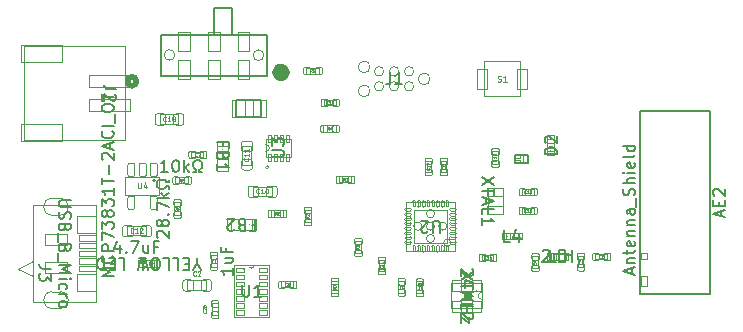
<source format=gbr>
%TF.GenerationSoftware,KiCad,Pcbnew,9.0.3*%
%TF.CreationDate,2025-09-07T14:42:41+02:00*%
%TF.ProjectId,LoTiBloxy,4c6f5469-426c-46f7-9879-2e6b69636164,rev?*%
%TF.SameCoordinates,Original*%
%TF.FileFunction,AssemblyDrawing,Top*%
%FSLAX46Y46*%
G04 Gerber Fmt 4.6, Leading zero omitted, Abs format (unit mm)*
G04 Created by KiCad (PCBNEW 9.0.3) date 2025-09-07 14:42:41*
%MOMM*%
%LPD*%
G01*
G04 APERTURE LIST*
%ADD10C,0.150000*%
%ADD11C,0.040000*%
%ADD12C,0.060000*%
%ADD13C,0.075000*%
%ADD14C,0.050000*%
%ADD15C,0.508000*%
%ADD16C,0.025400*%
%ADD17C,0.100000*%
%ADD18C,0.127000*%
%ADD19C,0.203078*%
%ADD20C,0.751247*%
%ADD21C,0.070000*%
%ADD22C,0.100000*%
%TD*%
G04 APERTURE END LIST*
D10*
X87900480Y-87666666D02*
X87186195Y-87666666D01*
X87186195Y-87666666D02*
X87043338Y-87619047D01*
X87043338Y-87619047D02*
X86948100Y-87523809D01*
X86948100Y-87523809D02*
X86900480Y-87380952D01*
X86900480Y-87380952D02*
X86900480Y-87285714D01*
X87805242Y-88095238D02*
X87852861Y-88142857D01*
X87852861Y-88142857D02*
X87900480Y-88238095D01*
X87900480Y-88238095D02*
X87900480Y-88476190D01*
X87900480Y-88476190D02*
X87852861Y-88571428D01*
X87852861Y-88571428D02*
X87805242Y-88619047D01*
X87805242Y-88619047D02*
X87710004Y-88666666D01*
X87710004Y-88666666D02*
X87614766Y-88666666D01*
X87614766Y-88666666D02*
X87471909Y-88619047D01*
X87471909Y-88619047D02*
X86900480Y-88047619D01*
X86900480Y-88047619D02*
X86900480Y-88666666D01*
X131559104Y-103320577D02*
X131559104Y-102844387D01*
X131844819Y-103415815D02*
X130844819Y-103082482D01*
X130844819Y-103082482D02*
X131844819Y-102749149D01*
X131178152Y-102415815D02*
X131844819Y-102415815D01*
X131273390Y-102415815D02*
X131225771Y-102368196D01*
X131225771Y-102368196D02*
X131178152Y-102272958D01*
X131178152Y-102272958D02*
X131178152Y-102130101D01*
X131178152Y-102130101D02*
X131225771Y-102034863D01*
X131225771Y-102034863D02*
X131321009Y-101987244D01*
X131321009Y-101987244D02*
X131844819Y-101987244D01*
X131178152Y-101653910D02*
X131178152Y-101272958D01*
X130844819Y-101511053D02*
X131701961Y-101511053D01*
X131701961Y-101511053D02*
X131797200Y-101463434D01*
X131797200Y-101463434D02*
X131844819Y-101368196D01*
X131844819Y-101368196D02*
X131844819Y-101272958D01*
X131797200Y-100558672D02*
X131844819Y-100653910D01*
X131844819Y-100653910D02*
X131844819Y-100844386D01*
X131844819Y-100844386D02*
X131797200Y-100939624D01*
X131797200Y-100939624D02*
X131701961Y-100987243D01*
X131701961Y-100987243D02*
X131321009Y-100987243D01*
X131321009Y-100987243D02*
X131225771Y-100939624D01*
X131225771Y-100939624D02*
X131178152Y-100844386D01*
X131178152Y-100844386D02*
X131178152Y-100653910D01*
X131178152Y-100653910D02*
X131225771Y-100558672D01*
X131225771Y-100558672D02*
X131321009Y-100511053D01*
X131321009Y-100511053D02*
X131416247Y-100511053D01*
X131416247Y-100511053D02*
X131511485Y-100987243D01*
X131178152Y-100082481D02*
X131844819Y-100082481D01*
X131273390Y-100082481D02*
X131225771Y-100034862D01*
X131225771Y-100034862D02*
X131178152Y-99939624D01*
X131178152Y-99939624D02*
X131178152Y-99796767D01*
X131178152Y-99796767D02*
X131225771Y-99701529D01*
X131225771Y-99701529D02*
X131321009Y-99653910D01*
X131321009Y-99653910D02*
X131844819Y-99653910D01*
X131178152Y-99177719D02*
X131844819Y-99177719D01*
X131273390Y-99177719D02*
X131225771Y-99130100D01*
X131225771Y-99130100D02*
X131178152Y-99034862D01*
X131178152Y-99034862D02*
X131178152Y-98892005D01*
X131178152Y-98892005D02*
X131225771Y-98796767D01*
X131225771Y-98796767D02*
X131321009Y-98749148D01*
X131321009Y-98749148D02*
X131844819Y-98749148D01*
X131844819Y-97844386D02*
X131321009Y-97844386D01*
X131321009Y-97844386D02*
X131225771Y-97892005D01*
X131225771Y-97892005D02*
X131178152Y-97987243D01*
X131178152Y-97987243D02*
X131178152Y-98177719D01*
X131178152Y-98177719D02*
X131225771Y-98272957D01*
X131797200Y-97844386D02*
X131844819Y-97939624D01*
X131844819Y-97939624D02*
X131844819Y-98177719D01*
X131844819Y-98177719D02*
X131797200Y-98272957D01*
X131797200Y-98272957D02*
X131701961Y-98320576D01*
X131701961Y-98320576D02*
X131606723Y-98320576D01*
X131606723Y-98320576D02*
X131511485Y-98272957D01*
X131511485Y-98272957D02*
X131463866Y-98177719D01*
X131463866Y-98177719D02*
X131463866Y-97939624D01*
X131463866Y-97939624D02*
X131416247Y-97844386D01*
X131940057Y-97606291D02*
X131940057Y-96844386D01*
X131797200Y-96653909D02*
X131844819Y-96511052D01*
X131844819Y-96511052D02*
X131844819Y-96272957D01*
X131844819Y-96272957D02*
X131797200Y-96177719D01*
X131797200Y-96177719D02*
X131749580Y-96130100D01*
X131749580Y-96130100D02*
X131654342Y-96082481D01*
X131654342Y-96082481D02*
X131559104Y-96082481D01*
X131559104Y-96082481D02*
X131463866Y-96130100D01*
X131463866Y-96130100D02*
X131416247Y-96177719D01*
X131416247Y-96177719D02*
X131368628Y-96272957D01*
X131368628Y-96272957D02*
X131321009Y-96463433D01*
X131321009Y-96463433D02*
X131273390Y-96558671D01*
X131273390Y-96558671D02*
X131225771Y-96606290D01*
X131225771Y-96606290D02*
X131130533Y-96653909D01*
X131130533Y-96653909D02*
X131035295Y-96653909D01*
X131035295Y-96653909D02*
X130940057Y-96606290D01*
X130940057Y-96606290D02*
X130892438Y-96558671D01*
X130892438Y-96558671D02*
X130844819Y-96463433D01*
X130844819Y-96463433D02*
X130844819Y-96225338D01*
X130844819Y-96225338D02*
X130892438Y-96082481D01*
X131844819Y-95653909D02*
X130844819Y-95653909D01*
X131844819Y-95225338D02*
X131321009Y-95225338D01*
X131321009Y-95225338D02*
X131225771Y-95272957D01*
X131225771Y-95272957D02*
X131178152Y-95368195D01*
X131178152Y-95368195D02*
X131178152Y-95511052D01*
X131178152Y-95511052D02*
X131225771Y-95606290D01*
X131225771Y-95606290D02*
X131273390Y-95653909D01*
X131844819Y-94749147D02*
X131178152Y-94749147D01*
X130844819Y-94749147D02*
X130892438Y-94796766D01*
X130892438Y-94796766D02*
X130940057Y-94749147D01*
X130940057Y-94749147D02*
X130892438Y-94701528D01*
X130892438Y-94701528D02*
X130844819Y-94749147D01*
X130844819Y-94749147D02*
X130940057Y-94749147D01*
X131797200Y-93892005D02*
X131844819Y-93987243D01*
X131844819Y-93987243D02*
X131844819Y-94177719D01*
X131844819Y-94177719D02*
X131797200Y-94272957D01*
X131797200Y-94272957D02*
X131701961Y-94320576D01*
X131701961Y-94320576D02*
X131321009Y-94320576D01*
X131321009Y-94320576D02*
X131225771Y-94272957D01*
X131225771Y-94272957D02*
X131178152Y-94177719D01*
X131178152Y-94177719D02*
X131178152Y-93987243D01*
X131178152Y-93987243D02*
X131225771Y-93892005D01*
X131225771Y-93892005D02*
X131321009Y-93844386D01*
X131321009Y-93844386D02*
X131416247Y-93844386D01*
X131416247Y-93844386D02*
X131511485Y-94320576D01*
X131844819Y-93272957D02*
X131797200Y-93368195D01*
X131797200Y-93368195D02*
X131701961Y-93415814D01*
X131701961Y-93415814D02*
X130844819Y-93415814D01*
X131844819Y-92463433D02*
X130844819Y-92463433D01*
X131797200Y-92463433D02*
X131844819Y-92558671D01*
X131844819Y-92558671D02*
X131844819Y-92749147D01*
X131844819Y-92749147D02*
X131797200Y-92844385D01*
X131797200Y-92844385D02*
X131749580Y-92892004D01*
X131749580Y-92892004D02*
X131654342Y-92939623D01*
X131654342Y-92939623D02*
X131368628Y-92939623D01*
X131368628Y-92939623D02*
X131273390Y-92892004D01*
X131273390Y-92892004D02*
X131225771Y-92844385D01*
X131225771Y-92844385D02*
X131178152Y-92749147D01*
X131178152Y-92749147D02*
X131178152Y-92558671D01*
X131178152Y-92558671D02*
X131225771Y-92463433D01*
X139169104Y-98434862D02*
X139169104Y-97958672D01*
X139454819Y-98530100D02*
X138454819Y-98196767D01*
X138454819Y-98196767D02*
X139454819Y-97863434D01*
X138931009Y-97530100D02*
X138931009Y-97196767D01*
X139454819Y-97053910D02*
X139454819Y-97530100D01*
X139454819Y-97530100D02*
X138454819Y-97530100D01*
X138454819Y-97530100D02*
X138454819Y-97053910D01*
X138550057Y-96672957D02*
X138502438Y-96625338D01*
X138502438Y-96625338D02*
X138454819Y-96530100D01*
X138454819Y-96530100D02*
X138454819Y-96292005D01*
X138454819Y-96292005D02*
X138502438Y-96196767D01*
X138502438Y-96196767D02*
X138550057Y-96149148D01*
X138550057Y-96149148D02*
X138645295Y-96101529D01*
X138645295Y-96101529D02*
X138740533Y-96101529D01*
X138740533Y-96101529D02*
X138883390Y-96149148D01*
X138883390Y-96149148D02*
X139454819Y-96720576D01*
X139454819Y-96720576D02*
X139454819Y-96101529D01*
D11*
X107271667Y-95418200D02*
X107185000Y-95294391D01*
X107123095Y-95418200D02*
X107123095Y-95158200D01*
X107123095Y-95158200D02*
X107222143Y-95158200D01*
X107222143Y-95158200D02*
X107246905Y-95170581D01*
X107246905Y-95170581D02*
X107259286Y-95182962D01*
X107259286Y-95182962D02*
X107271667Y-95207724D01*
X107271667Y-95207724D02*
X107271667Y-95244867D01*
X107271667Y-95244867D02*
X107259286Y-95269629D01*
X107259286Y-95269629D02*
X107246905Y-95282010D01*
X107246905Y-95282010D02*
X107222143Y-95294391D01*
X107222143Y-95294391D02*
X107123095Y-95294391D01*
X107519286Y-95418200D02*
X107370714Y-95418200D01*
X107445000Y-95418200D02*
X107445000Y-95158200D01*
X107445000Y-95158200D02*
X107420238Y-95195343D01*
X107420238Y-95195343D02*
X107395476Y-95220105D01*
X107395476Y-95220105D02*
X107370714Y-95232486D01*
D10*
X96978990Y-92491666D02*
X96978990Y-92158333D01*
X96455180Y-92158333D02*
X97455180Y-92158333D01*
X97455180Y-92158333D02*
X97455180Y-92634523D01*
X96978990Y-93348809D02*
X96931371Y-93491666D01*
X96931371Y-93491666D02*
X96883752Y-93539285D01*
X96883752Y-93539285D02*
X96788514Y-93586904D01*
X96788514Y-93586904D02*
X96645657Y-93586904D01*
X96645657Y-93586904D02*
X96550419Y-93539285D01*
X96550419Y-93539285D02*
X96502800Y-93491666D01*
X96502800Y-93491666D02*
X96455180Y-93396428D01*
X96455180Y-93396428D02*
X96455180Y-93015476D01*
X96455180Y-93015476D02*
X97455180Y-93015476D01*
X97455180Y-93015476D02*
X97455180Y-93348809D01*
X97455180Y-93348809D02*
X97407561Y-93444047D01*
X97407561Y-93444047D02*
X97359942Y-93491666D01*
X97359942Y-93491666D02*
X97264704Y-93539285D01*
X97264704Y-93539285D02*
X97169466Y-93539285D01*
X97169466Y-93539285D02*
X97074228Y-93491666D01*
X97074228Y-93491666D02*
X97026609Y-93444047D01*
X97026609Y-93444047D02*
X96978990Y-93348809D01*
X96978990Y-93348809D02*
X96978990Y-93015476D01*
X96455180Y-94539285D02*
X96455180Y-93967857D01*
X96455180Y-94253571D02*
X97455180Y-94253571D01*
X97455180Y-94253571D02*
X97312323Y-94158333D01*
X97312323Y-94158333D02*
X97217085Y-94063095D01*
X97217085Y-94063095D02*
X97169466Y-93967857D01*
D11*
X110477957Y-102760714D02*
X110489862Y-102772618D01*
X110489862Y-102772618D02*
X110501766Y-102808333D01*
X110501766Y-102808333D02*
X110501766Y-102832142D01*
X110501766Y-102832142D02*
X110489862Y-102867856D01*
X110489862Y-102867856D02*
X110466052Y-102891666D01*
X110466052Y-102891666D02*
X110442242Y-102903571D01*
X110442242Y-102903571D02*
X110394623Y-102915475D01*
X110394623Y-102915475D02*
X110358909Y-102915475D01*
X110358909Y-102915475D02*
X110311290Y-102903571D01*
X110311290Y-102903571D02*
X110287481Y-102891666D01*
X110287481Y-102891666D02*
X110263671Y-102867856D01*
X110263671Y-102867856D02*
X110251766Y-102832142D01*
X110251766Y-102832142D02*
X110251766Y-102808333D01*
X110251766Y-102808333D02*
X110263671Y-102772618D01*
X110263671Y-102772618D02*
X110275576Y-102760714D01*
X110275576Y-102665475D02*
X110263671Y-102653571D01*
X110263671Y-102653571D02*
X110251766Y-102629761D01*
X110251766Y-102629761D02*
X110251766Y-102570237D01*
X110251766Y-102570237D02*
X110263671Y-102546428D01*
X110263671Y-102546428D02*
X110275576Y-102534523D01*
X110275576Y-102534523D02*
X110299385Y-102522618D01*
X110299385Y-102522618D02*
X110323195Y-102522618D01*
X110323195Y-102522618D02*
X110358909Y-102534523D01*
X110358909Y-102534523D02*
X110501766Y-102677380D01*
X110501766Y-102677380D02*
X110501766Y-102522618D01*
X110501766Y-102284523D02*
X110501766Y-102427380D01*
X110501766Y-102355952D02*
X110251766Y-102355952D01*
X110251766Y-102355952D02*
X110287481Y-102379761D01*
X110287481Y-102379761D02*
X110311290Y-102403571D01*
X110311290Y-102403571D02*
X110323195Y-102427380D01*
X94758333Y-93289765D02*
X94746429Y-93301670D01*
X94746429Y-93301670D02*
X94710714Y-93313574D01*
X94710714Y-93313574D02*
X94686905Y-93313574D01*
X94686905Y-93313574D02*
X94651191Y-93301670D01*
X94651191Y-93301670D02*
X94627381Y-93277860D01*
X94627381Y-93277860D02*
X94615476Y-93254050D01*
X94615476Y-93254050D02*
X94603572Y-93206431D01*
X94603572Y-93206431D02*
X94603572Y-93170717D01*
X94603572Y-93170717D02*
X94615476Y-93123098D01*
X94615476Y-93123098D02*
X94627381Y-93099289D01*
X94627381Y-93099289D02*
X94651191Y-93075479D01*
X94651191Y-93075479D02*
X94686905Y-93063574D01*
X94686905Y-93063574D02*
X94710714Y-93063574D01*
X94710714Y-93063574D02*
X94746429Y-93075479D01*
X94746429Y-93075479D02*
X94758333Y-93087384D01*
X94841667Y-93063574D02*
X95008333Y-93063574D01*
X95008333Y-93063574D02*
X94901191Y-93313574D01*
X113739765Y-104535714D02*
X113751670Y-104547618D01*
X113751670Y-104547618D02*
X113763574Y-104583333D01*
X113763574Y-104583333D02*
X113763574Y-104607142D01*
X113763574Y-104607142D02*
X113751670Y-104642856D01*
X113751670Y-104642856D02*
X113727860Y-104666666D01*
X113727860Y-104666666D02*
X113704050Y-104678571D01*
X113704050Y-104678571D02*
X113656431Y-104690475D01*
X113656431Y-104690475D02*
X113620717Y-104690475D01*
X113620717Y-104690475D02*
X113573098Y-104678571D01*
X113573098Y-104678571D02*
X113549289Y-104666666D01*
X113549289Y-104666666D02*
X113525479Y-104642856D01*
X113525479Y-104642856D02*
X113513574Y-104607142D01*
X113513574Y-104607142D02*
X113513574Y-104583333D01*
X113513574Y-104583333D02*
X113525479Y-104547618D01*
X113525479Y-104547618D02*
X113537384Y-104535714D01*
X113763574Y-104297618D02*
X113763574Y-104440475D01*
X113763574Y-104369047D02*
X113513574Y-104369047D01*
X113513574Y-104369047D02*
X113549289Y-104392856D01*
X113549289Y-104392856D02*
X113573098Y-104416666D01*
X113573098Y-104416666D02*
X113585003Y-104440475D01*
X113513574Y-104214285D02*
X113513574Y-104059523D01*
X113513574Y-104059523D02*
X113608812Y-104142857D01*
X113608812Y-104142857D02*
X113608812Y-104107142D01*
X113608812Y-104107142D02*
X113620717Y-104083333D01*
X113620717Y-104083333D02*
X113632622Y-104071428D01*
X113632622Y-104071428D02*
X113656431Y-104059523D01*
X113656431Y-104059523D02*
X113715955Y-104059523D01*
X113715955Y-104059523D02*
X113739765Y-104071428D01*
X113739765Y-104071428D02*
X113751670Y-104083333D01*
X113751670Y-104083333D02*
X113763574Y-104107142D01*
X113763574Y-104107142D02*
X113763574Y-104178571D01*
X113763574Y-104178571D02*
X113751670Y-104202380D01*
X113751670Y-104202380D02*
X113739765Y-104214285D01*
D12*
X100022057Y-96460632D02*
X100003009Y-96479680D01*
X100003009Y-96479680D02*
X99945867Y-96498727D01*
X99945867Y-96498727D02*
X99907771Y-96498727D01*
X99907771Y-96498727D02*
X99850628Y-96479680D01*
X99850628Y-96479680D02*
X99812533Y-96441584D01*
X99812533Y-96441584D02*
X99793486Y-96403489D01*
X99793486Y-96403489D02*
X99774438Y-96327299D01*
X99774438Y-96327299D02*
X99774438Y-96270156D01*
X99774438Y-96270156D02*
X99793486Y-96193965D01*
X99793486Y-96193965D02*
X99812533Y-96155870D01*
X99812533Y-96155870D02*
X99850628Y-96117775D01*
X99850628Y-96117775D02*
X99907771Y-96098727D01*
X99907771Y-96098727D02*
X99945867Y-96098727D01*
X99945867Y-96098727D02*
X100003009Y-96117775D01*
X100003009Y-96117775D02*
X100022057Y-96136822D01*
X100403009Y-96498727D02*
X100174438Y-96498727D01*
X100288724Y-96498727D02*
X100288724Y-96098727D01*
X100288724Y-96098727D02*
X100250628Y-96155870D01*
X100250628Y-96155870D02*
X100212533Y-96193965D01*
X100212533Y-96193965D02*
X100174438Y-96213013D01*
X100650628Y-96098727D02*
X100688723Y-96098727D01*
X100688723Y-96098727D02*
X100726819Y-96117775D01*
X100726819Y-96117775D02*
X100745866Y-96136822D01*
X100745866Y-96136822D02*
X100764914Y-96174918D01*
X100764914Y-96174918D02*
X100783961Y-96251108D01*
X100783961Y-96251108D02*
X100783961Y-96346346D01*
X100783961Y-96346346D02*
X100764914Y-96422537D01*
X100764914Y-96422537D02*
X100745866Y-96460632D01*
X100745866Y-96460632D02*
X100726819Y-96479680D01*
X100726819Y-96479680D02*
X100688723Y-96498727D01*
X100688723Y-96498727D02*
X100650628Y-96498727D01*
X100650628Y-96498727D02*
X100612533Y-96479680D01*
X100612533Y-96479680D02*
X100593485Y-96460632D01*
X100593485Y-96460632D02*
X100574438Y-96422537D01*
X100574438Y-96422537D02*
X100555390Y-96346346D01*
X100555390Y-96346346D02*
X100555390Y-96251108D01*
X100555390Y-96251108D02*
X100574438Y-96174918D01*
X100574438Y-96174918D02*
X100593485Y-96136822D01*
X100593485Y-96136822D02*
X100612533Y-96117775D01*
X100612533Y-96117775D02*
X100650628Y-96098727D01*
D10*
X119923880Y-95131190D02*
X118923880Y-95797856D01*
X119923880Y-95797856D02*
X118923880Y-95131190D01*
X119923880Y-96035952D02*
X119923880Y-96607380D01*
X118923880Y-96321666D02*
X119923880Y-96321666D01*
X119209595Y-96893095D02*
X119209595Y-97369285D01*
X118923880Y-96797857D02*
X119923880Y-97131190D01*
X119923880Y-97131190D02*
X118923880Y-97464523D01*
X118923880Y-98274047D02*
X118923880Y-97797857D01*
X118923880Y-97797857D02*
X119923880Y-97797857D01*
X118923880Y-99131190D02*
X118923880Y-98559762D01*
X118923880Y-98845476D02*
X119923880Y-98845476D01*
X119923880Y-98845476D02*
X119781023Y-98750238D01*
X119781023Y-98750238D02*
X119685785Y-98655000D01*
X119685785Y-98655000D02*
X119638166Y-98559762D01*
X124028095Y-101368253D02*
X124075714Y-101320634D01*
X124075714Y-101320634D02*
X124170952Y-101273015D01*
X124170952Y-101273015D02*
X124409047Y-101273015D01*
X124409047Y-101273015D02*
X124504285Y-101320634D01*
X124504285Y-101320634D02*
X124551904Y-101368253D01*
X124551904Y-101368253D02*
X124599523Y-101463491D01*
X124599523Y-101463491D02*
X124599523Y-101558729D01*
X124599523Y-101558729D02*
X124551904Y-101701586D01*
X124551904Y-101701586D02*
X123980476Y-102273015D01*
X123980476Y-102273015D02*
X124599523Y-102273015D01*
X125028095Y-101606348D02*
X125028095Y-102273015D01*
X125028095Y-101701586D02*
X125075714Y-101653967D01*
X125075714Y-101653967D02*
X125170952Y-101606348D01*
X125170952Y-101606348D02*
X125313809Y-101606348D01*
X125313809Y-101606348D02*
X125409047Y-101653967D01*
X125409047Y-101653967D02*
X125456666Y-101749205D01*
X125456666Y-101749205D02*
X125456666Y-102273015D01*
X125932857Y-102273015D02*
X125932857Y-101273015D01*
X125932857Y-101749205D02*
X126504285Y-101749205D01*
X126504285Y-102273015D02*
X126504285Y-101273015D01*
X125123333Y-102273015D02*
X124647143Y-102273015D01*
X124647143Y-102273015D02*
X124647143Y-101273015D01*
X125932857Y-101273015D02*
X125456667Y-101273015D01*
X125456667Y-101273015D02*
X125409048Y-101749205D01*
X125409048Y-101749205D02*
X125456667Y-101701586D01*
X125456667Y-101701586D02*
X125551905Y-101653967D01*
X125551905Y-101653967D02*
X125790000Y-101653967D01*
X125790000Y-101653967D02*
X125885238Y-101701586D01*
X125885238Y-101701586D02*
X125932857Y-101749205D01*
X125932857Y-101749205D02*
X125980476Y-101844443D01*
X125980476Y-101844443D02*
X125980476Y-102082538D01*
X125980476Y-102082538D02*
X125932857Y-102177776D01*
X125932857Y-102177776D02*
X125885238Y-102225396D01*
X125885238Y-102225396D02*
X125790000Y-102273015D01*
X125790000Y-102273015D02*
X125551905Y-102273015D01*
X125551905Y-102273015D02*
X125456667Y-102225396D01*
X125456667Y-102225396D02*
X125409048Y-102177776D01*
X94754811Y-102425790D02*
X94754811Y-101949599D01*
X95088144Y-102949599D02*
X94754811Y-102425790D01*
X94754811Y-102425790D02*
X94421478Y-102949599D01*
X94088144Y-102473409D02*
X93754811Y-102473409D01*
X93611954Y-101949599D02*
X94088144Y-101949599D01*
X94088144Y-101949599D02*
X94088144Y-102949599D01*
X94088144Y-102949599D02*
X93611954Y-102949599D01*
X92707192Y-101949599D02*
X93183382Y-101949599D01*
X93183382Y-101949599D02*
X93183382Y-102949599D01*
X91897668Y-101949599D02*
X92373858Y-101949599D01*
X92373858Y-101949599D02*
X92373858Y-102949599D01*
X91373858Y-102949599D02*
X91183382Y-102949599D01*
X91183382Y-102949599D02*
X91088144Y-102901980D01*
X91088144Y-102901980D02*
X90992906Y-102806742D01*
X90992906Y-102806742D02*
X90945287Y-102616266D01*
X90945287Y-102616266D02*
X90945287Y-102282933D01*
X90945287Y-102282933D02*
X90992906Y-102092457D01*
X90992906Y-102092457D02*
X91088144Y-101997219D01*
X91088144Y-101997219D02*
X91183382Y-101949599D01*
X91183382Y-101949599D02*
X91373858Y-101949599D01*
X91373858Y-101949599D02*
X91469096Y-101997219D01*
X91469096Y-101997219D02*
X91564334Y-102092457D01*
X91564334Y-102092457D02*
X91611953Y-102282933D01*
X91611953Y-102282933D02*
X91611953Y-102616266D01*
X91611953Y-102616266D02*
X91564334Y-102806742D01*
X91564334Y-102806742D02*
X91469096Y-102901980D01*
X91469096Y-102901980D02*
X91373858Y-102949599D01*
X90611953Y-102949599D02*
X90373858Y-101949599D01*
X90373858Y-101949599D02*
X90183382Y-102663885D01*
X90183382Y-102663885D02*
X89992906Y-101949599D01*
X89992906Y-101949599D02*
X89754811Y-102949599D01*
X88135763Y-101949599D02*
X88611953Y-101949599D01*
X88611953Y-101949599D02*
X88611953Y-102949599D01*
X87802429Y-102473409D02*
X87469096Y-102473409D01*
X87326239Y-101949599D02*
X87802429Y-101949599D01*
X87802429Y-101949599D02*
X87802429Y-102949599D01*
X87802429Y-102949599D02*
X87326239Y-102949599D01*
X86897667Y-101949599D02*
X86897667Y-102949599D01*
X86897667Y-102949599D02*
X86659572Y-102949599D01*
X86659572Y-102949599D02*
X86516715Y-102901980D01*
X86516715Y-102901980D02*
X86421477Y-102806742D01*
X86421477Y-102806742D02*
X86373858Y-102711504D01*
X86373858Y-102711504D02*
X86326239Y-102521028D01*
X86326239Y-102521028D02*
X86326239Y-102378171D01*
X86326239Y-102378171D02*
X86373858Y-102187695D01*
X86373858Y-102187695D02*
X86421477Y-102092457D01*
X86421477Y-102092457D02*
X86516715Y-101997219D01*
X86516715Y-101997219D02*
X86659572Y-101949599D01*
X86659572Y-101949599D02*
X86897667Y-101949599D01*
X91397667Y-101949599D02*
X91397667Y-102949599D01*
X91397667Y-102949599D02*
X91159572Y-102949599D01*
X91159572Y-102949599D02*
X91016715Y-102901980D01*
X91016715Y-102901980D02*
X90921477Y-102806742D01*
X90921477Y-102806742D02*
X90873858Y-102711504D01*
X90873858Y-102711504D02*
X90826239Y-102521028D01*
X90826239Y-102521028D02*
X90826239Y-102378171D01*
X90826239Y-102378171D02*
X90873858Y-102187695D01*
X90873858Y-102187695D02*
X90921477Y-102092457D01*
X90921477Y-102092457D02*
X91016715Y-101997219D01*
X91016715Y-101997219D02*
X91159572Y-101949599D01*
X91159572Y-101949599D02*
X91397667Y-101949599D01*
X89873858Y-101949599D02*
X90445286Y-101949599D01*
X90159572Y-101949599D02*
X90159572Y-102949599D01*
X90159572Y-102949599D02*
X90254810Y-102806742D01*
X90254810Y-102806742D02*
X90350048Y-102711504D01*
X90350048Y-102711504D02*
X90445286Y-102663885D01*
D11*
X104503067Y-86224200D02*
X104416400Y-86100391D01*
X104354495Y-86224200D02*
X104354495Y-85964200D01*
X104354495Y-85964200D02*
X104453543Y-85964200D01*
X104453543Y-85964200D02*
X104478305Y-85976581D01*
X104478305Y-85976581D02*
X104490686Y-85988962D01*
X104490686Y-85988962D02*
X104503067Y-86013724D01*
X104503067Y-86013724D02*
X104503067Y-86050867D01*
X104503067Y-86050867D02*
X104490686Y-86075629D01*
X104490686Y-86075629D02*
X104478305Y-86088010D01*
X104478305Y-86088010D02*
X104453543Y-86100391D01*
X104453543Y-86100391D02*
X104354495Y-86100391D01*
X104626876Y-86224200D02*
X104676400Y-86224200D01*
X104676400Y-86224200D02*
X104701162Y-86211820D01*
X104701162Y-86211820D02*
X104713543Y-86199439D01*
X104713543Y-86199439D02*
X104738305Y-86162296D01*
X104738305Y-86162296D02*
X104750686Y-86112772D01*
X104750686Y-86112772D02*
X104750686Y-86013724D01*
X104750686Y-86013724D02*
X104738305Y-85988962D01*
X104738305Y-85988962D02*
X104725924Y-85976581D01*
X104725924Y-85976581D02*
X104701162Y-85964200D01*
X104701162Y-85964200D02*
X104651638Y-85964200D01*
X104651638Y-85964200D02*
X104626876Y-85976581D01*
X104626876Y-85976581D02*
X104614495Y-85988962D01*
X104614495Y-85988962D02*
X104602114Y-86013724D01*
X104602114Y-86013724D02*
X104602114Y-86075629D01*
X104602114Y-86075629D02*
X104614495Y-86100391D01*
X104614495Y-86100391D02*
X104626876Y-86112772D01*
X104626876Y-86112772D02*
X104651638Y-86125153D01*
X104651638Y-86125153D02*
X104701162Y-86125153D01*
X104701162Y-86125153D02*
X104725924Y-86112772D01*
X104725924Y-86112772D02*
X104738305Y-86100391D01*
X104738305Y-86100391D02*
X104750686Y-86075629D01*
X127329765Y-102309862D02*
X127341670Y-102321766D01*
X127341670Y-102321766D02*
X127353574Y-102357481D01*
X127353574Y-102357481D02*
X127353574Y-102381290D01*
X127353574Y-102381290D02*
X127341670Y-102417004D01*
X127341670Y-102417004D02*
X127317860Y-102440814D01*
X127317860Y-102440814D02*
X127294050Y-102452719D01*
X127294050Y-102452719D02*
X127246431Y-102464623D01*
X127246431Y-102464623D02*
X127210717Y-102464623D01*
X127210717Y-102464623D02*
X127163098Y-102452719D01*
X127163098Y-102452719D02*
X127139289Y-102440814D01*
X127139289Y-102440814D02*
X127115479Y-102417004D01*
X127115479Y-102417004D02*
X127103574Y-102381290D01*
X127103574Y-102381290D02*
X127103574Y-102357481D01*
X127103574Y-102357481D02*
X127115479Y-102321766D01*
X127115479Y-102321766D02*
X127127384Y-102309862D01*
X127103574Y-102083671D02*
X127103574Y-102202719D01*
X127103574Y-102202719D02*
X127222622Y-102214623D01*
X127222622Y-102214623D02*
X127210717Y-102202719D01*
X127210717Y-102202719D02*
X127198812Y-102178909D01*
X127198812Y-102178909D02*
X127198812Y-102119385D01*
X127198812Y-102119385D02*
X127210717Y-102095576D01*
X127210717Y-102095576D02*
X127222622Y-102083671D01*
X127222622Y-102083671D02*
X127246431Y-102071766D01*
X127246431Y-102071766D02*
X127305955Y-102071766D01*
X127305955Y-102071766D02*
X127329765Y-102083671D01*
X127329765Y-102083671D02*
X127341670Y-102095576D01*
X127341670Y-102095576D02*
X127353574Y-102119385D01*
X127353574Y-102119385D02*
X127353574Y-102178909D01*
X127353574Y-102178909D02*
X127341670Y-102202719D01*
X127341670Y-102202719D02*
X127329765Y-102214623D01*
D10*
X98615595Y-104229819D02*
X98615595Y-105039342D01*
X98615595Y-105039342D02*
X98663214Y-105134580D01*
X98663214Y-105134580D02*
X98710833Y-105182200D01*
X98710833Y-105182200D02*
X98806071Y-105229819D01*
X98806071Y-105229819D02*
X98996547Y-105229819D01*
X98996547Y-105229819D02*
X99091785Y-105182200D01*
X99091785Y-105182200D02*
X99139404Y-105134580D01*
X99139404Y-105134580D02*
X99187023Y-105039342D01*
X99187023Y-105039342D02*
X99187023Y-104229819D01*
X100187023Y-105229819D02*
X99615595Y-105229819D01*
X99901309Y-105229819D02*
X99901309Y-104229819D01*
X99901309Y-104229819D02*
X99806071Y-104372676D01*
X99806071Y-104372676D02*
X99710833Y-104467914D01*
X99710833Y-104467914D02*
X99615595Y-104515533D01*
X121273333Y-100573015D02*
X120797143Y-100573015D01*
X120797143Y-100573015D02*
X120797143Y-99573015D01*
X122035238Y-99906348D02*
X122035238Y-100573015D01*
X121797143Y-99525396D02*
X121559048Y-100239681D01*
X121559048Y-100239681D02*
X122178095Y-100239681D01*
D11*
X122604285Y-96444765D02*
X122592381Y-96456670D01*
X122592381Y-96456670D02*
X122556666Y-96468574D01*
X122556666Y-96468574D02*
X122532857Y-96468574D01*
X122532857Y-96468574D02*
X122497143Y-96456670D01*
X122497143Y-96456670D02*
X122473333Y-96432860D01*
X122473333Y-96432860D02*
X122461428Y-96409050D01*
X122461428Y-96409050D02*
X122449524Y-96361431D01*
X122449524Y-96361431D02*
X122449524Y-96325717D01*
X122449524Y-96325717D02*
X122461428Y-96278098D01*
X122461428Y-96278098D02*
X122473333Y-96254289D01*
X122473333Y-96254289D02*
X122497143Y-96230479D01*
X122497143Y-96230479D02*
X122532857Y-96218574D01*
X122532857Y-96218574D02*
X122556666Y-96218574D01*
X122556666Y-96218574D02*
X122592381Y-96230479D01*
X122592381Y-96230479D02*
X122604285Y-96242384D01*
X122842381Y-96468574D02*
X122699524Y-96468574D01*
X122770952Y-96468574D02*
X122770952Y-96218574D01*
X122770952Y-96218574D02*
X122747143Y-96254289D01*
X122747143Y-96254289D02*
X122723333Y-96278098D01*
X122723333Y-96278098D02*
X122699524Y-96290003D01*
X123068571Y-96218574D02*
X122949523Y-96218574D01*
X122949523Y-96218574D02*
X122937619Y-96337622D01*
X122937619Y-96337622D02*
X122949523Y-96325717D01*
X122949523Y-96325717D02*
X122973333Y-96313812D01*
X122973333Y-96313812D02*
X123032857Y-96313812D01*
X123032857Y-96313812D02*
X123056666Y-96325717D01*
X123056666Y-96325717D02*
X123068571Y-96337622D01*
X123068571Y-96337622D02*
X123080476Y-96361431D01*
X123080476Y-96361431D02*
X123080476Y-96420955D01*
X123080476Y-96420955D02*
X123068571Y-96444765D01*
X123068571Y-96444765D02*
X123056666Y-96456670D01*
X123056666Y-96456670D02*
X123032857Y-96468574D01*
X123032857Y-96468574D02*
X122973333Y-96468574D01*
X122973333Y-96468574D02*
X122949523Y-96456670D01*
X122949523Y-96456670D02*
X122937619Y-96444765D01*
X128948333Y-101927961D02*
X128936429Y-101939866D01*
X128936429Y-101939866D02*
X128900714Y-101951770D01*
X128900714Y-101951770D02*
X128876905Y-101951770D01*
X128876905Y-101951770D02*
X128841191Y-101939866D01*
X128841191Y-101939866D02*
X128817381Y-101916056D01*
X128817381Y-101916056D02*
X128805476Y-101892246D01*
X128805476Y-101892246D02*
X128793572Y-101844627D01*
X128793572Y-101844627D02*
X128793572Y-101808913D01*
X128793572Y-101808913D02*
X128805476Y-101761294D01*
X128805476Y-101761294D02*
X128817381Y-101737485D01*
X128817381Y-101737485D02*
X128841191Y-101713675D01*
X128841191Y-101713675D02*
X128876905Y-101701770D01*
X128876905Y-101701770D02*
X128900714Y-101701770D01*
X128900714Y-101701770D02*
X128936429Y-101713675D01*
X128936429Y-101713675D02*
X128948333Y-101725580D01*
X129162619Y-101701770D02*
X129115000Y-101701770D01*
X129115000Y-101701770D02*
X129091191Y-101713675D01*
X129091191Y-101713675D02*
X129079286Y-101725580D01*
X129079286Y-101725580D02*
X129055476Y-101761294D01*
X129055476Y-101761294D02*
X129043572Y-101808913D01*
X129043572Y-101808913D02*
X129043572Y-101904151D01*
X129043572Y-101904151D02*
X129055476Y-101927961D01*
X129055476Y-101927961D02*
X129067381Y-101939866D01*
X129067381Y-101939866D02*
X129091191Y-101951770D01*
X129091191Y-101951770D02*
X129138810Y-101951770D01*
X129138810Y-101951770D02*
X129162619Y-101939866D01*
X129162619Y-101939866D02*
X129174524Y-101927961D01*
X129174524Y-101927961D02*
X129186429Y-101904151D01*
X129186429Y-101904151D02*
X129186429Y-101844627D01*
X129186429Y-101844627D02*
X129174524Y-101820818D01*
X129174524Y-101820818D02*
X129162619Y-101808913D01*
X129162619Y-101808913D02*
X129138810Y-101797008D01*
X129138810Y-101797008D02*
X129091191Y-101797008D01*
X129091191Y-101797008D02*
X129067381Y-101808913D01*
X129067381Y-101808913D02*
X129055476Y-101820818D01*
X129055476Y-101820818D02*
X129043572Y-101844627D01*
D10*
X87704819Y-103492856D02*
X86704819Y-103492856D01*
X86704819Y-103492856D02*
X87419104Y-103159523D01*
X87419104Y-103159523D02*
X86704819Y-102826190D01*
X86704819Y-102826190D02*
X87704819Y-102826190D01*
X87609580Y-101778571D02*
X87657200Y-101826190D01*
X87657200Y-101826190D02*
X87704819Y-101969047D01*
X87704819Y-101969047D02*
X87704819Y-102064285D01*
X87704819Y-102064285D02*
X87657200Y-102207142D01*
X87657200Y-102207142D02*
X87561961Y-102302380D01*
X87561961Y-102302380D02*
X87466723Y-102349999D01*
X87466723Y-102349999D02*
X87276247Y-102397618D01*
X87276247Y-102397618D02*
X87133390Y-102397618D01*
X87133390Y-102397618D02*
X86942914Y-102349999D01*
X86942914Y-102349999D02*
X86847676Y-102302380D01*
X86847676Y-102302380D02*
X86752438Y-102207142D01*
X86752438Y-102207142D02*
X86704819Y-102064285D01*
X86704819Y-102064285D02*
X86704819Y-101969047D01*
X86704819Y-101969047D02*
X86752438Y-101826190D01*
X86752438Y-101826190D02*
X86800057Y-101778571D01*
X87704819Y-101349999D02*
X86704819Y-101349999D01*
X86704819Y-101349999D02*
X86704819Y-100969047D01*
X86704819Y-100969047D02*
X86752438Y-100873809D01*
X86752438Y-100873809D02*
X86800057Y-100826190D01*
X86800057Y-100826190D02*
X86895295Y-100778571D01*
X86895295Y-100778571D02*
X87038152Y-100778571D01*
X87038152Y-100778571D02*
X87133390Y-100826190D01*
X87133390Y-100826190D02*
X87181009Y-100873809D01*
X87181009Y-100873809D02*
X87228628Y-100969047D01*
X87228628Y-100969047D02*
X87228628Y-101349999D01*
X86704819Y-100445237D02*
X86704819Y-99778571D01*
X86704819Y-99778571D02*
X87704819Y-100207142D01*
X86704819Y-99492856D02*
X86704819Y-98873809D01*
X86704819Y-98873809D02*
X87085771Y-99207142D01*
X87085771Y-99207142D02*
X87085771Y-99064285D01*
X87085771Y-99064285D02*
X87133390Y-98969047D01*
X87133390Y-98969047D02*
X87181009Y-98921428D01*
X87181009Y-98921428D02*
X87276247Y-98873809D01*
X87276247Y-98873809D02*
X87514342Y-98873809D01*
X87514342Y-98873809D02*
X87609580Y-98921428D01*
X87609580Y-98921428D02*
X87657200Y-98969047D01*
X87657200Y-98969047D02*
X87704819Y-99064285D01*
X87704819Y-99064285D02*
X87704819Y-99349999D01*
X87704819Y-99349999D02*
X87657200Y-99445237D01*
X87657200Y-99445237D02*
X87609580Y-99492856D01*
X87133390Y-98302380D02*
X87085771Y-98397618D01*
X87085771Y-98397618D02*
X87038152Y-98445237D01*
X87038152Y-98445237D02*
X86942914Y-98492856D01*
X86942914Y-98492856D02*
X86895295Y-98492856D01*
X86895295Y-98492856D02*
X86800057Y-98445237D01*
X86800057Y-98445237D02*
X86752438Y-98397618D01*
X86752438Y-98397618D02*
X86704819Y-98302380D01*
X86704819Y-98302380D02*
X86704819Y-98111904D01*
X86704819Y-98111904D02*
X86752438Y-98016666D01*
X86752438Y-98016666D02*
X86800057Y-97969047D01*
X86800057Y-97969047D02*
X86895295Y-97921428D01*
X86895295Y-97921428D02*
X86942914Y-97921428D01*
X86942914Y-97921428D02*
X87038152Y-97969047D01*
X87038152Y-97969047D02*
X87085771Y-98016666D01*
X87085771Y-98016666D02*
X87133390Y-98111904D01*
X87133390Y-98111904D02*
X87133390Y-98302380D01*
X87133390Y-98302380D02*
X87181009Y-98397618D01*
X87181009Y-98397618D02*
X87228628Y-98445237D01*
X87228628Y-98445237D02*
X87323866Y-98492856D01*
X87323866Y-98492856D02*
X87514342Y-98492856D01*
X87514342Y-98492856D02*
X87609580Y-98445237D01*
X87609580Y-98445237D02*
X87657200Y-98397618D01*
X87657200Y-98397618D02*
X87704819Y-98302380D01*
X87704819Y-98302380D02*
X87704819Y-98111904D01*
X87704819Y-98111904D02*
X87657200Y-98016666D01*
X87657200Y-98016666D02*
X87609580Y-97969047D01*
X87609580Y-97969047D02*
X87514342Y-97921428D01*
X87514342Y-97921428D02*
X87323866Y-97921428D01*
X87323866Y-97921428D02*
X87228628Y-97969047D01*
X87228628Y-97969047D02*
X87181009Y-98016666D01*
X87181009Y-98016666D02*
X87133390Y-98111904D01*
X86704819Y-97588094D02*
X86704819Y-96969047D01*
X86704819Y-96969047D02*
X87085771Y-97302380D01*
X87085771Y-97302380D02*
X87085771Y-97159523D01*
X87085771Y-97159523D02*
X87133390Y-97064285D01*
X87133390Y-97064285D02*
X87181009Y-97016666D01*
X87181009Y-97016666D02*
X87276247Y-96969047D01*
X87276247Y-96969047D02*
X87514342Y-96969047D01*
X87514342Y-96969047D02*
X87609580Y-97016666D01*
X87609580Y-97016666D02*
X87657200Y-97064285D01*
X87657200Y-97064285D02*
X87704819Y-97159523D01*
X87704819Y-97159523D02*
X87704819Y-97445237D01*
X87704819Y-97445237D02*
X87657200Y-97540475D01*
X87657200Y-97540475D02*
X87609580Y-97588094D01*
X87704819Y-96016666D02*
X87704819Y-96588094D01*
X87704819Y-96302380D02*
X86704819Y-96302380D01*
X86704819Y-96302380D02*
X86847676Y-96397618D01*
X86847676Y-96397618D02*
X86942914Y-96492856D01*
X86942914Y-96492856D02*
X86990533Y-96588094D01*
X86704819Y-95730951D02*
X86704819Y-95159523D01*
X87704819Y-95445237D02*
X86704819Y-95445237D01*
X87323866Y-94826189D02*
X87323866Y-94064285D01*
X86800057Y-93635713D02*
X86752438Y-93588094D01*
X86752438Y-93588094D02*
X86704819Y-93492856D01*
X86704819Y-93492856D02*
X86704819Y-93254761D01*
X86704819Y-93254761D02*
X86752438Y-93159523D01*
X86752438Y-93159523D02*
X86800057Y-93111904D01*
X86800057Y-93111904D02*
X86895295Y-93064285D01*
X86895295Y-93064285D02*
X86990533Y-93064285D01*
X86990533Y-93064285D02*
X87133390Y-93111904D01*
X87133390Y-93111904D02*
X87704819Y-93683332D01*
X87704819Y-93683332D02*
X87704819Y-93064285D01*
X87419104Y-92683332D02*
X87419104Y-92207142D01*
X87704819Y-92778570D02*
X86704819Y-92445237D01*
X86704819Y-92445237D02*
X87704819Y-92111904D01*
X87609580Y-91207142D02*
X87657200Y-91254761D01*
X87657200Y-91254761D02*
X87704819Y-91397618D01*
X87704819Y-91397618D02*
X87704819Y-91492856D01*
X87704819Y-91492856D02*
X87657200Y-91635713D01*
X87657200Y-91635713D02*
X87561961Y-91730951D01*
X87561961Y-91730951D02*
X87466723Y-91778570D01*
X87466723Y-91778570D02*
X87276247Y-91826189D01*
X87276247Y-91826189D02*
X87133390Y-91826189D01*
X87133390Y-91826189D02*
X86942914Y-91778570D01*
X86942914Y-91778570D02*
X86847676Y-91730951D01*
X86847676Y-91730951D02*
X86752438Y-91635713D01*
X86752438Y-91635713D02*
X86704819Y-91492856D01*
X86704819Y-91492856D02*
X86704819Y-91397618D01*
X86704819Y-91397618D02*
X86752438Y-91254761D01*
X86752438Y-91254761D02*
X86800057Y-91207142D01*
X87704819Y-90778570D02*
X86704819Y-90778570D01*
X87800057Y-90540476D02*
X87800057Y-89778571D01*
X86704819Y-89349999D02*
X86704819Y-89159523D01*
X86704819Y-89159523D02*
X86752438Y-89064285D01*
X86752438Y-89064285D02*
X86847676Y-88969047D01*
X86847676Y-88969047D02*
X87038152Y-88921428D01*
X87038152Y-88921428D02*
X87371485Y-88921428D01*
X87371485Y-88921428D02*
X87561961Y-88969047D01*
X87561961Y-88969047D02*
X87657200Y-89064285D01*
X87657200Y-89064285D02*
X87704819Y-89159523D01*
X87704819Y-89159523D02*
X87704819Y-89349999D01*
X87704819Y-89349999D02*
X87657200Y-89445237D01*
X87657200Y-89445237D02*
X87561961Y-89540475D01*
X87561961Y-89540475D02*
X87371485Y-89588094D01*
X87371485Y-89588094D02*
X87038152Y-89588094D01*
X87038152Y-89588094D02*
X86847676Y-89540475D01*
X86847676Y-89540475D02*
X86752438Y-89445237D01*
X86752438Y-89445237D02*
X86704819Y-89349999D01*
X86704819Y-88635713D02*
X86704819Y-88064285D01*
X87704819Y-88349999D02*
X86704819Y-88349999D01*
D13*
X89744047Y-95577409D02*
X89744047Y-95982171D01*
X89744047Y-95982171D02*
X89767857Y-96029790D01*
X89767857Y-96029790D02*
X89791666Y-96053600D01*
X89791666Y-96053600D02*
X89839285Y-96077409D01*
X89839285Y-96077409D02*
X89934523Y-96077409D01*
X89934523Y-96077409D02*
X89982142Y-96053600D01*
X89982142Y-96053600D02*
X90005952Y-96029790D01*
X90005952Y-96029790D02*
X90029761Y-95982171D01*
X90029761Y-95982171D02*
X90029761Y-95577409D01*
X90482143Y-95744076D02*
X90482143Y-96077409D01*
X90363095Y-95553600D02*
X90244048Y-95910742D01*
X90244048Y-95910742D02*
X90553571Y-95910742D01*
D12*
X94683333Y-103443832D02*
X94664285Y-103462880D01*
X94664285Y-103462880D02*
X94607143Y-103481927D01*
X94607143Y-103481927D02*
X94569047Y-103481927D01*
X94569047Y-103481927D02*
X94511904Y-103462880D01*
X94511904Y-103462880D02*
X94473809Y-103424784D01*
X94473809Y-103424784D02*
X94454762Y-103386689D01*
X94454762Y-103386689D02*
X94435714Y-103310499D01*
X94435714Y-103310499D02*
X94435714Y-103253356D01*
X94435714Y-103253356D02*
X94454762Y-103177165D01*
X94454762Y-103177165D02*
X94473809Y-103139070D01*
X94473809Y-103139070D02*
X94511904Y-103100975D01*
X94511904Y-103100975D02*
X94569047Y-103081927D01*
X94569047Y-103081927D02*
X94607143Y-103081927D01*
X94607143Y-103081927D02*
X94664285Y-103100975D01*
X94664285Y-103100975D02*
X94683333Y-103120022D01*
X94835714Y-103120022D02*
X94854762Y-103100975D01*
X94854762Y-103100975D02*
X94892857Y-103081927D01*
X94892857Y-103081927D02*
X94988095Y-103081927D01*
X94988095Y-103081927D02*
X95026190Y-103100975D01*
X95026190Y-103100975D02*
X95045238Y-103120022D01*
X95045238Y-103120022D02*
X95064285Y-103158118D01*
X95064285Y-103158118D02*
X95064285Y-103196213D01*
X95064285Y-103196213D02*
X95045238Y-103253356D01*
X95045238Y-103253356D02*
X94816666Y-103481927D01*
X94816666Y-103481927D02*
X95064285Y-103481927D01*
D11*
X105839285Y-88889765D02*
X105827381Y-88901670D01*
X105827381Y-88901670D02*
X105791666Y-88913574D01*
X105791666Y-88913574D02*
X105767857Y-88913574D01*
X105767857Y-88913574D02*
X105732143Y-88901670D01*
X105732143Y-88901670D02*
X105708333Y-88877860D01*
X105708333Y-88877860D02*
X105696428Y-88854050D01*
X105696428Y-88854050D02*
X105684524Y-88806431D01*
X105684524Y-88806431D02*
X105684524Y-88770717D01*
X105684524Y-88770717D02*
X105696428Y-88723098D01*
X105696428Y-88723098D02*
X105708333Y-88699289D01*
X105708333Y-88699289D02*
X105732143Y-88675479D01*
X105732143Y-88675479D02*
X105767857Y-88663574D01*
X105767857Y-88663574D02*
X105791666Y-88663574D01*
X105791666Y-88663574D02*
X105827381Y-88675479D01*
X105827381Y-88675479D02*
X105839285Y-88687384D01*
X106077381Y-88913574D02*
X105934524Y-88913574D01*
X106005952Y-88913574D02*
X106005952Y-88663574D01*
X106005952Y-88663574D02*
X105982143Y-88699289D01*
X105982143Y-88699289D02*
X105958333Y-88723098D01*
X105958333Y-88723098D02*
X105934524Y-88735003D01*
X106196428Y-88913574D02*
X106244047Y-88913574D01*
X106244047Y-88913574D02*
X106267857Y-88901670D01*
X106267857Y-88901670D02*
X106279761Y-88889765D01*
X106279761Y-88889765D02*
X106303571Y-88854050D01*
X106303571Y-88854050D02*
X106315476Y-88806431D01*
X106315476Y-88806431D02*
X106315476Y-88711193D01*
X106315476Y-88711193D02*
X106303571Y-88687384D01*
X106303571Y-88687384D02*
X106291666Y-88675479D01*
X106291666Y-88675479D02*
X106267857Y-88663574D01*
X106267857Y-88663574D02*
X106220238Y-88663574D01*
X106220238Y-88663574D02*
X106196428Y-88675479D01*
X106196428Y-88675479D02*
X106184523Y-88687384D01*
X106184523Y-88687384D02*
X106172619Y-88711193D01*
X106172619Y-88711193D02*
X106172619Y-88770717D01*
X106172619Y-88770717D02*
X106184523Y-88794527D01*
X106184523Y-88794527D02*
X106196428Y-88806431D01*
X106196428Y-88806431D02*
X106220238Y-88818336D01*
X106220238Y-88818336D02*
X106267857Y-88818336D01*
X106267857Y-88818336D02*
X106291666Y-88806431D01*
X106291666Y-88806431D02*
X106303571Y-88794527D01*
X106303571Y-88794527D02*
X106315476Y-88770717D01*
X106518200Y-104443332D02*
X106394391Y-104529999D01*
X106518200Y-104591904D02*
X106258200Y-104591904D01*
X106258200Y-104591904D02*
X106258200Y-104492856D01*
X106258200Y-104492856D02*
X106270581Y-104468094D01*
X106270581Y-104468094D02*
X106282962Y-104455713D01*
X106282962Y-104455713D02*
X106307724Y-104443332D01*
X106307724Y-104443332D02*
X106344867Y-104443332D01*
X106344867Y-104443332D02*
X106369629Y-104455713D01*
X106369629Y-104455713D02*
X106382010Y-104468094D01*
X106382010Y-104468094D02*
X106394391Y-104492856D01*
X106394391Y-104492856D02*
X106394391Y-104591904D01*
X106258200Y-104356666D02*
X106258200Y-104183332D01*
X106258200Y-104183332D02*
X106518200Y-104294761D01*
X105956667Y-91118200D02*
X105870000Y-90994391D01*
X105808095Y-91118200D02*
X105808095Y-90858200D01*
X105808095Y-90858200D02*
X105907143Y-90858200D01*
X105907143Y-90858200D02*
X105931905Y-90870581D01*
X105931905Y-90870581D02*
X105944286Y-90882962D01*
X105944286Y-90882962D02*
X105956667Y-90907724D01*
X105956667Y-90907724D02*
X105956667Y-90944867D01*
X105956667Y-90944867D02*
X105944286Y-90969629D01*
X105944286Y-90969629D02*
X105931905Y-90982010D01*
X105931905Y-90982010D02*
X105907143Y-90994391D01*
X105907143Y-90994391D02*
X105808095Y-90994391D01*
X106179524Y-90944867D02*
X106179524Y-91118200D01*
X106117619Y-90845820D02*
X106055714Y-91031534D01*
X106055714Y-91031534D02*
X106216667Y-91031534D01*
D12*
X99103832Y-93507142D02*
X99122880Y-93526190D01*
X99122880Y-93526190D02*
X99141927Y-93583332D01*
X99141927Y-93583332D02*
X99141927Y-93621428D01*
X99141927Y-93621428D02*
X99122880Y-93678571D01*
X99122880Y-93678571D02*
X99084784Y-93716666D01*
X99084784Y-93716666D02*
X99046689Y-93735713D01*
X99046689Y-93735713D02*
X98970499Y-93754761D01*
X98970499Y-93754761D02*
X98913356Y-93754761D01*
X98913356Y-93754761D02*
X98837165Y-93735713D01*
X98837165Y-93735713D02*
X98799070Y-93716666D01*
X98799070Y-93716666D02*
X98760975Y-93678571D01*
X98760975Y-93678571D02*
X98741927Y-93621428D01*
X98741927Y-93621428D02*
X98741927Y-93583332D01*
X98741927Y-93583332D02*
X98760975Y-93526190D01*
X98760975Y-93526190D02*
X98780022Y-93507142D01*
X99141927Y-93126190D02*
X99141927Y-93354761D01*
X99141927Y-93240475D02*
X98741927Y-93240475D01*
X98741927Y-93240475D02*
X98799070Y-93278571D01*
X98799070Y-93278571D02*
X98837165Y-93316666D01*
X98837165Y-93316666D02*
X98856213Y-93354761D01*
X99141927Y-92745238D02*
X99141927Y-92973809D01*
X99141927Y-92859523D02*
X98741927Y-92859523D01*
X98741927Y-92859523D02*
X98799070Y-92897619D01*
X98799070Y-92897619D02*
X98837165Y-92935714D01*
X98837165Y-92935714D02*
X98856213Y-92973809D01*
D11*
X95514465Y-106452314D02*
X95526370Y-106464218D01*
X95526370Y-106464218D02*
X95538274Y-106499933D01*
X95538274Y-106499933D02*
X95538274Y-106523742D01*
X95538274Y-106523742D02*
X95526370Y-106559456D01*
X95526370Y-106559456D02*
X95502560Y-106583266D01*
X95502560Y-106583266D02*
X95478750Y-106595171D01*
X95478750Y-106595171D02*
X95431131Y-106607075D01*
X95431131Y-106607075D02*
X95395417Y-106607075D01*
X95395417Y-106607075D02*
X95347798Y-106595171D01*
X95347798Y-106595171D02*
X95323989Y-106583266D01*
X95323989Y-106583266D02*
X95300179Y-106559456D01*
X95300179Y-106559456D02*
X95288274Y-106523742D01*
X95288274Y-106523742D02*
X95288274Y-106499933D01*
X95288274Y-106499933D02*
X95300179Y-106464218D01*
X95300179Y-106464218D02*
X95312084Y-106452314D01*
X95312084Y-106357075D02*
X95300179Y-106345171D01*
X95300179Y-106345171D02*
X95288274Y-106321361D01*
X95288274Y-106321361D02*
X95288274Y-106261837D01*
X95288274Y-106261837D02*
X95300179Y-106238028D01*
X95300179Y-106238028D02*
X95312084Y-106226123D01*
X95312084Y-106226123D02*
X95335893Y-106214218D01*
X95335893Y-106214218D02*
X95359703Y-106214218D01*
X95359703Y-106214218D02*
X95395417Y-106226123D01*
X95395417Y-106226123D02*
X95538274Y-106368980D01*
X95538274Y-106368980D02*
X95538274Y-106214218D01*
X95288274Y-106059457D02*
X95288274Y-106035647D01*
X95288274Y-106035647D02*
X95300179Y-106011838D01*
X95300179Y-106011838D02*
X95312084Y-105999933D01*
X95312084Y-105999933D02*
X95335893Y-105988028D01*
X95335893Y-105988028D02*
X95383512Y-105976123D01*
X95383512Y-105976123D02*
X95443036Y-105976123D01*
X95443036Y-105976123D02*
X95490655Y-105988028D01*
X95490655Y-105988028D02*
X95514465Y-105999933D01*
X95514465Y-105999933D02*
X95526370Y-106011838D01*
X95526370Y-106011838D02*
X95538274Y-106035647D01*
X95538274Y-106035647D02*
X95538274Y-106059457D01*
X95538274Y-106059457D02*
X95526370Y-106083266D01*
X95526370Y-106083266D02*
X95514465Y-106095171D01*
X95514465Y-106095171D02*
X95490655Y-106107076D01*
X95490655Y-106107076D02*
X95443036Y-106118980D01*
X95443036Y-106118980D02*
X95383512Y-106118980D01*
X95383512Y-106118980D02*
X95335893Y-106107076D01*
X95335893Y-106107076D02*
X95312084Y-106095171D01*
X95312084Y-106095171D02*
X95300179Y-106083266D01*
X95300179Y-106083266D02*
X95288274Y-106059457D01*
D10*
X118049942Y-102911796D02*
X118097561Y-102959415D01*
X118097561Y-102959415D02*
X118145180Y-103054653D01*
X118145180Y-103054653D02*
X118145180Y-103292748D01*
X118145180Y-103292748D02*
X118097561Y-103387986D01*
X118097561Y-103387986D02*
X118049942Y-103435605D01*
X118049942Y-103435605D02*
X117954704Y-103483224D01*
X117954704Y-103483224D02*
X117859466Y-103483224D01*
X117859466Y-103483224D02*
X117716609Y-103435605D01*
X117716609Y-103435605D02*
X117145180Y-102864177D01*
X117145180Y-102864177D02*
X117145180Y-103483224D01*
X117811847Y-104340367D02*
X117145180Y-104340367D01*
X118192800Y-104102272D02*
X117478514Y-103864177D01*
X117478514Y-103864177D02*
X117478514Y-104483224D01*
X117145180Y-104864177D02*
X118145180Y-104864177D01*
X118145180Y-104864177D02*
X117430895Y-105197510D01*
X117430895Y-105197510D02*
X118145180Y-105530843D01*
X118145180Y-105530843D02*
X117145180Y-105530843D01*
X117145180Y-106007034D02*
X118145180Y-106007034D01*
X117668990Y-106007034D02*
X117668990Y-106578462D01*
X117145180Y-106578462D02*
X118145180Y-106578462D01*
X117811847Y-106959415D02*
X117811847Y-107483224D01*
X117811847Y-107483224D02*
X117145180Y-106959415D01*
X117145180Y-106959415D02*
X117145180Y-107483224D01*
X118145180Y-103149891D02*
X117145180Y-103816557D01*
X118145180Y-103816557D02*
X117145180Y-103149891D01*
X118145180Y-104054653D02*
X118145180Y-104626081D01*
X117145180Y-104340367D02*
X118145180Y-104340367D01*
X117430895Y-104911796D02*
X117430895Y-105387986D01*
X117145180Y-104816558D02*
X118145180Y-105149891D01*
X118145180Y-105149891D02*
X117145180Y-105483224D01*
X117145180Y-106292748D02*
X117145180Y-105816558D01*
X117145180Y-105816558D02*
X118145180Y-105816558D01*
X118049942Y-106578463D02*
X118097561Y-106626082D01*
X118097561Y-106626082D02*
X118145180Y-106721320D01*
X118145180Y-106721320D02*
X118145180Y-106959415D01*
X118145180Y-106959415D02*
X118097561Y-107054653D01*
X118097561Y-107054653D02*
X118049942Y-107102272D01*
X118049942Y-107102272D02*
X117954704Y-107149891D01*
X117954704Y-107149891D02*
X117859466Y-107149891D01*
X117859466Y-107149891D02*
X117716609Y-107102272D01*
X117716609Y-107102272D02*
X117145180Y-106530844D01*
X117145180Y-106530844D02*
X117145180Y-107149891D01*
X125224819Y-93160590D02*
X124224819Y-93160590D01*
X124224819Y-93160590D02*
X124224819Y-92922495D01*
X124224819Y-92922495D02*
X124272438Y-92779638D01*
X124272438Y-92779638D02*
X124367676Y-92684400D01*
X124367676Y-92684400D02*
X124462914Y-92636781D01*
X124462914Y-92636781D02*
X124653390Y-92589162D01*
X124653390Y-92589162D02*
X124796247Y-92589162D01*
X124796247Y-92589162D02*
X124986723Y-92636781D01*
X124986723Y-92636781D02*
X125081961Y-92684400D01*
X125081961Y-92684400D02*
X125177200Y-92779638D01*
X125177200Y-92779638D02*
X125224819Y-92922495D01*
X125224819Y-92922495D02*
X125224819Y-93160590D01*
X124320057Y-92208209D02*
X124272438Y-92160590D01*
X124272438Y-92160590D02*
X124224819Y-92065352D01*
X124224819Y-92065352D02*
X124224819Y-91827257D01*
X124224819Y-91827257D02*
X124272438Y-91732019D01*
X124272438Y-91732019D02*
X124320057Y-91684400D01*
X124320057Y-91684400D02*
X124415295Y-91636781D01*
X124415295Y-91636781D02*
X124510533Y-91636781D01*
X124510533Y-91636781D02*
X124653390Y-91684400D01*
X124653390Y-91684400D02*
X125224819Y-92255828D01*
X125224819Y-92255828D02*
X125224819Y-91636781D01*
D12*
X92142857Y-90343832D02*
X92123809Y-90362880D01*
X92123809Y-90362880D02*
X92066667Y-90381927D01*
X92066667Y-90381927D02*
X92028571Y-90381927D01*
X92028571Y-90381927D02*
X91971428Y-90362880D01*
X91971428Y-90362880D02*
X91933333Y-90324784D01*
X91933333Y-90324784D02*
X91914286Y-90286689D01*
X91914286Y-90286689D02*
X91895238Y-90210499D01*
X91895238Y-90210499D02*
X91895238Y-90153356D01*
X91895238Y-90153356D02*
X91914286Y-90077165D01*
X91914286Y-90077165D02*
X91933333Y-90039070D01*
X91933333Y-90039070D02*
X91971428Y-90000975D01*
X91971428Y-90000975D02*
X92028571Y-89981927D01*
X92028571Y-89981927D02*
X92066667Y-89981927D01*
X92066667Y-89981927D02*
X92123809Y-90000975D01*
X92123809Y-90000975D02*
X92142857Y-90020022D01*
X92523809Y-90381927D02*
X92295238Y-90381927D01*
X92409524Y-90381927D02*
X92409524Y-89981927D01*
X92409524Y-89981927D02*
X92371428Y-90039070D01*
X92371428Y-90039070D02*
X92333333Y-90077165D01*
X92333333Y-90077165D02*
X92295238Y-90096213D01*
X92752380Y-90153356D02*
X92714285Y-90134308D01*
X92714285Y-90134308D02*
X92695238Y-90115260D01*
X92695238Y-90115260D02*
X92676190Y-90077165D01*
X92676190Y-90077165D02*
X92676190Y-90058118D01*
X92676190Y-90058118D02*
X92695238Y-90020022D01*
X92695238Y-90020022D02*
X92714285Y-90000975D01*
X92714285Y-90000975D02*
X92752380Y-89981927D01*
X92752380Y-89981927D02*
X92828571Y-89981927D01*
X92828571Y-89981927D02*
X92866666Y-90000975D01*
X92866666Y-90000975D02*
X92885714Y-90020022D01*
X92885714Y-90020022D02*
X92904761Y-90058118D01*
X92904761Y-90058118D02*
X92904761Y-90077165D01*
X92904761Y-90077165D02*
X92885714Y-90115260D01*
X92885714Y-90115260D02*
X92866666Y-90134308D01*
X92866666Y-90134308D02*
X92828571Y-90153356D01*
X92828571Y-90153356D02*
X92752380Y-90153356D01*
X92752380Y-90153356D02*
X92714285Y-90172403D01*
X92714285Y-90172403D02*
X92695238Y-90191451D01*
X92695238Y-90191451D02*
X92676190Y-90229546D01*
X92676190Y-90229546D02*
X92676190Y-90305737D01*
X92676190Y-90305737D02*
X92695238Y-90343832D01*
X92695238Y-90343832D02*
X92714285Y-90362880D01*
X92714285Y-90362880D02*
X92752380Y-90381927D01*
X92752380Y-90381927D02*
X92828571Y-90381927D01*
X92828571Y-90381927D02*
X92866666Y-90362880D01*
X92866666Y-90362880D02*
X92885714Y-90343832D01*
X92885714Y-90343832D02*
X92904761Y-90305737D01*
X92904761Y-90305737D02*
X92904761Y-90229546D01*
X92904761Y-90229546D02*
X92885714Y-90191451D01*
X92885714Y-90191451D02*
X92866666Y-90172403D01*
X92866666Y-90172403D02*
X92828571Y-90153356D01*
D10*
X111126666Y-86254819D02*
X111126666Y-86969104D01*
X111126666Y-86969104D02*
X111079047Y-87111961D01*
X111079047Y-87111961D02*
X110983809Y-87207200D01*
X110983809Y-87207200D02*
X110840952Y-87254819D01*
X110840952Y-87254819D02*
X110745714Y-87254819D01*
X112126666Y-87254819D02*
X111555238Y-87254819D01*
X111840952Y-87254819D02*
X111840952Y-86254819D01*
X111840952Y-86254819D02*
X111745714Y-86397676D01*
X111745714Y-86397676D02*
X111650476Y-86492914D01*
X111650476Y-86492914D02*
X111555238Y-86540533D01*
X101104819Y-93411904D02*
X101914342Y-93411904D01*
X101914342Y-93411904D02*
X102009580Y-93364285D01*
X102009580Y-93364285D02*
X102057200Y-93316666D01*
X102057200Y-93316666D02*
X102104819Y-93221428D01*
X102104819Y-93221428D02*
X102104819Y-93030952D01*
X102104819Y-93030952D02*
X102057200Y-92935714D01*
X102057200Y-92935714D02*
X102009580Y-92888095D01*
X102009580Y-92888095D02*
X101914342Y-92840476D01*
X101914342Y-92840476D02*
X101104819Y-92840476D01*
X101104819Y-92459523D02*
X101104819Y-91840476D01*
X101104819Y-91840476D02*
X101485771Y-92173809D01*
X101485771Y-92173809D02*
X101485771Y-92030952D01*
X101485771Y-92030952D02*
X101533390Y-91935714D01*
X101533390Y-91935714D02*
X101581009Y-91888095D01*
X101581009Y-91888095D02*
X101676247Y-91840476D01*
X101676247Y-91840476D02*
X101914342Y-91840476D01*
X101914342Y-91840476D02*
X102009580Y-91888095D01*
X102009580Y-91888095D02*
X102057200Y-91935714D01*
X102057200Y-91935714D02*
X102104819Y-92030952D01*
X102104819Y-92030952D02*
X102104819Y-92316666D01*
X102104819Y-92316666D02*
X102057200Y-92411904D01*
X102057200Y-92411904D02*
X102009580Y-92459523D01*
X91468930Y-100231799D02*
X91421311Y-100184180D01*
X91421311Y-100184180D02*
X91373692Y-100088942D01*
X91373692Y-100088942D02*
X91373692Y-99850847D01*
X91373692Y-99850847D02*
X91421311Y-99755609D01*
X91421311Y-99755609D02*
X91468930Y-99707990D01*
X91468930Y-99707990D02*
X91564168Y-99660371D01*
X91564168Y-99660371D02*
X91659406Y-99660371D01*
X91659406Y-99660371D02*
X91802263Y-99707990D01*
X91802263Y-99707990D02*
X92373692Y-100279418D01*
X92373692Y-100279418D02*
X92373692Y-99660371D01*
X91802263Y-99088942D02*
X91754644Y-99184180D01*
X91754644Y-99184180D02*
X91707025Y-99231799D01*
X91707025Y-99231799D02*
X91611787Y-99279418D01*
X91611787Y-99279418D02*
X91564168Y-99279418D01*
X91564168Y-99279418D02*
X91468930Y-99231799D01*
X91468930Y-99231799D02*
X91421311Y-99184180D01*
X91421311Y-99184180D02*
X91373692Y-99088942D01*
X91373692Y-99088942D02*
X91373692Y-98898466D01*
X91373692Y-98898466D02*
X91421311Y-98803228D01*
X91421311Y-98803228D02*
X91468930Y-98755609D01*
X91468930Y-98755609D02*
X91564168Y-98707990D01*
X91564168Y-98707990D02*
X91611787Y-98707990D01*
X91611787Y-98707990D02*
X91707025Y-98755609D01*
X91707025Y-98755609D02*
X91754644Y-98803228D01*
X91754644Y-98803228D02*
X91802263Y-98898466D01*
X91802263Y-98898466D02*
X91802263Y-99088942D01*
X91802263Y-99088942D02*
X91849882Y-99184180D01*
X91849882Y-99184180D02*
X91897501Y-99231799D01*
X91897501Y-99231799D02*
X91992739Y-99279418D01*
X91992739Y-99279418D02*
X92183215Y-99279418D01*
X92183215Y-99279418D02*
X92278453Y-99231799D01*
X92278453Y-99231799D02*
X92326073Y-99184180D01*
X92326073Y-99184180D02*
X92373692Y-99088942D01*
X92373692Y-99088942D02*
X92373692Y-98898466D01*
X92373692Y-98898466D02*
X92326073Y-98803228D01*
X92326073Y-98803228D02*
X92278453Y-98755609D01*
X92278453Y-98755609D02*
X92183215Y-98707990D01*
X92183215Y-98707990D02*
X91992739Y-98707990D01*
X91992739Y-98707990D02*
X91897501Y-98755609D01*
X91897501Y-98755609D02*
X91849882Y-98803228D01*
X91849882Y-98803228D02*
X91802263Y-98898466D01*
X92278453Y-98279418D02*
X92326073Y-98231799D01*
X92326073Y-98231799D02*
X92373692Y-98279418D01*
X92373692Y-98279418D02*
X92326073Y-98327037D01*
X92326073Y-98327037D02*
X92278453Y-98279418D01*
X92278453Y-98279418D02*
X92373692Y-98279418D01*
X91373692Y-97898466D02*
X91373692Y-97231800D01*
X91373692Y-97231800D02*
X92373692Y-97660371D01*
X92373692Y-96850847D02*
X91373692Y-96850847D01*
X91992739Y-96755609D02*
X92373692Y-96469895D01*
X91707025Y-96469895D02*
X92087977Y-96850847D01*
X92373692Y-96088942D02*
X92373692Y-95850847D01*
X92373692Y-95850847D02*
X92183215Y-95850847D01*
X92183215Y-95850847D02*
X92135596Y-95946085D01*
X92135596Y-95946085D02*
X92040358Y-96041323D01*
X92040358Y-96041323D02*
X91897501Y-96088942D01*
X91897501Y-96088942D02*
X91659406Y-96088942D01*
X91659406Y-96088942D02*
X91516549Y-96041323D01*
X91516549Y-96041323D02*
X91421311Y-95946085D01*
X91421311Y-95946085D02*
X91373692Y-95803228D01*
X91373692Y-95803228D02*
X91373692Y-95612752D01*
X91373692Y-95612752D02*
X91421311Y-95469895D01*
X91421311Y-95469895D02*
X91516549Y-95374657D01*
X91516549Y-95374657D02*
X91659406Y-95327038D01*
X91659406Y-95327038D02*
X91897501Y-95327038D01*
X91897501Y-95327038D02*
X92040358Y-95374657D01*
X92040358Y-95374657D02*
X92135596Y-95469895D01*
X92135596Y-95469895D02*
X92183215Y-95565133D01*
X92183215Y-95565133D02*
X92373692Y-95565133D01*
X92373692Y-95565133D02*
X92373692Y-95327038D01*
D11*
X93207073Y-97822751D02*
X93083264Y-97909418D01*
X93207073Y-97971323D02*
X92947073Y-97971323D01*
X92947073Y-97971323D02*
X92947073Y-97872275D01*
X92947073Y-97872275D02*
X92959454Y-97847513D01*
X92959454Y-97847513D02*
X92971835Y-97835132D01*
X92971835Y-97835132D02*
X92996597Y-97822751D01*
X92996597Y-97822751D02*
X93033740Y-97822751D01*
X93033740Y-97822751D02*
X93058502Y-97835132D01*
X93058502Y-97835132D02*
X93070883Y-97847513D01*
X93070883Y-97847513D02*
X93083264Y-97872275D01*
X93083264Y-97872275D02*
X93083264Y-97971323D01*
X92947073Y-97599894D02*
X92947073Y-97649418D01*
X92947073Y-97649418D02*
X92959454Y-97674180D01*
X92959454Y-97674180D02*
X92971835Y-97686561D01*
X92971835Y-97686561D02*
X93008978Y-97711323D01*
X93008978Y-97711323D02*
X93058502Y-97723704D01*
X93058502Y-97723704D02*
X93157550Y-97723704D01*
X93157550Y-97723704D02*
X93182312Y-97711323D01*
X93182312Y-97711323D02*
X93194693Y-97698942D01*
X93194693Y-97698942D02*
X93207073Y-97674180D01*
X93207073Y-97674180D02*
X93207073Y-97624656D01*
X93207073Y-97624656D02*
X93194693Y-97599894D01*
X93194693Y-97599894D02*
X93182312Y-97587513D01*
X93182312Y-97587513D02*
X93157550Y-97575132D01*
X93157550Y-97575132D02*
X93095645Y-97575132D01*
X93095645Y-97575132D02*
X93070883Y-97587513D01*
X93070883Y-97587513D02*
X93058502Y-97599894D01*
X93058502Y-97599894D02*
X93046121Y-97624656D01*
X93046121Y-97624656D02*
X93046121Y-97674180D01*
X93046121Y-97674180D02*
X93058502Y-97698942D01*
X93058502Y-97698942D02*
X93070883Y-97711323D01*
X93070883Y-97711323D02*
X93095645Y-97723704D01*
X115729765Y-94259862D02*
X115741670Y-94271766D01*
X115741670Y-94271766D02*
X115753574Y-94307481D01*
X115753574Y-94307481D02*
X115753574Y-94331290D01*
X115753574Y-94331290D02*
X115741670Y-94367004D01*
X115741670Y-94367004D02*
X115717860Y-94390814D01*
X115717860Y-94390814D02*
X115694050Y-94402719D01*
X115694050Y-94402719D02*
X115646431Y-94414623D01*
X115646431Y-94414623D02*
X115610717Y-94414623D01*
X115610717Y-94414623D02*
X115563098Y-94402719D01*
X115563098Y-94402719D02*
X115539289Y-94390814D01*
X115539289Y-94390814D02*
X115515479Y-94367004D01*
X115515479Y-94367004D02*
X115503574Y-94331290D01*
X115503574Y-94331290D02*
X115503574Y-94307481D01*
X115503574Y-94307481D02*
X115515479Y-94271766D01*
X115515479Y-94271766D02*
X115527384Y-94259862D01*
X115610717Y-94117004D02*
X115598812Y-94140814D01*
X115598812Y-94140814D02*
X115586908Y-94152719D01*
X115586908Y-94152719D02*
X115563098Y-94164623D01*
X115563098Y-94164623D02*
X115551193Y-94164623D01*
X115551193Y-94164623D02*
X115527384Y-94152719D01*
X115527384Y-94152719D02*
X115515479Y-94140814D01*
X115515479Y-94140814D02*
X115503574Y-94117004D01*
X115503574Y-94117004D02*
X115503574Y-94069385D01*
X115503574Y-94069385D02*
X115515479Y-94045576D01*
X115515479Y-94045576D02*
X115527384Y-94033671D01*
X115527384Y-94033671D02*
X115551193Y-94021766D01*
X115551193Y-94021766D02*
X115563098Y-94021766D01*
X115563098Y-94021766D02*
X115586908Y-94033671D01*
X115586908Y-94033671D02*
X115598812Y-94045576D01*
X115598812Y-94045576D02*
X115610717Y-94069385D01*
X115610717Y-94069385D02*
X115610717Y-94117004D01*
X115610717Y-94117004D02*
X115622622Y-94140814D01*
X115622622Y-94140814D02*
X115634527Y-94152719D01*
X115634527Y-94152719D02*
X115658336Y-94164623D01*
X115658336Y-94164623D02*
X115705955Y-94164623D01*
X115705955Y-94164623D02*
X115729765Y-94152719D01*
X115729765Y-94152719D02*
X115741670Y-94140814D01*
X115741670Y-94140814D02*
X115753574Y-94117004D01*
X115753574Y-94117004D02*
X115753574Y-94069385D01*
X115753574Y-94069385D02*
X115741670Y-94045576D01*
X115741670Y-94045576D02*
X115729765Y-94033671D01*
X115729765Y-94033671D02*
X115705955Y-94021766D01*
X115705955Y-94021766D02*
X115658336Y-94021766D01*
X115658336Y-94021766D02*
X115634527Y-94033671D01*
X115634527Y-94033671D02*
X115622622Y-94045576D01*
X115622622Y-94045576D02*
X115610717Y-94069385D01*
X104258200Y-98468332D02*
X104134391Y-98554999D01*
X104258200Y-98616904D02*
X103998200Y-98616904D01*
X103998200Y-98616904D02*
X103998200Y-98517856D01*
X103998200Y-98517856D02*
X104010581Y-98493094D01*
X104010581Y-98493094D02*
X104022962Y-98480713D01*
X104022962Y-98480713D02*
X104047724Y-98468332D01*
X104047724Y-98468332D02*
X104084867Y-98468332D01*
X104084867Y-98468332D02*
X104109629Y-98480713D01*
X104109629Y-98480713D02*
X104122010Y-98493094D01*
X104122010Y-98493094D02*
X104134391Y-98517856D01*
X104134391Y-98517856D02*
X104134391Y-98616904D01*
X104022962Y-98369285D02*
X104010581Y-98356904D01*
X104010581Y-98356904D02*
X103998200Y-98332142D01*
X103998200Y-98332142D02*
X103998200Y-98270237D01*
X103998200Y-98270237D02*
X104010581Y-98245475D01*
X104010581Y-98245475D02*
X104022962Y-98233094D01*
X104022962Y-98233094D02*
X104047724Y-98220713D01*
X104047724Y-98220713D02*
X104072486Y-98220713D01*
X104072486Y-98220713D02*
X104109629Y-98233094D01*
X104109629Y-98233094D02*
X104258200Y-98381666D01*
X104258200Y-98381666D02*
X104258200Y-98220713D01*
D10*
X88245238Y-100868152D02*
X88245238Y-101534819D01*
X88007143Y-100487200D02*
X87769048Y-101201485D01*
X87769048Y-101201485D02*
X88388095Y-101201485D01*
X88769048Y-101439580D02*
X88816667Y-101487200D01*
X88816667Y-101487200D02*
X88769048Y-101534819D01*
X88769048Y-101534819D02*
X88721429Y-101487200D01*
X88721429Y-101487200D02*
X88769048Y-101439580D01*
X88769048Y-101439580D02*
X88769048Y-101534819D01*
X89150000Y-100534819D02*
X89816666Y-100534819D01*
X89816666Y-100534819D02*
X89388095Y-101534819D01*
X90626190Y-100868152D02*
X90626190Y-101534819D01*
X90197619Y-100868152D02*
X90197619Y-101391961D01*
X90197619Y-101391961D02*
X90245238Y-101487200D01*
X90245238Y-101487200D02*
X90340476Y-101534819D01*
X90340476Y-101534819D02*
X90483333Y-101534819D01*
X90483333Y-101534819D02*
X90578571Y-101487200D01*
X90578571Y-101487200D02*
X90626190Y-101439580D01*
X91435714Y-101011009D02*
X91102381Y-101011009D01*
X91102381Y-101534819D02*
X91102381Y-100534819D01*
X91102381Y-100534819D02*
X91578571Y-100534819D01*
D12*
X89392857Y-99793832D02*
X89373809Y-99812880D01*
X89373809Y-99812880D02*
X89316667Y-99831927D01*
X89316667Y-99831927D02*
X89278571Y-99831927D01*
X89278571Y-99831927D02*
X89221428Y-99812880D01*
X89221428Y-99812880D02*
X89183333Y-99774784D01*
X89183333Y-99774784D02*
X89164286Y-99736689D01*
X89164286Y-99736689D02*
X89145238Y-99660499D01*
X89145238Y-99660499D02*
X89145238Y-99603356D01*
X89145238Y-99603356D02*
X89164286Y-99527165D01*
X89164286Y-99527165D02*
X89183333Y-99489070D01*
X89183333Y-99489070D02*
X89221428Y-99450975D01*
X89221428Y-99450975D02*
X89278571Y-99431927D01*
X89278571Y-99431927D02*
X89316667Y-99431927D01*
X89316667Y-99431927D02*
X89373809Y-99450975D01*
X89373809Y-99450975D02*
X89392857Y-99470022D01*
X89773809Y-99831927D02*
X89545238Y-99831927D01*
X89659524Y-99831927D02*
X89659524Y-99431927D01*
X89659524Y-99431927D02*
X89621428Y-99489070D01*
X89621428Y-99489070D02*
X89583333Y-99527165D01*
X89583333Y-99527165D02*
X89545238Y-99546213D01*
X89926190Y-99470022D02*
X89945238Y-99450975D01*
X89945238Y-99450975D02*
X89983333Y-99431927D01*
X89983333Y-99431927D02*
X90078571Y-99431927D01*
X90078571Y-99431927D02*
X90116666Y-99450975D01*
X90116666Y-99450975D02*
X90135714Y-99470022D01*
X90135714Y-99470022D02*
X90154761Y-99508118D01*
X90154761Y-99508118D02*
X90154761Y-99546213D01*
X90154761Y-99546213D02*
X90135714Y-99603356D01*
X90135714Y-99603356D02*
X89907142Y-99831927D01*
X89907142Y-99831927D02*
X90154761Y-99831927D01*
D10*
X97789519Y-102806838D02*
X97789519Y-103378266D01*
X97789519Y-103092552D02*
X96789519Y-103092552D01*
X96789519Y-103092552D02*
X96932376Y-103187790D01*
X96932376Y-103187790D02*
X97027614Y-103283028D01*
X97027614Y-103283028D02*
X97075233Y-103378266D01*
X97122852Y-101949695D02*
X97789519Y-101949695D01*
X97122852Y-102378266D02*
X97646661Y-102378266D01*
X97646661Y-102378266D02*
X97741900Y-102330647D01*
X97741900Y-102330647D02*
X97789519Y-102235409D01*
X97789519Y-102235409D02*
X97789519Y-102092552D01*
X97789519Y-102092552D02*
X97741900Y-101997314D01*
X97741900Y-101997314D02*
X97694280Y-101949695D01*
X97265709Y-101140171D02*
X97265709Y-101473504D01*
X97789519Y-101473504D02*
X96789519Y-101473504D01*
X96789519Y-101473504D02*
X96789519Y-100997314D01*
D11*
X96264465Y-102253266D02*
X96276370Y-102265170D01*
X96276370Y-102265170D02*
X96288274Y-102300885D01*
X96288274Y-102300885D02*
X96288274Y-102324694D01*
X96288274Y-102324694D02*
X96276370Y-102360408D01*
X96276370Y-102360408D02*
X96252560Y-102384218D01*
X96252560Y-102384218D02*
X96228750Y-102396123D01*
X96228750Y-102396123D02*
X96181131Y-102408027D01*
X96181131Y-102408027D02*
X96145417Y-102408027D01*
X96145417Y-102408027D02*
X96097798Y-102396123D01*
X96097798Y-102396123D02*
X96073989Y-102384218D01*
X96073989Y-102384218D02*
X96050179Y-102360408D01*
X96050179Y-102360408D02*
X96038274Y-102324694D01*
X96038274Y-102324694D02*
X96038274Y-102300885D01*
X96038274Y-102300885D02*
X96050179Y-102265170D01*
X96050179Y-102265170D02*
X96062084Y-102253266D01*
X96288274Y-102015170D02*
X96288274Y-102158027D01*
X96288274Y-102086599D02*
X96038274Y-102086599D01*
X96038274Y-102086599D02*
X96073989Y-102110408D01*
X96073989Y-102110408D02*
X96097798Y-102134218D01*
X96097798Y-102134218D02*
X96109703Y-102158027D01*
D10*
X115301904Y-99813376D02*
X115301904Y-99003853D01*
X115301904Y-99003853D02*
X115254285Y-98908615D01*
X115254285Y-98908615D02*
X115206666Y-98860996D01*
X115206666Y-98860996D02*
X115111428Y-98813376D01*
X115111428Y-98813376D02*
X114920952Y-98813376D01*
X114920952Y-98813376D02*
X114825714Y-98860996D01*
X114825714Y-98860996D02*
X114778095Y-98908615D01*
X114778095Y-98908615D02*
X114730476Y-99003853D01*
X114730476Y-99003853D02*
X114730476Y-99813376D01*
X114301904Y-99718138D02*
X114254285Y-99765757D01*
X114254285Y-99765757D02*
X114159047Y-99813376D01*
X114159047Y-99813376D02*
X113920952Y-99813376D01*
X113920952Y-99813376D02*
X113825714Y-99765757D01*
X113825714Y-99765757D02*
X113778095Y-99718138D01*
X113778095Y-99718138D02*
X113730476Y-99622900D01*
X113730476Y-99622900D02*
X113730476Y-99527662D01*
X113730476Y-99527662D02*
X113778095Y-99384805D01*
X113778095Y-99384805D02*
X114349523Y-98813376D01*
X114349523Y-98813376D02*
X113730476Y-98813376D01*
D11*
X112154765Y-104459862D02*
X112166670Y-104471766D01*
X112166670Y-104471766D02*
X112178574Y-104507481D01*
X112178574Y-104507481D02*
X112178574Y-104531290D01*
X112178574Y-104531290D02*
X112166670Y-104567004D01*
X112166670Y-104567004D02*
X112142860Y-104590814D01*
X112142860Y-104590814D02*
X112119050Y-104602719D01*
X112119050Y-104602719D02*
X112071431Y-104614623D01*
X112071431Y-104614623D02*
X112035717Y-104614623D01*
X112035717Y-104614623D02*
X111988098Y-104602719D01*
X111988098Y-104602719D02*
X111964289Y-104590814D01*
X111964289Y-104590814D02*
X111940479Y-104567004D01*
X111940479Y-104567004D02*
X111928574Y-104531290D01*
X111928574Y-104531290D02*
X111928574Y-104507481D01*
X111928574Y-104507481D02*
X111940479Y-104471766D01*
X111940479Y-104471766D02*
X111952384Y-104459862D01*
X112178574Y-104340814D02*
X112178574Y-104293195D01*
X112178574Y-104293195D02*
X112166670Y-104269385D01*
X112166670Y-104269385D02*
X112154765Y-104257481D01*
X112154765Y-104257481D02*
X112119050Y-104233671D01*
X112119050Y-104233671D02*
X112071431Y-104221766D01*
X112071431Y-104221766D02*
X111976193Y-104221766D01*
X111976193Y-104221766D02*
X111952384Y-104233671D01*
X111952384Y-104233671D02*
X111940479Y-104245576D01*
X111940479Y-104245576D02*
X111928574Y-104269385D01*
X111928574Y-104269385D02*
X111928574Y-104317004D01*
X111928574Y-104317004D02*
X111940479Y-104340814D01*
X111940479Y-104340814D02*
X111952384Y-104352719D01*
X111952384Y-104352719D02*
X111976193Y-104364623D01*
X111976193Y-104364623D02*
X112035717Y-104364623D01*
X112035717Y-104364623D02*
X112059527Y-104352719D01*
X112059527Y-104352719D02*
X112071431Y-104340814D01*
X112071431Y-104340814D02*
X112083336Y-104317004D01*
X112083336Y-104317004D02*
X112083336Y-104269385D01*
X112083336Y-104269385D02*
X112071431Y-104245576D01*
X112071431Y-104245576D02*
X112059527Y-104233671D01*
X112059527Y-104233671D02*
X112035717Y-104221766D01*
D10*
X84070180Y-97051190D02*
X83260657Y-97051190D01*
X83260657Y-97051190D02*
X83165419Y-97098809D01*
X83165419Y-97098809D02*
X83117800Y-97146428D01*
X83117800Y-97146428D02*
X83070180Y-97241666D01*
X83070180Y-97241666D02*
X83070180Y-97432142D01*
X83070180Y-97432142D02*
X83117800Y-97527380D01*
X83117800Y-97527380D02*
X83165419Y-97574999D01*
X83165419Y-97574999D02*
X83260657Y-97622618D01*
X83260657Y-97622618D02*
X84070180Y-97622618D01*
X83117800Y-98051190D02*
X83070180Y-98194047D01*
X83070180Y-98194047D02*
X83070180Y-98432142D01*
X83070180Y-98432142D02*
X83117800Y-98527380D01*
X83117800Y-98527380D02*
X83165419Y-98574999D01*
X83165419Y-98574999D02*
X83260657Y-98622618D01*
X83260657Y-98622618D02*
X83355895Y-98622618D01*
X83355895Y-98622618D02*
X83451133Y-98574999D01*
X83451133Y-98574999D02*
X83498752Y-98527380D01*
X83498752Y-98527380D02*
X83546371Y-98432142D01*
X83546371Y-98432142D02*
X83593990Y-98241666D01*
X83593990Y-98241666D02*
X83641609Y-98146428D01*
X83641609Y-98146428D02*
X83689228Y-98098809D01*
X83689228Y-98098809D02*
X83784466Y-98051190D01*
X83784466Y-98051190D02*
X83879704Y-98051190D01*
X83879704Y-98051190D02*
X83974942Y-98098809D01*
X83974942Y-98098809D02*
X84022561Y-98146428D01*
X84022561Y-98146428D02*
X84070180Y-98241666D01*
X84070180Y-98241666D02*
X84070180Y-98479761D01*
X84070180Y-98479761D02*
X84022561Y-98622618D01*
X83593990Y-99384523D02*
X83546371Y-99527380D01*
X83546371Y-99527380D02*
X83498752Y-99574999D01*
X83498752Y-99574999D02*
X83403514Y-99622618D01*
X83403514Y-99622618D02*
X83260657Y-99622618D01*
X83260657Y-99622618D02*
X83165419Y-99574999D01*
X83165419Y-99574999D02*
X83117800Y-99527380D01*
X83117800Y-99527380D02*
X83070180Y-99432142D01*
X83070180Y-99432142D02*
X83070180Y-99051190D01*
X83070180Y-99051190D02*
X84070180Y-99051190D01*
X84070180Y-99051190D02*
X84070180Y-99384523D01*
X84070180Y-99384523D02*
X84022561Y-99479761D01*
X84022561Y-99479761D02*
X83974942Y-99527380D01*
X83974942Y-99527380D02*
X83879704Y-99574999D01*
X83879704Y-99574999D02*
X83784466Y-99574999D01*
X83784466Y-99574999D02*
X83689228Y-99527380D01*
X83689228Y-99527380D02*
X83641609Y-99479761D01*
X83641609Y-99479761D02*
X83593990Y-99384523D01*
X83593990Y-99384523D02*
X83593990Y-99051190D01*
X82974942Y-99813095D02*
X82974942Y-100574999D01*
X83593990Y-101146428D02*
X83546371Y-101289285D01*
X83546371Y-101289285D02*
X83498752Y-101336904D01*
X83498752Y-101336904D02*
X83403514Y-101384523D01*
X83403514Y-101384523D02*
X83260657Y-101384523D01*
X83260657Y-101384523D02*
X83165419Y-101336904D01*
X83165419Y-101336904D02*
X83117800Y-101289285D01*
X83117800Y-101289285D02*
X83070180Y-101194047D01*
X83070180Y-101194047D02*
X83070180Y-100813095D01*
X83070180Y-100813095D02*
X84070180Y-100813095D01*
X84070180Y-100813095D02*
X84070180Y-101146428D01*
X84070180Y-101146428D02*
X84022561Y-101241666D01*
X84022561Y-101241666D02*
X83974942Y-101289285D01*
X83974942Y-101289285D02*
X83879704Y-101336904D01*
X83879704Y-101336904D02*
X83784466Y-101336904D01*
X83784466Y-101336904D02*
X83689228Y-101289285D01*
X83689228Y-101289285D02*
X83641609Y-101241666D01*
X83641609Y-101241666D02*
X83593990Y-101146428D01*
X83593990Y-101146428D02*
X83593990Y-100813095D01*
X82974942Y-101575000D02*
X82974942Y-102336904D01*
X83070180Y-102575000D02*
X84070180Y-102575000D01*
X84070180Y-102575000D02*
X83355895Y-102908333D01*
X83355895Y-102908333D02*
X84070180Y-103241666D01*
X84070180Y-103241666D02*
X83070180Y-103241666D01*
X83070180Y-103717857D02*
X83736847Y-103717857D01*
X84070180Y-103717857D02*
X84022561Y-103670238D01*
X84022561Y-103670238D02*
X83974942Y-103717857D01*
X83974942Y-103717857D02*
X84022561Y-103765476D01*
X84022561Y-103765476D02*
X84070180Y-103717857D01*
X84070180Y-103717857D02*
X83974942Y-103717857D01*
X83117800Y-104622618D02*
X83070180Y-104527380D01*
X83070180Y-104527380D02*
X83070180Y-104336904D01*
X83070180Y-104336904D02*
X83117800Y-104241666D01*
X83117800Y-104241666D02*
X83165419Y-104194047D01*
X83165419Y-104194047D02*
X83260657Y-104146428D01*
X83260657Y-104146428D02*
X83546371Y-104146428D01*
X83546371Y-104146428D02*
X83641609Y-104194047D01*
X83641609Y-104194047D02*
X83689228Y-104241666D01*
X83689228Y-104241666D02*
X83736847Y-104336904D01*
X83736847Y-104336904D02*
X83736847Y-104527380D01*
X83736847Y-104527380D02*
X83689228Y-104622618D01*
X83070180Y-105051190D02*
X83736847Y-105051190D01*
X83546371Y-105051190D02*
X83641609Y-105098809D01*
X83641609Y-105098809D02*
X83689228Y-105146428D01*
X83689228Y-105146428D02*
X83736847Y-105241666D01*
X83736847Y-105241666D02*
X83736847Y-105336904D01*
X83070180Y-105813095D02*
X83117800Y-105717857D01*
X83117800Y-105717857D02*
X83165419Y-105670238D01*
X83165419Y-105670238D02*
X83260657Y-105622619D01*
X83260657Y-105622619D02*
X83546371Y-105622619D01*
X83546371Y-105622619D02*
X83641609Y-105670238D01*
X83641609Y-105670238D02*
X83689228Y-105717857D01*
X83689228Y-105717857D02*
X83736847Y-105813095D01*
X83736847Y-105813095D02*
X83736847Y-105955952D01*
X83736847Y-105955952D02*
X83689228Y-106051190D01*
X83689228Y-106051190D02*
X83641609Y-106098809D01*
X83641609Y-106098809D02*
X83546371Y-106146428D01*
X83546371Y-106146428D02*
X83260657Y-106146428D01*
X83260657Y-106146428D02*
X83165419Y-106098809D01*
X83165419Y-106098809D02*
X83117800Y-106051190D01*
X83117800Y-106051190D02*
X83070180Y-105955952D01*
X83070180Y-105955952D02*
X83070180Y-105813095D01*
X82421979Y-102873666D02*
X81707694Y-102873666D01*
X81707694Y-102873666D02*
X81564837Y-102826047D01*
X81564837Y-102826047D02*
X81469599Y-102730809D01*
X81469599Y-102730809D02*
X81421979Y-102587952D01*
X81421979Y-102587952D02*
X81421979Y-102492714D01*
X82421979Y-103254619D02*
X82421979Y-103873666D01*
X82421979Y-103873666D02*
X82041027Y-103540333D01*
X82041027Y-103540333D02*
X82041027Y-103683190D01*
X82041027Y-103683190D02*
X81993408Y-103778428D01*
X81993408Y-103778428D02*
X81945789Y-103826047D01*
X81945789Y-103826047D02*
X81850551Y-103873666D01*
X81850551Y-103873666D02*
X81612456Y-103873666D01*
X81612456Y-103873666D02*
X81517218Y-103826047D01*
X81517218Y-103826047D02*
X81469599Y-103778428D01*
X81469599Y-103778428D02*
X81421979Y-103683190D01*
X81421979Y-103683190D02*
X81421979Y-103397476D01*
X81421979Y-103397476D02*
X81469599Y-103302238D01*
X81469599Y-103302238D02*
X81517218Y-103254619D01*
D11*
X119204285Y-102007961D02*
X119192381Y-102019866D01*
X119192381Y-102019866D02*
X119156666Y-102031770D01*
X119156666Y-102031770D02*
X119132857Y-102031770D01*
X119132857Y-102031770D02*
X119097143Y-102019866D01*
X119097143Y-102019866D02*
X119073333Y-101996056D01*
X119073333Y-101996056D02*
X119061428Y-101972246D01*
X119061428Y-101972246D02*
X119049524Y-101924627D01*
X119049524Y-101924627D02*
X119049524Y-101888913D01*
X119049524Y-101888913D02*
X119061428Y-101841294D01*
X119061428Y-101841294D02*
X119073333Y-101817485D01*
X119073333Y-101817485D02*
X119097143Y-101793675D01*
X119097143Y-101793675D02*
X119132857Y-101781770D01*
X119132857Y-101781770D02*
X119156666Y-101781770D01*
X119156666Y-101781770D02*
X119192381Y-101793675D01*
X119192381Y-101793675D02*
X119204285Y-101805580D01*
X119442381Y-102031770D02*
X119299524Y-102031770D01*
X119370952Y-102031770D02*
X119370952Y-101781770D01*
X119370952Y-101781770D02*
X119347143Y-101817485D01*
X119347143Y-101817485D02*
X119323333Y-101841294D01*
X119323333Y-101841294D02*
X119299524Y-101853199D01*
X119656666Y-101865104D02*
X119656666Y-102031770D01*
X119597142Y-101769866D02*
X119537619Y-101948437D01*
X119537619Y-101948437D02*
X119692380Y-101948437D01*
X102358333Y-104289765D02*
X102346429Y-104301670D01*
X102346429Y-104301670D02*
X102310714Y-104313574D01*
X102310714Y-104313574D02*
X102286905Y-104313574D01*
X102286905Y-104313574D02*
X102251191Y-104301670D01*
X102251191Y-104301670D02*
X102227381Y-104277860D01*
X102227381Y-104277860D02*
X102215476Y-104254050D01*
X102215476Y-104254050D02*
X102203572Y-104206431D01*
X102203572Y-104206431D02*
X102203572Y-104170717D01*
X102203572Y-104170717D02*
X102215476Y-104123098D01*
X102215476Y-104123098D02*
X102227381Y-104099289D01*
X102227381Y-104099289D02*
X102251191Y-104075479D01*
X102251191Y-104075479D02*
X102286905Y-104063574D01*
X102286905Y-104063574D02*
X102310714Y-104063574D01*
X102310714Y-104063574D02*
X102346429Y-104075479D01*
X102346429Y-104075479D02*
X102358333Y-104087384D01*
X102441667Y-104063574D02*
X102596429Y-104063574D01*
X102596429Y-104063574D02*
X102513095Y-104158812D01*
X102513095Y-104158812D02*
X102548810Y-104158812D01*
X102548810Y-104158812D02*
X102572619Y-104170717D01*
X102572619Y-104170717D02*
X102584524Y-104182622D01*
X102584524Y-104182622D02*
X102596429Y-104206431D01*
X102596429Y-104206431D02*
X102596429Y-104265955D01*
X102596429Y-104265955D02*
X102584524Y-104289765D01*
X102584524Y-104289765D02*
X102572619Y-104301670D01*
X102572619Y-104301670D02*
X102548810Y-104313574D01*
X102548810Y-104313574D02*
X102477381Y-104313574D01*
X102477381Y-104313574D02*
X102453572Y-104301670D01*
X102453572Y-104301670D02*
X102441667Y-104289765D01*
X122604285Y-98044765D02*
X122592381Y-98056670D01*
X122592381Y-98056670D02*
X122556666Y-98068574D01*
X122556666Y-98068574D02*
X122532857Y-98068574D01*
X122532857Y-98068574D02*
X122497143Y-98056670D01*
X122497143Y-98056670D02*
X122473333Y-98032860D01*
X122473333Y-98032860D02*
X122461428Y-98009050D01*
X122461428Y-98009050D02*
X122449524Y-97961431D01*
X122449524Y-97961431D02*
X122449524Y-97925717D01*
X122449524Y-97925717D02*
X122461428Y-97878098D01*
X122461428Y-97878098D02*
X122473333Y-97854289D01*
X122473333Y-97854289D02*
X122497143Y-97830479D01*
X122497143Y-97830479D02*
X122532857Y-97818574D01*
X122532857Y-97818574D02*
X122556666Y-97818574D01*
X122556666Y-97818574D02*
X122592381Y-97830479D01*
X122592381Y-97830479D02*
X122604285Y-97842384D01*
X122842381Y-98068574D02*
X122699524Y-98068574D01*
X122770952Y-98068574D02*
X122770952Y-97818574D01*
X122770952Y-97818574D02*
X122747143Y-97854289D01*
X122747143Y-97854289D02*
X122723333Y-97878098D01*
X122723333Y-97878098D02*
X122699524Y-97890003D01*
X123056666Y-97818574D02*
X123009047Y-97818574D01*
X123009047Y-97818574D02*
X122985238Y-97830479D01*
X122985238Y-97830479D02*
X122973333Y-97842384D01*
X122973333Y-97842384D02*
X122949523Y-97878098D01*
X122949523Y-97878098D02*
X122937619Y-97925717D01*
X122937619Y-97925717D02*
X122937619Y-98020955D01*
X122937619Y-98020955D02*
X122949523Y-98044765D01*
X122949523Y-98044765D02*
X122961428Y-98056670D01*
X122961428Y-98056670D02*
X122985238Y-98068574D01*
X122985238Y-98068574D02*
X123032857Y-98068574D01*
X123032857Y-98068574D02*
X123056666Y-98056670D01*
X123056666Y-98056670D02*
X123068571Y-98044765D01*
X123068571Y-98044765D02*
X123080476Y-98020955D01*
X123080476Y-98020955D02*
X123080476Y-97961431D01*
X123080476Y-97961431D02*
X123068571Y-97937622D01*
X123068571Y-97937622D02*
X123056666Y-97925717D01*
X123056666Y-97925717D02*
X123032857Y-97913812D01*
X123032857Y-97913812D02*
X122985238Y-97913812D01*
X122985238Y-97913812D02*
X122961428Y-97925717D01*
X122961428Y-97925717D02*
X122949523Y-97937622D01*
X122949523Y-97937622D02*
X122937619Y-97961431D01*
X120118200Y-93625339D02*
X119994391Y-93712006D01*
X120118200Y-93773911D02*
X119858200Y-93773911D01*
X119858200Y-93773911D02*
X119858200Y-93674863D01*
X119858200Y-93674863D02*
X119870581Y-93650101D01*
X119870581Y-93650101D02*
X119882962Y-93637720D01*
X119882962Y-93637720D02*
X119907724Y-93625339D01*
X119907724Y-93625339D02*
X119944867Y-93625339D01*
X119944867Y-93625339D02*
X119969629Y-93637720D01*
X119969629Y-93637720D02*
X119982010Y-93650101D01*
X119982010Y-93650101D02*
X119994391Y-93674863D01*
X119994391Y-93674863D02*
X119994391Y-93773911D01*
X120118200Y-93377720D02*
X120118200Y-93526292D01*
X120118200Y-93452006D02*
X119858200Y-93452006D01*
X119858200Y-93452006D02*
X119895343Y-93476768D01*
X119895343Y-93476768D02*
X119920105Y-93501530D01*
X119920105Y-93501530D02*
X119932486Y-93526292D01*
X119858200Y-93216768D02*
X119858200Y-93192006D01*
X119858200Y-93192006D02*
X119870581Y-93167244D01*
X119870581Y-93167244D02*
X119882962Y-93154863D01*
X119882962Y-93154863D02*
X119907724Y-93142482D01*
X119907724Y-93142482D02*
X119957248Y-93130101D01*
X119957248Y-93130101D02*
X120019153Y-93130101D01*
X120019153Y-93130101D02*
X120068677Y-93142482D01*
X120068677Y-93142482D02*
X120093439Y-93154863D01*
X120093439Y-93154863D02*
X120105820Y-93167244D01*
X120105820Y-93167244D02*
X120118200Y-93192006D01*
X120118200Y-93192006D02*
X120118200Y-93216768D01*
X120118200Y-93216768D02*
X120105820Y-93241530D01*
X120105820Y-93241530D02*
X120093439Y-93253911D01*
X120093439Y-93253911D02*
X120068677Y-93266292D01*
X120068677Y-93266292D02*
X120019153Y-93278673D01*
X120019153Y-93278673D02*
X119957248Y-93278673D01*
X119957248Y-93278673D02*
X119907724Y-93266292D01*
X119907724Y-93266292D02*
X119882962Y-93253911D01*
X119882962Y-93253911D02*
X119870581Y-93241530D01*
X119870581Y-93241530D02*
X119858200Y-93216768D01*
X108525400Y-101084532D02*
X108401591Y-101171199D01*
X108525400Y-101233104D02*
X108265400Y-101233104D01*
X108265400Y-101233104D02*
X108265400Y-101134056D01*
X108265400Y-101134056D02*
X108277781Y-101109294D01*
X108277781Y-101109294D02*
X108290162Y-101096913D01*
X108290162Y-101096913D02*
X108314924Y-101084532D01*
X108314924Y-101084532D02*
X108352067Y-101084532D01*
X108352067Y-101084532D02*
X108376829Y-101096913D01*
X108376829Y-101096913D02*
X108389210Y-101109294D01*
X108389210Y-101109294D02*
X108401591Y-101134056D01*
X108401591Y-101134056D02*
X108401591Y-101233104D01*
X108265400Y-100997866D02*
X108265400Y-100836913D01*
X108265400Y-100836913D02*
X108364448Y-100923580D01*
X108364448Y-100923580D02*
X108364448Y-100886437D01*
X108364448Y-100886437D02*
X108376829Y-100861675D01*
X108376829Y-100861675D02*
X108389210Y-100849294D01*
X108389210Y-100849294D02*
X108413972Y-100836913D01*
X108413972Y-100836913D02*
X108475877Y-100836913D01*
X108475877Y-100836913D02*
X108500639Y-100849294D01*
X108500639Y-100849294D02*
X108513020Y-100861675D01*
X108513020Y-100861675D02*
X108525400Y-100886437D01*
X108525400Y-100886437D02*
X108525400Y-100960723D01*
X108525400Y-100960723D02*
X108513020Y-100985485D01*
X108513020Y-100985485D02*
X108500639Y-100997866D01*
X101505867Y-98314600D02*
X101419200Y-98190791D01*
X101357295Y-98314600D02*
X101357295Y-98054600D01*
X101357295Y-98054600D02*
X101456343Y-98054600D01*
X101456343Y-98054600D02*
X101481105Y-98066981D01*
X101481105Y-98066981D02*
X101493486Y-98079362D01*
X101493486Y-98079362D02*
X101505867Y-98104124D01*
X101505867Y-98104124D02*
X101505867Y-98141267D01*
X101505867Y-98141267D02*
X101493486Y-98166029D01*
X101493486Y-98166029D02*
X101481105Y-98178410D01*
X101481105Y-98178410D02*
X101456343Y-98190791D01*
X101456343Y-98190791D02*
X101357295Y-98190791D01*
X101654438Y-98166029D02*
X101629676Y-98153648D01*
X101629676Y-98153648D02*
X101617295Y-98141267D01*
X101617295Y-98141267D02*
X101604914Y-98116505D01*
X101604914Y-98116505D02*
X101604914Y-98104124D01*
X101604914Y-98104124D02*
X101617295Y-98079362D01*
X101617295Y-98079362D02*
X101629676Y-98066981D01*
X101629676Y-98066981D02*
X101654438Y-98054600D01*
X101654438Y-98054600D02*
X101703962Y-98054600D01*
X101703962Y-98054600D02*
X101728724Y-98066981D01*
X101728724Y-98066981D02*
X101741105Y-98079362D01*
X101741105Y-98079362D02*
X101753486Y-98104124D01*
X101753486Y-98104124D02*
X101753486Y-98116505D01*
X101753486Y-98116505D02*
X101741105Y-98141267D01*
X101741105Y-98141267D02*
X101728724Y-98153648D01*
X101728724Y-98153648D02*
X101703962Y-98166029D01*
X101703962Y-98166029D02*
X101654438Y-98166029D01*
X101654438Y-98166029D02*
X101629676Y-98178410D01*
X101629676Y-98178410D02*
X101617295Y-98190791D01*
X101617295Y-98190791D02*
X101604914Y-98215553D01*
X101604914Y-98215553D02*
X101604914Y-98265077D01*
X101604914Y-98265077D02*
X101617295Y-98289839D01*
X101617295Y-98289839D02*
X101629676Y-98302220D01*
X101629676Y-98302220D02*
X101654438Y-98314600D01*
X101654438Y-98314600D02*
X101703962Y-98314600D01*
X101703962Y-98314600D02*
X101728724Y-98302220D01*
X101728724Y-98302220D02*
X101741105Y-98289839D01*
X101741105Y-98289839D02*
X101753486Y-98265077D01*
X101753486Y-98265077D02*
X101753486Y-98215553D01*
X101753486Y-98215553D02*
X101741105Y-98190791D01*
X101741105Y-98190791D02*
X101728724Y-98178410D01*
X101728724Y-98178410D02*
X101703962Y-98166029D01*
X123479765Y-102359862D02*
X123491670Y-102371766D01*
X123491670Y-102371766D02*
X123503574Y-102407481D01*
X123503574Y-102407481D02*
X123503574Y-102431290D01*
X123503574Y-102431290D02*
X123491670Y-102467004D01*
X123491670Y-102467004D02*
X123467860Y-102490814D01*
X123467860Y-102490814D02*
X123444050Y-102502719D01*
X123444050Y-102502719D02*
X123396431Y-102514623D01*
X123396431Y-102514623D02*
X123360717Y-102514623D01*
X123360717Y-102514623D02*
X123313098Y-102502719D01*
X123313098Y-102502719D02*
X123289289Y-102490814D01*
X123289289Y-102490814D02*
X123265479Y-102467004D01*
X123265479Y-102467004D02*
X123253574Y-102431290D01*
X123253574Y-102431290D02*
X123253574Y-102407481D01*
X123253574Y-102407481D02*
X123265479Y-102371766D01*
X123265479Y-102371766D02*
X123277384Y-102359862D01*
X123336908Y-102145576D02*
X123503574Y-102145576D01*
X123241670Y-102205100D02*
X123420241Y-102264623D01*
X123420241Y-102264623D02*
X123420241Y-102109862D01*
D10*
X92297206Y-94664238D02*
X91725778Y-94664238D01*
X92011492Y-94664238D02*
X92011492Y-93664238D01*
X92011492Y-93664238D02*
X91916254Y-93807095D01*
X91916254Y-93807095D02*
X91821016Y-93902333D01*
X91821016Y-93902333D02*
X91725778Y-93949952D01*
X92916254Y-93664238D02*
X93011492Y-93664238D01*
X93011492Y-93664238D02*
X93106730Y-93711857D01*
X93106730Y-93711857D02*
X93154349Y-93759476D01*
X93154349Y-93759476D02*
X93201968Y-93854714D01*
X93201968Y-93854714D02*
X93249587Y-94045190D01*
X93249587Y-94045190D02*
X93249587Y-94283285D01*
X93249587Y-94283285D02*
X93201968Y-94473761D01*
X93201968Y-94473761D02*
X93154349Y-94568999D01*
X93154349Y-94568999D02*
X93106730Y-94616619D01*
X93106730Y-94616619D02*
X93011492Y-94664238D01*
X93011492Y-94664238D02*
X92916254Y-94664238D01*
X92916254Y-94664238D02*
X92821016Y-94616619D01*
X92821016Y-94616619D02*
X92773397Y-94568999D01*
X92773397Y-94568999D02*
X92725778Y-94473761D01*
X92725778Y-94473761D02*
X92678159Y-94283285D01*
X92678159Y-94283285D02*
X92678159Y-94045190D01*
X92678159Y-94045190D02*
X92725778Y-93854714D01*
X92725778Y-93854714D02*
X92773397Y-93759476D01*
X92773397Y-93759476D02*
X92821016Y-93711857D01*
X92821016Y-93711857D02*
X92916254Y-93664238D01*
X93678159Y-94664238D02*
X93678159Y-93664238D01*
X93773397Y-94283285D02*
X94059111Y-94664238D01*
X94059111Y-93997571D02*
X93678159Y-94378523D01*
X94440064Y-94664238D02*
X94678159Y-94664238D01*
X94678159Y-94664238D02*
X94678159Y-94473761D01*
X94678159Y-94473761D02*
X94582921Y-94426142D01*
X94582921Y-94426142D02*
X94487683Y-94330904D01*
X94487683Y-94330904D02*
X94440064Y-94188047D01*
X94440064Y-94188047D02*
X94440064Y-93949952D01*
X94440064Y-93949952D02*
X94487683Y-93807095D01*
X94487683Y-93807095D02*
X94582921Y-93711857D01*
X94582921Y-93711857D02*
X94725778Y-93664238D01*
X94725778Y-93664238D02*
X94916254Y-93664238D01*
X94916254Y-93664238D02*
X95059111Y-93711857D01*
X95059111Y-93711857D02*
X95154349Y-93807095D01*
X95154349Y-93807095D02*
X95201968Y-93949952D01*
X95201968Y-93949952D02*
X95201968Y-94188047D01*
X95201968Y-94188047D02*
X95154349Y-94330904D01*
X95154349Y-94330904D02*
X95059111Y-94426142D01*
X95059111Y-94426142D02*
X94963873Y-94473761D01*
X94963873Y-94473761D02*
X94963873Y-94664238D01*
X94963873Y-94664238D02*
X95201968Y-94664238D01*
D11*
X93420540Y-95497619D02*
X93333873Y-95373810D01*
X93271968Y-95497619D02*
X93271968Y-95237619D01*
X93271968Y-95237619D02*
X93371016Y-95237619D01*
X93371016Y-95237619D02*
X93395778Y-95250000D01*
X93395778Y-95250000D02*
X93408159Y-95262381D01*
X93408159Y-95262381D02*
X93420540Y-95287143D01*
X93420540Y-95287143D02*
X93420540Y-95324286D01*
X93420540Y-95324286D02*
X93408159Y-95349048D01*
X93408159Y-95349048D02*
X93395778Y-95361429D01*
X93395778Y-95361429D02*
X93371016Y-95373810D01*
X93371016Y-95373810D02*
X93271968Y-95373810D01*
X93655778Y-95237619D02*
X93531968Y-95237619D01*
X93531968Y-95237619D02*
X93519587Y-95361429D01*
X93519587Y-95361429D02*
X93531968Y-95349048D01*
X93531968Y-95349048D02*
X93556730Y-95336667D01*
X93556730Y-95336667D02*
X93618635Y-95336667D01*
X93618635Y-95336667D02*
X93643397Y-95349048D01*
X93643397Y-95349048D02*
X93655778Y-95361429D01*
X93655778Y-95361429D02*
X93668159Y-95386191D01*
X93668159Y-95386191D02*
X93668159Y-95448096D01*
X93668159Y-95448096D02*
X93655778Y-95472858D01*
X93655778Y-95472858D02*
X93643397Y-95485239D01*
X93643397Y-95485239D02*
X93618635Y-95497619D01*
X93618635Y-95497619D02*
X93556730Y-95497619D01*
X93556730Y-95497619D02*
X93531968Y-95485239D01*
X93531968Y-95485239D02*
X93519587Y-95472858D01*
D14*
X120219048Y-87004900D02*
X120290476Y-87028709D01*
X120290476Y-87028709D02*
X120409524Y-87028709D01*
X120409524Y-87028709D02*
X120457143Y-87004900D01*
X120457143Y-87004900D02*
X120480952Y-86981090D01*
X120480952Y-86981090D02*
X120504762Y-86933471D01*
X120504762Y-86933471D02*
X120504762Y-86885852D01*
X120504762Y-86885852D02*
X120480952Y-86838233D01*
X120480952Y-86838233D02*
X120457143Y-86814423D01*
X120457143Y-86814423D02*
X120409524Y-86790614D01*
X120409524Y-86790614D02*
X120314286Y-86766804D01*
X120314286Y-86766804D02*
X120266667Y-86742995D01*
X120266667Y-86742995D02*
X120242857Y-86719185D01*
X120242857Y-86719185D02*
X120219048Y-86671566D01*
X120219048Y-86671566D02*
X120219048Y-86623947D01*
X120219048Y-86623947D02*
X120242857Y-86576328D01*
X120242857Y-86576328D02*
X120266667Y-86552519D01*
X120266667Y-86552519D02*
X120314286Y-86528709D01*
X120314286Y-86528709D02*
X120433333Y-86528709D01*
X120433333Y-86528709D02*
X120504762Y-86552519D01*
X120980952Y-87028709D02*
X120695238Y-87028709D01*
X120838095Y-87028709D02*
X120838095Y-86528709D01*
X120838095Y-86528709D02*
X120790476Y-86600138D01*
X120790476Y-86600138D02*
X120742857Y-86647757D01*
X120742857Y-86647757D02*
X120695238Y-86671566D01*
D10*
X99383333Y-99168990D02*
X99716666Y-99168990D01*
X99716666Y-98645180D02*
X99716666Y-99645180D01*
X99716666Y-99645180D02*
X99240476Y-99645180D01*
X98526190Y-99168990D02*
X98383333Y-99121371D01*
X98383333Y-99121371D02*
X98335714Y-99073752D01*
X98335714Y-99073752D02*
X98288095Y-98978514D01*
X98288095Y-98978514D02*
X98288095Y-98835657D01*
X98288095Y-98835657D02*
X98335714Y-98740419D01*
X98335714Y-98740419D02*
X98383333Y-98692800D01*
X98383333Y-98692800D02*
X98478571Y-98645180D01*
X98478571Y-98645180D02*
X98859523Y-98645180D01*
X98859523Y-98645180D02*
X98859523Y-99645180D01*
X98859523Y-99645180D02*
X98526190Y-99645180D01*
X98526190Y-99645180D02*
X98430952Y-99597561D01*
X98430952Y-99597561D02*
X98383333Y-99549942D01*
X98383333Y-99549942D02*
X98335714Y-99454704D01*
X98335714Y-99454704D02*
X98335714Y-99359466D01*
X98335714Y-99359466D02*
X98383333Y-99264228D01*
X98383333Y-99264228D02*
X98430952Y-99216609D01*
X98430952Y-99216609D02*
X98526190Y-99168990D01*
X98526190Y-99168990D02*
X98859523Y-99168990D01*
X97907142Y-99549942D02*
X97859523Y-99597561D01*
X97859523Y-99597561D02*
X97764285Y-99645180D01*
X97764285Y-99645180D02*
X97526190Y-99645180D01*
X97526190Y-99645180D02*
X97430952Y-99597561D01*
X97430952Y-99597561D02*
X97383333Y-99549942D01*
X97383333Y-99549942D02*
X97335714Y-99454704D01*
X97335714Y-99454704D02*
X97335714Y-99359466D01*
X97335714Y-99359466D02*
X97383333Y-99216609D01*
X97383333Y-99216609D02*
X97954761Y-98645180D01*
X97954761Y-98645180D02*
X97335714Y-98645180D01*
D11*
X114429765Y-94378910D02*
X114441670Y-94390814D01*
X114441670Y-94390814D02*
X114453574Y-94426529D01*
X114453574Y-94426529D02*
X114453574Y-94450338D01*
X114453574Y-94450338D02*
X114441670Y-94486052D01*
X114441670Y-94486052D02*
X114417860Y-94509862D01*
X114417860Y-94509862D02*
X114394050Y-94521767D01*
X114394050Y-94521767D02*
X114346431Y-94533671D01*
X114346431Y-94533671D02*
X114310717Y-94533671D01*
X114310717Y-94533671D02*
X114263098Y-94521767D01*
X114263098Y-94521767D02*
X114239289Y-94509862D01*
X114239289Y-94509862D02*
X114215479Y-94486052D01*
X114215479Y-94486052D02*
X114203574Y-94450338D01*
X114203574Y-94450338D02*
X114203574Y-94426529D01*
X114203574Y-94426529D02*
X114215479Y-94390814D01*
X114215479Y-94390814D02*
X114227384Y-94378910D01*
X114453574Y-94140814D02*
X114453574Y-94283671D01*
X114453574Y-94212243D02*
X114203574Y-94212243D01*
X114203574Y-94212243D02*
X114239289Y-94236052D01*
X114239289Y-94236052D02*
X114263098Y-94259862D01*
X114263098Y-94259862D02*
X114275003Y-94283671D01*
X114203574Y-94057481D02*
X114203574Y-93890815D01*
X114203574Y-93890815D02*
X114453574Y-93997957D01*
D15*
%TO.C,J2*%
X89641300Y-87000000D02*
G75*
G02*
X88879300Y-87000000I-381000J0D01*
G01*
X88879300Y-87000000D02*
G75*
G02*
X89641300Y-87000000I381000J0D01*
G01*
D16*
X88705300Y-91949700D02*
X88705300Y-84050300D01*
X88705300Y-84050300D02*
X80094700Y-84050300D01*
X80094700Y-91949700D02*
X88705300Y-91949700D01*
X80094700Y-84050300D02*
X80094700Y-91949700D01*
D10*
%TO.C,AE2*%
X138200000Y-89518196D02*
X132250000Y-89518196D01*
X132250000Y-89518196D02*
X132250000Y-105018196D01*
X138200000Y-105018196D02*
X138200000Y-89518196D01*
X132250000Y-105018196D02*
X138200000Y-105018196D01*
D17*
%TO.C,R1*%
X106790000Y-95030000D02*
X107840000Y-95030000D01*
X106790000Y-95570000D02*
X106790000Y-95030000D01*
X107840000Y-95030000D02*
X107840000Y-95570000D01*
X107840000Y-95570000D02*
X106790000Y-95570000D01*
D16*
%TO.C,FB1*%
X96440100Y-92448700D02*
X96440100Y-93058300D01*
X96440100Y-92448700D02*
X96440100Y-94201300D01*
X96440100Y-93058300D02*
X97379900Y-93058300D01*
X96440100Y-93591700D02*
X96440100Y-94201300D01*
X96440100Y-94201300D02*
X97379900Y-94201300D01*
X96440100Y-94201300D02*
X97379900Y-94201300D01*
X97379900Y-92448700D02*
X96440100Y-92448700D01*
X97379900Y-92448700D02*
X96440100Y-92448700D01*
X97379900Y-93058300D02*
X97379900Y-92448700D01*
X97379900Y-93591700D02*
X96440100Y-93591700D01*
X97379900Y-94201300D02*
X97379900Y-92448700D01*
X97379900Y-94201300D02*
X97379900Y-93591700D01*
X96910001Y-92702700D02*
X96910001Y-92702700D01*
X96910001Y-92702700D01*
X96910001Y-92702700D01*
X96910001Y-92702700D01*
X96910001Y-92702700D01*
X96910001Y-92702701D01*
X96910001Y-92702701D01*
X96910001Y-92702701D01*
X96910001Y-92702701D01*
X96910001Y-92702701D01*
X96910001Y-92702701D01*
X96910001Y-92702701D01*
X96910000Y-92702701D01*
X96910000Y-92702701D01*
X96910000Y-92702701D01*
X96910000Y-92702701D01*
X96910000Y-92702701D01*
X96910000Y-92702701D01*
X96910000Y-92702701D01*
X96910000Y-92702701D01*
X96910000Y-92702701D01*
X96910000Y-92702701D01*
X96910000Y-92702701D01*
X96910000Y-92702701D01*
X96909999Y-92702701D01*
X96909999Y-92702701D01*
X96909999Y-92702701D01*
X96909999Y-92702701D01*
X96909999Y-92702701D01*
X96909999Y-92702701D01*
X96909999Y-92702700D01*
X96909999Y-92702700D01*
X96909999Y-92702700D01*
X96909999Y-92702700D01*
X96909999Y-92702700D01*
X96909999Y-92702700D01*
X96909999Y-92702700D02*
X96909999Y-92702700D01*
X96909999Y-92702700D01*
X96909999Y-92702700D01*
X96909999Y-92702700D01*
X96909999Y-92702700D01*
X96909999Y-92702700D01*
X96909999Y-92702699D01*
X96909999Y-92702699D01*
X96909999Y-92702699D01*
X96909999Y-92702699D01*
X96909999Y-92702699D01*
X96910000Y-92702699D01*
X96910000Y-92702699D01*
X96910000Y-92702699D01*
X96910000Y-92702699D01*
X96910000Y-92702699D01*
X96910000Y-92702699D01*
X96910000Y-92702699D01*
X96910000Y-92702699D01*
X96910000Y-92702699D01*
X96910000Y-92702699D01*
X96910000Y-92702699D01*
X96910000Y-92702699D01*
X96910001Y-92702699D01*
X96910001Y-92702699D01*
X96910001Y-92702699D01*
X96910001Y-92702699D01*
X96910001Y-92702699D01*
X96910001Y-92702699D01*
X96910001Y-92702700D01*
X96910001Y-92702700D01*
X96910001Y-92702700D01*
X96910001Y-92702700D01*
X96910001Y-92702700D01*
X96910001Y-92702700D01*
X96910001Y-92702700D01*
D17*
%TO.C,C21*%
X110138192Y-102100000D02*
X110638192Y-102100000D01*
X110138192Y-103100000D02*
X110138192Y-102100000D01*
X110638192Y-102100000D02*
X110638192Y-103100000D01*
X110638192Y-103100000D02*
X110138192Y-103100000D01*
%TO.C,C7*%
X94300000Y-92950000D02*
X95300000Y-92950000D01*
X94300000Y-93450000D02*
X94300000Y-92950000D01*
X95300000Y-92950000D02*
X95300000Y-93450000D01*
X95300000Y-93450000D02*
X94300000Y-93450000D01*
%TO.C,C13*%
X113350000Y-103950000D02*
X113850000Y-103950000D01*
X113350000Y-104950000D02*
X113350000Y-103950000D01*
X113850000Y-103950000D02*
X113850000Y-104950000D01*
X113850000Y-104950000D02*
X113350000Y-104950000D01*
%TO.C,C10*%
X99479200Y-95916800D02*
X101079200Y-95916800D01*
X99479200Y-96716800D02*
X99479200Y-95916800D01*
X101079200Y-95916800D02*
X101079200Y-96716800D01*
X101079200Y-96716800D02*
X99479200Y-96716800D01*
D16*
%TO.C,XTAL1*%
X119367300Y-96075500D02*
X119367300Y-98234500D01*
X119367300Y-98234500D02*
X120662700Y-98234500D01*
X120662700Y-96075500D02*
X119367300Y-96075500D01*
X120662700Y-98234500D02*
X120662700Y-96075500D01*
D18*
%TO.C,L1*%
X98080000Y-88600000D02*
X98080000Y-90000000D01*
X98080000Y-88600000D02*
X100220000Y-88600000D01*
X98080000Y-90000000D02*
X100220000Y-90000000D01*
X100220000Y-88600000D02*
X100220000Y-90000000D01*
D16*
%TO.C,L5*%
X124769300Y-101538796D02*
X124769300Y-102097596D01*
X124769300Y-101538796D02*
X124769300Y-102097596D01*
X124769300Y-102097596D02*
X125124900Y-102097596D01*
X124769300Y-102097596D02*
X125810700Y-102097596D01*
X125124900Y-101538796D02*
X124769300Y-101538796D01*
X125124900Y-102097596D02*
X125124900Y-101538796D01*
X125455100Y-101538796D02*
X125455100Y-102097596D01*
X125455100Y-102097596D02*
X125810700Y-102097596D01*
X125810700Y-101538796D02*
X124769300Y-101538796D01*
X125810700Y-101538796D02*
X125455100Y-101538796D01*
X125810700Y-102097596D02*
X125810700Y-101538796D01*
X125810700Y-102097596D02*
X125810700Y-101538796D01*
X124896301Y-101818196D02*
X124896301Y-101818196D01*
X124896301Y-101818196D01*
X124896301Y-101818196D01*
X124896301Y-101818196D01*
X124896301Y-101818196D01*
X124896301Y-101818197D01*
X124896301Y-101818197D01*
X124896301Y-101818197D01*
X124896301Y-101818197D01*
X124896301Y-101818197D01*
X124896301Y-101818197D01*
X124896301Y-101818197D01*
X124896300Y-101818197D01*
X124896300Y-101818197D01*
X124896300Y-101818197D01*
X124896300Y-101818197D01*
X124896300Y-101818197D01*
X124896300Y-101818197D01*
X124896300Y-101818197D01*
X124896300Y-101818197D01*
X124896300Y-101818197D01*
X124896300Y-101818197D01*
X124896300Y-101818197D01*
X124896300Y-101818197D01*
X124896299Y-101818197D01*
X124896299Y-101818197D01*
X124896299Y-101818197D01*
X124896299Y-101818197D01*
X124896299Y-101818197D01*
X124896299Y-101818197D01*
X124896299Y-101818196D01*
X124896299Y-101818196D01*
X124896299Y-101818196D01*
X124896299Y-101818196D01*
X124896299Y-101818196D01*
X124896299Y-101818196D01*
X124896299Y-101818196D02*
X124896299Y-101818196D01*
X124896299Y-101818196D01*
X124896299Y-101818196D01*
X124896299Y-101818196D01*
X124896299Y-101818196D01*
X124896299Y-101818196D01*
X124896299Y-101818195D01*
X124896299Y-101818195D01*
X124896299Y-101818195D01*
X124896299Y-101818195D01*
X124896299Y-101818195D01*
X124896300Y-101818195D01*
X124896300Y-101818195D01*
X124896300Y-101818195D01*
X124896300Y-101818195D01*
X124896300Y-101818195D01*
X124896300Y-101818195D01*
X124896300Y-101818195D01*
X124896300Y-101818195D01*
X124896300Y-101818195D01*
X124896300Y-101818195D01*
X124896300Y-101818195D01*
X124896300Y-101818195D01*
X124896301Y-101818195D01*
X124896301Y-101818195D01*
X124896301Y-101818195D01*
X124896301Y-101818195D01*
X124896301Y-101818195D01*
X124896301Y-101818195D01*
X124896301Y-101818196D01*
X124896301Y-101818196D01*
X124896301Y-101818196D01*
X124896301Y-101818196D01*
X124896301Y-101818196D01*
X124896301Y-101818196D01*
X124896301Y-101818196D01*
%TO.C,D1*%
X90164273Y-102099619D02*
X90164273Y-102709219D01*
X90164273Y-102099619D02*
X90164273Y-102709219D01*
X90164273Y-102709219D02*
X90469073Y-102709219D01*
X90164273Y-102709219D02*
X91154873Y-102709219D01*
X90469073Y-102099619D02*
X90164273Y-102099619D01*
X90469073Y-102709219D02*
X90469073Y-102099619D01*
X90850073Y-102099619D02*
X90850073Y-102709219D01*
X90850073Y-102709219D02*
X91154873Y-102709219D01*
X91154873Y-102099619D02*
X90164273Y-102099619D01*
X91154873Y-102099619D02*
X90850073Y-102099619D01*
X91154873Y-102709219D02*
X91154873Y-102099619D01*
X91154873Y-102709219D02*
X91154873Y-102099619D01*
X91053274Y-102404419D02*
X91053274Y-102404419D01*
X91053274Y-102404419D01*
X91053274Y-102404419D01*
X91053274Y-102404419D01*
X91053274Y-102404419D01*
X91053274Y-102404420D01*
X91053274Y-102404420D01*
X91053274Y-102404420D01*
X91053274Y-102404420D01*
X91053274Y-102404420D01*
X91053274Y-102404420D01*
X91053274Y-102404420D01*
X91053273Y-102404420D01*
X91053273Y-102404420D01*
X91053273Y-102404420D01*
X91053273Y-102404420D01*
X91053273Y-102404420D01*
X91053273Y-102404420D01*
X91053273Y-102404420D01*
X91053273Y-102404420D01*
X91053273Y-102404420D01*
X91053273Y-102404420D01*
X91053273Y-102404420D01*
X91053273Y-102404420D01*
X91053272Y-102404420D01*
X91053272Y-102404420D01*
X91053272Y-102404420D01*
X91053272Y-102404420D01*
X91053272Y-102404420D01*
X91053272Y-102404420D01*
X91053272Y-102404419D01*
X91053272Y-102404419D01*
X91053272Y-102404419D01*
X91053272Y-102404419D01*
X91053272Y-102404419D01*
X91053272Y-102404419D01*
X91053272Y-102404419D02*
X91053272Y-102404419D01*
X91053272Y-102404419D01*
X91053272Y-102404419D01*
X91053272Y-102404419D01*
X91053272Y-102404419D01*
X91053272Y-102404419D01*
X91053272Y-102404418D01*
X91053272Y-102404418D01*
X91053272Y-102404418D01*
X91053272Y-102404418D01*
X91053272Y-102404418D01*
X91053273Y-102404418D01*
X91053273Y-102404418D01*
X91053273Y-102404418D01*
X91053273Y-102404418D01*
X91053273Y-102404418D01*
X91053273Y-102404418D01*
X91053273Y-102404418D01*
X91053273Y-102404418D01*
X91053273Y-102404418D01*
X91053273Y-102404418D01*
X91053273Y-102404418D01*
X91053273Y-102404418D01*
X91053274Y-102404418D01*
X91053274Y-102404418D01*
X91053274Y-102404418D01*
X91053274Y-102404418D01*
X91053274Y-102404418D01*
X91053274Y-102404418D01*
X91053274Y-102404419D01*
X91053274Y-102404419D01*
X91053274Y-102404419D01*
X91053274Y-102404419D01*
X91053274Y-102404419D01*
X91053274Y-102404419D01*
X91053274Y-102404419D01*
D17*
%TO.C,R9*%
X104021400Y-85836000D02*
X105071400Y-85836000D01*
X104021400Y-86376000D02*
X104021400Y-85836000D01*
X105071400Y-85836000D02*
X105071400Y-86376000D01*
X105071400Y-86376000D02*
X104021400Y-86376000D01*
%TO.C,C5*%
X126990000Y-101768196D02*
X127490000Y-101768196D01*
X126990000Y-102768196D02*
X126990000Y-101768196D01*
X127490000Y-101768196D02*
X127490000Y-102768196D01*
X127490000Y-102768196D02*
X126990000Y-102768196D01*
D16*
%TO.C,U1*%
X97878900Y-102577900D02*
X97878900Y-106972100D01*
X97878900Y-106972100D02*
X100876100Y-106972100D01*
X100876100Y-102577900D02*
X97878900Y-102577900D01*
X100876100Y-106972100D02*
X100876100Y-102577900D01*
X99627267Y-102577900D02*
G75*
G02*
X99127733Y-102577900I-249767J0D01*
G01*
X98856800Y-102975000D02*
G75*
G02*
X98704400Y-102975000I-76200J0D01*
G01*
X98704400Y-102975000D02*
G75*
G02*
X98856800Y-102975000I76200J0D01*
G01*
%TO.C,L4*%
X120919300Y-99838796D02*
X120919300Y-100397596D01*
X120919300Y-99838796D02*
X120919300Y-100397596D01*
X120919300Y-100397596D02*
X121274900Y-100397596D01*
X120919300Y-100397596D02*
X121960700Y-100397596D01*
X121274900Y-99838796D02*
X120919300Y-99838796D01*
X121274900Y-100397596D02*
X121274900Y-99838796D01*
X121605100Y-99838796D02*
X121605100Y-100397596D01*
X121605100Y-100397596D02*
X121960700Y-100397596D01*
X121960700Y-99838796D02*
X120919300Y-99838796D01*
X121960700Y-99838796D02*
X121605100Y-99838796D01*
X121960700Y-100397596D02*
X121960700Y-99838796D01*
X121960700Y-100397596D02*
X121960700Y-99838796D01*
X121046301Y-100118196D02*
X121046301Y-100118196D01*
X121046301Y-100118196D01*
X121046301Y-100118196D01*
X121046301Y-100118196D01*
X121046301Y-100118196D01*
X121046301Y-100118197D01*
X121046301Y-100118197D01*
X121046301Y-100118197D01*
X121046301Y-100118197D01*
X121046301Y-100118197D01*
X121046301Y-100118197D01*
X121046301Y-100118197D01*
X121046300Y-100118197D01*
X121046300Y-100118197D01*
X121046300Y-100118197D01*
X121046300Y-100118197D01*
X121046300Y-100118197D01*
X121046300Y-100118197D01*
X121046300Y-100118197D01*
X121046300Y-100118197D01*
X121046300Y-100118197D01*
X121046300Y-100118197D01*
X121046300Y-100118197D01*
X121046300Y-100118197D01*
X121046299Y-100118197D01*
X121046299Y-100118197D01*
X121046299Y-100118197D01*
X121046299Y-100118197D01*
X121046299Y-100118197D01*
X121046299Y-100118197D01*
X121046299Y-100118196D01*
X121046299Y-100118196D01*
X121046299Y-100118196D01*
X121046299Y-100118196D01*
X121046299Y-100118196D01*
X121046299Y-100118196D01*
X121046299Y-100118196D02*
X121046299Y-100118196D01*
X121046299Y-100118196D01*
X121046299Y-100118196D01*
X121046299Y-100118196D01*
X121046299Y-100118196D01*
X121046299Y-100118196D01*
X121046299Y-100118195D01*
X121046299Y-100118195D01*
X121046299Y-100118195D01*
X121046299Y-100118195D01*
X121046299Y-100118195D01*
X121046300Y-100118195D01*
X121046300Y-100118195D01*
X121046300Y-100118195D01*
X121046300Y-100118195D01*
X121046300Y-100118195D01*
X121046300Y-100118195D01*
X121046300Y-100118195D01*
X121046300Y-100118195D01*
X121046300Y-100118195D01*
X121046300Y-100118195D01*
X121046300Y-100118195D01*
X121046300Y-100118195D01*
X121046301Y-100118195D01*
X121046301Y-100118195D01*
X121046301Y-100118195D01*
X121046301Y-100118195D01*
X121046301Y-100118195D01*
X121046301Y-100118195D01*
X121046301Y-100118196D01*
X121046301Y-100118196D01*
X121046301Y-100118196D01*
X121046301Y-100118196D01*
X121046301Y-100118196D01*
X121046301Y-100118196D01*
X121046301Y-100118196D01*
D10*
%TO.C,Q1*%
X121725000Y-93275000D02*
X122775000Y-93275000D01*
X121725000Y-93925000D02*
X121725000Y-93275000D01*
X122775000Y-93275000D02*
X122775000Y-93925000D01*
X122775000Y-93925000D02*
X121725000Y-93925000D01*
D17*
%TO.C,C15*%
X122265000Y-96105000D02*
X123265000Y-96105000D01*
X122265000Y-96605000D02*
X122265000Y-96105000D01*
X123265000Y-96105000D02*
X123265000Y-96605000D01*
X123265000Y-96605000D02*
X122265000Y-96605000D01*
%TO.C,C6*%
X128490000Y-101588196D02*
X129490000Y-101588196D01*
X128490000Y-102088196D02*
X128490000Y-101588196D01*
X129490000Y-101588196D02*
X129490000Y-102088196D01*
X129490000Y-102088196D02*
X128490000Y-102088196D01*
%TO.C,U4*%
X91575000Y-95075000D02*
X88675000Y-95075000D01*
X88675000Y-96625000D01*
X91575000Y-96625000D01*
X91575000Y-95075000D01*
D19*
X91231539Y-95400000D02*
G75*
G02*
X91028461Y-95400000I-101539J0D01*
G01*
X91028461Y-95400000D02*
G75*
G02*
X91231539Y-95400000I101539J0D01*
G01*
D18*
%TO.C,S3*%
X91700000Y-83050000D02*
X96200000Y-83050000D01*
X91700000Y-86550000D02*
X91700000Y-83050000D01*
X96200000Y-80800000D02*
X96200000Y-83050000D01*
X96200000Y-83050000D02*
X97700000Y-83050000D01*
X97700000Y-80800000D02*
X96200000Y-80800000D01*
X97700000Y-83050000D02*
X97700000Y-80800000D01*
X97700000Y-83050000D02*
X100700000Y-83050000D01*
X100700000Y-83050000D02*
X100700000Y-86550000D01*
X100700000Y-86550000D02*
X91700000Y-86550000D01*
D20*
X102250623Y-86250000D02*
G75*
G02*
X101499377Y-86250000I-375623J0D01*
G01*
X101499377Y-86250000D02*
G75*
G02*
X102250623Y-86250000I375623J0D01*
G01*
D17*
%TO.C,C2*%
X93950000Y-103850000D02*
X95550000Y-103850000D01*
X93950000Y-104650000D02*
X93950000Y-103850000D01*
X95550000Y-103850000D02*
X95550000Y-104650000D01*
X95550000Y-104650000D02*
X93950000Y-104650000D01*
%TO.C,C19*%
X105500000Y-88550000D02*
X106500000Y-88550000D01*
X105500000Y-89050000D02*
X105500000Y-88550000D01*
X106500000Y-88550000D02*
X106500000Y-89050000D01*
X106500000Y-89050000D02*
X105500000Y-89050000D01*
%TO.C,R7*%
X106130000Y-103875000D02*
X106670000Y-103875000D01*
X106130000Y-104925000D02*
X106130000Y-103875000D01*
X106670000Y-103875000D02*
X106670000Y-104925000D01*
X106670000Y-104925000D02*
X106130000Y-104925000D01*
%TO.C,R4*%
X105475000Y-90730000D02*
X106525000Y-90730000D01*
X105475000Y-91270000D02*
X105475000Y-90730000D01*
X106525000Y-90730000D02*
X106525000Y-91270000D01*
X106525000Y-91270000D02*
X105475000Y-91270000D01*
%TO.C,C11*%
X98560000Y-92450000D02*
X99360000Y-92450000D01*
X98560000Y-94050000D02*
X98560000Y-92450000D01*
X99360000Y-92450000D02*
X99360000Y-94050000D01*
X99360000Y-94050000D02*
X98560000Y-94050000D01*
%TO.C,C20*%
X96024700Y-105791600D02*
X96524700Y-105791600D01*
X96024700Y-106791600D02*
X96024700Y-105791600D01*
X96524700Y-105791600D02*
X96524700Y-106791600D01*
X96524700Y-106791600D02*
X96024700Y-106791600D01*
D16*
%TO.C,XTAL2*%
X116304600Y-104119601D02*
X116304600Y-106227801D01*
X116304600Y-106227801D02*
X118895400Y-106227801D01*
X118895400Y-104119601D02*
X116304600Y-104119601D01*
X118895400Y-106227801D02*
X118895400Y-104119601D01*
X118895400Y-105478501D02*
G75*
G02*
X118895400Y-104868901I0J304800D01*
G01*
X118526200Y-104780001D02*
G75*
G02*
X118373800Y-104780001I-76200J0D01*
G01*
X118373800Y-104780001D02*
G75*
G02*
X118526200Y-104780001I76200J0D01*
G01*
%TO.C,D2*%
X124385200Y-91927196D02*
X124385200Y-92231996D01*
X124385200Y-91927196D02*
X124385200Y-92917796D01*
X124385200Y-92231996D02*
X124994800Y-92231996D01*
X124385200Y-92612996D02*
X124385200Y-92917796D01*
X124385200Y-92917796D02*
X124994800Y-92917796D01*
X124385200Y-92917796D02*
X124994800Y-92917796D01*
X124994800Y-91927196D02*
X124385200Y-91927196D01*
X124994800Y-91927196D02*
X124385200Y-91927196D01*
X124994800Y-92231996D02*
X124994800Y-91927196D01*
X124994800Y-92612996D02*
X124385200Y-92612996D01*
X124994800Y-92917796D02*
X124994800Y-91927196D01*
X124994800Y-92917796D02*
X124994800Y-92612996D01*
X124690001Y-92816196D02*
X124690001Y-92816196D01*
X124690001Y-92816196D01*
X124690001Y-92816196D01*
X124690001Y-92816196D01*
X124690001Y-92816196D01*
X124690001Y-92816197D01*
X124690001Y-92816197D01*
X124690001Y-92816197D01*
X124690001Y-92816197D01*
X124690001Y-92816197D01*
X124690001Y-92816197D01*
X124690001Y-92816197D01*
X124690000Y-92816197D01*
X124690000Y-92816197D01*
X124690000Y-92816197D01*
X124690000Y-92816197D01*
X124690000Y-92816197D01*
X124690000Y-92816197D01*
X124690000Y-92816197D01*
X124690000Y-92816197D01*
X124690000Y-92816197D01*
X124690000Y-92816197D01*
X124690000Y-92816197D01*
X124690000Y-92816197D01*
X124689999Y-92816197D01*
X124689999Y-92816197D01*
X124689999Y-92816197D01*
X124689999Y-92816197D01*
X124689999Y-92816197D01*
X124689999Y-92816197D01*
X124689999Y-92816196D01*
X124689999Y-92816196D01*
X124689999Y-92816196D01*
X124689999Y-92816196D01*
X124689999Y-92816196D01*
X124689999Y-92816196D01*
X124689999Y-92816196D02*
X124689999Y-92816196D01*
X124689999Y-92816196D01*
X124689999Y-92816196D01*
X124689999Y-92816196D01*
X124689999Y-92816196D01*
X124689999Y-92816196D01*
X124689999Y-92816195D01*
X124689999Y-92816195D01*
X124689999Y-92816195D01*
X124689999Y-92816195D01*
X124689999Y-92816195D01*
X124690000Y-92816195D01*
X124690000Y-92816195D01*
X124690000Y-92816195D01*
X124690000Y-92816195D01*
X124690000Y-92816195D01*
X124690000Y-92816195D01*
X124690000Y-92816195D01*
X124690000Y-92816195D01*
X124690000Y-92816195D01*
X124690000Y-92816195D01*
X124690000Y-92816195D01*
X124690000Y-92816195D01*
X124690001Y-92816195D01*
X124690001Y-92816195D01*
X124690001Y-92816195D01*
X124690001Y-92816195D01*
X124690001Y-92816195D01*
X124690001Y-92816195D01*
X124690001Y-92816196D01*
X124690001Y-92816196D01*
X124690001Y-92816196D01*
X124690001Y-92816196D01*
X124690001Y-92816196D01*
X124690001Y-92816196D01*
X124690001Y-92816196D01*
D17*
%TO.C,C18*%
X91600000Y-89800000D02*
X93200000Y-89800000D01*
X91600000Y-90600000D02*
X91600000Y-89800000D01*
X93200000Y-89800000D02*
X93200000Y-90600000D01*
X93200000Y-90600000D02*
X91600000Y-90600000D01*
D16*
%TO.C,U3*%
X100595900Y-91849900D02*
X100595900Y-93450100D01*
X100595900Y-93450100D02*
X102704100Y-93450100D01*
X102704100Y-91849900D02*
X100595900Y-91849900D01*
X102704100Y-93450100D02*
X102704100Y-91849900D01*
X100595900Y-92345200D02*
G75*
G02*
X100595900Y-92954800I0J-304800D01*
G01*
D21*
X100863838Y-94300000D02*
G75*
G02*
X100536162Y-94300000I-163838J0D01*
G01*
X100536162Y-94300000D02*
G75*
G02*
X100863838Y-94300000I163838J0D01*
G01*
D17*
%TO.C,R6*%
X92818873Y-97254419D02*
X93358873Y-97254419D01*
X92818873Y-98304419D02*
X92818873Y-97254419D01*
X93358873Y-97254419D02*
X93358873Y-98304419D01*
X93358873Y-98304419D02*
X92818873Y-98304419D01*
%TO.C,C8*%
X115390000Y-93718196D02*
X115890000Y-93718196D01*
X115390000Y-94718196D02*
X115390000Y-93718196D01*
X115890000Y-93718196D02*
X115890000Y-94718196D01*
X115890000Y-94718196D02*
X115390000Y-94718196D01*
%TO.C,R2*%
X103870000Y-97900000D02*
X104410000Y-97900000D01*
X103870000Y-98950000D02*
X103870000Y-97900000D01*
X104410000Y-97900000D02*
X104410000Y-98950000D01*
X104410000Y-98950000D02*
X103870000Y-98950000D01*
%TO.C,C12*%
X88850000Y-99250000D02*
X90450000Y-99250000D01*
X88850000Y-100050000D02*
X88850000Y-99250000D01*
X90450000Y-99250000D02*
X90450000Y-100050000D01*
X90450000Y-100050000D02*
X88850000Y-100050000D01*
%TO.C,C1*%
X95924700Y-101711600D02*
X96424700Y-101711600D01*
X95924700Y-102711600D02*
X95924700Y-101711600D01*
X96424700Y-101711600D02*
X96424700Y-102711600D01*
X96424700Y-102711600D02*
X95924700Y-102711600D01*
%TO.C,U2*%
X112464998Y-97193196D02*
X112464998Y-101343198D01*
X116615000Y-97193196D02*
X112464998Y-97193196D01*
X116615000Y-97193196D02*
X116615000Y-101343198D01*
X116615000Y-101343198D02*
X112464998Y-101343198D01*
X116264997Y-100668196D02*
G75*
G02*
X115664999Y-100668196I-299999J0D01*
G01*
X115664999Y-100668196D02*
G75*
G02*
X116264997Y-100668196I299999J0D01*
G01*
%TO.C,C9*%
X111815000Y-103918196D02*
X112315000Y-103918196D01*
X111815000Y-104918196D02*
X111815000Y-103918196D01*
X112315000Y-103918196D02*
X112315000Y-104918196D01*
X112315000Y-104918196D02*
X111815000Y-104918196D01*
D16*
%TO.C,J3*%
X80870700Y-97434800D02*
X80870700Y-105715200D01*
X80870700Y-102240000D02*
X79600700Y-102875000D01*
X80870700Y-103510000D02*
X79600700Y-102875000D01*
X80870700Y-105715200D02*
X86179300Y-105715200D01*
X86179300Y-97434800D02*
X80870700Y-97434800D01*
X86179300Y-105715200D02*
X86179300Y-97434800D01*
D17*
%TO.C,C14*%
X118865000Y-101668196D02*
X119865000Y-101668196D01*
X118865000Y-102168196D02*
X118865000Y-101668196D01*
X119865000Y-101668196D02*
X119865000Y-102168196D01*
X119865000Y-102168196D02*
X118865000Y-102168196D01*
%TO.C,C3*%
X101900000Y-103950000D02*
X102900000Y-103950000D01*
X101900000Y-104450000D02*
X101900000Y-103950000D01*
X102900000Y-103950000D02*
X102900000Y-104450000D01*
X102900000Y-104450000D02*
X101900000Y-104450000D01*
%TO.C,C16*%
X122265000Y-97705000D02*
X123265000Y-97705000D01*
X122265000Y-98205000D02*
X122265000Y-97705000D01*
X123265000Y-97705000D02*
X123265000Y-98205000D01*
X123265000Y-98205000D02*
X122265000Y-98205000D01*
%TO.C,R10*%
X119730000Y-92933197D02*
X120270000Y-92933197D01*
X119730000Y-93983197D02*
X119730000Y-92933197D01*
X120270000Y-92933197D02*
X120270000Y-93983197D01*
X120270000Y-93983197D02*
X119730000Y-93983197D01*
%TO.C,R3*%
X108137200Y-100516200D02*
X108677200Y-100516200D01*
X108137200Y-101566200D02*
X108137200Y-100516200D01*
X108677200Y-100516200D02*
X108677200Y-101566200D01*
X108677200Y-101566200D02*
X108137200Y-101566200D01*
%TO.C,R8*%
X101024200Y-97926400D02*
X102074200Y-97926400D01*
X101024200Y-98466400D02*
X101024200Y-97926400D01*
X102074200Y-97926400D02*
X102074200Y-98466400D01*
X102074200Y-98466400D02*
X101024200Y-98466400D01*
%TO.C,C4*%
X123140000Y-101818196D02*
X123640000Y-101818196D01*
X123140000Y-102818196D02*
X123140000Y-101818196D01*
X123640000Y-101818196D02*
X123640000Y-102818196D01*
X123640000Y-102818196D02*
X123140000Y-102818196D01*
%TO.C,R5*%
X92938873Y-95109419D02*
X93988873Y-95109419D01*
X92938873Y-95649419D02*
X92938873Y-95109419D01*
X93988873Y-95109419D02*
X93988873Y-95649419D01*
X93988873Y-95649419D02*
X92938873Y-95649419D01*
%TO.C,S1*%
X119100000Y-85310000D02*
X119100000Y-88290000D01*
X119100000Y-85310000D02*
X122100000Y-85310000D01*
X119100000Y-88290000D02*
X122100000Y-88290000D01*
X122100000Y-85310000D02*
X122100000Y-88290000D01*
D16*
%TO.C,FB2*%
X97673700Y-98630100D02*
X97673700Y-99569900D01*
X97673700Y-98630100D02*
X97673700Y-99569900D01*
X97673700Y-99569900D02*
X98283300Y-99569900D01*
X97673700Y-99569900D02*
X99426300Y-99569900D01*
X98283300Y-98630100D02*
X97673700Y-98630100D01*
X98283300Y-99569900D02*
X98283300Y-98630100D01*
X98816700Y-98630100D02*
X98816700Y-99569900D01*
X98816700Y-99569900D02*
X99426300Y-99569900D01*
X99426300Y-98630100D02*
X97673700Y-98630100D01*
X99426300Y-98630100D02*
X98816700Y-98630100D01*
X99426300Y-99569900D02*
X99426300Y-98630100D01*
X99426300Y-99569900D02*
X99426300Y-98630100D01*
X99172301Y-99100000D02*
X99172301Y-99100000D01*
X99172301Y-99100000D01*
X99172301Y-99100000D01*
X99172301Y-99100000D01*
X99172301Y-99100000D01*
X99172301Y-99100001D01*
X99172301Y-99100001D01*
X99172301Y-99100001D01*
X99172301Y-99100001D01*
X99172301Y-99100001D01*
X99172301Y-99100001D01*
X99172301Y-99100001D01*
X99172300Y-99100001D01*
X99172300Y-99100001D01*
X99172300Y-99100001D01*
X99172300Y-99100001D01*
X99172300Y-99100001D01*
X99172300Y-99100001D01*
X99172300Y-99100001D01*
X99172300Y-99100001D01*
X99172300Y-99100001D01*
X99172300Y-99100001D01*
X99172300Y-99100001D01*
X99172300Y-99100001D01*
X99172299Y-99100001D01*
X99172299Y-99100001D01*
X99172299Y-99100001D01*
X99172299Y-99100001D01*
X99172299Y-99100001D01*
X99172299Y-99100001D01*
X99172299Y-99100000D01*
X99172299Y-99100000D01*
X99172299Y-99100000D01*
X99172299Y-99100000D01*
X99172299Y-99100000D01*
X99172299Y-99100000D01*
X99172299Y-99100000D02*
X99172299Y-99100000D01*
X99172299Y-99100000D01*
X99172299Y-99100000D01*
X99172299Y-99100000D01*
X99172299Y-99100000D01*
X99172299Y-99100000D01*
X99172299Y-99099999D01*
X99172299Y-99099999D01*
X99172299Y-99099999D01*
X99172299Y-99099999D01*
X99172299Y-99099999D01*
X99172300Y-99099999D01*
X99172300Y-99099999D01*
X99172300Y-99099999D01*
X99172300Y-99099999D01*
X99172300Y-99099999D01*
X99172300Y-99099999D01*
X99172300Y-99099999D01*
X99172300Y-99099999D01*
X99172300Y-99099999D01*
X99172300Y-99099999D01*
X99172300Y-99099999D01*
X99172300Y-99099999D01*
X99172301Y-99099999D01*
X99172301Y-99099999D01*
X99172301Y-99099999D01*
X99172301Y-99099999D01*
X99172301Y-99099999D01*
X99172301Y-99099999D01*
X99172301Y-99100000D01*
X99172301Y-99100000D01*
X99172301Y-99100000D01*
X99172301Y-99100000D01*
X99172301Y-99100000D01*
X99172301Y-99100000D01*
X99172301Y-99100000D01*
D17*
%TO.C,C17*%
X114090000Y-93718196D02*
X114590000Y-93718196D01*
X114090000Y-94718196D02*
X114090000Y-93718196D01*
X114590000Y-93718196D02*
X114590000Y-94718196D01*
X114590000Y-94718196D02*
X114090000Y-94718196D01*
%TD*%
%TO.C,J2*%
X79903499Y-90600701D02*
X79903499Y-92099301D01*
X83307099Y-92099301D01*
X83307099Y-90600701D01*
X79903499Y-90600701D01*
X79903499Y-83900699D02*
X79903499Y-85399299D01*
X83307099Y-85399299D01*
X83307099Y-83900699D01*
X79903499Y-83900699D01*
X85602700Y-88504701D02*
X85602700Y-89495301D01*
X89107900Y-89495301D01*
X89107900Y-88504701D01*
X85602700Y-88504701D01*
X85602700Y-86504699D02*
X85602700Y-87495299D01*
X89107900Y-87495299D01*
X89107900Y-86504699D01*
X85602700Y-86504699D01*
%TD*%
%TO.C,AE2*%
X132350000Y-101568196D02*
X132350000Y-102068196D01*
X132850000Y-102068196D01*
X132850000Y-101568196D01*
X132350000Y-101568196D01*
X132350000Y-103468196D02*
X132350000Y-104368196D01*
X132850000Y-104368196D01*
X132850000Y-103468196D01*
X132350000Y-103468196D01*
%TD*%
D22*
%TO.C,R1*%
D17*
X106535000Y-95115000D02*
X106545276Y-95063338D01*
X106574541Y-95019541D01*
X106618338Y-94990276D01*
X106670000Y-94980000D01*
X106940000Y-94980000D01*
X106991662Y-94990276D01*
X107035459Y-95019541D01*
X107064724Y-95063338D01*
X107075000Y-95115000D01*
X107075000Y-95485000D01*
X107064724Y-95536662D01*
X107035459Y-95580459D01*
X106991662Y-95609724D01*
X106940000Y-95620000D01*
X106670000Y-95620000D01*
X106618338Y-95609724D01*
X106574541Y-95580459D01*
X106545276Y-95536662D01*
X106535000Y-95485000D01*
X106535000Y-95115000D01*
D22*
D17*
X107555000Y-95115000D02*
X107565276Y-95063338D01*
X107594541Y-95019541D01*
X107638338Y-94990276D01*
X107690000Y-94980000D01*
X107960000Y-94980000D01*
X108011662Y-94990276D01*
X108055459Y-95019541D01*
X108084724Y-95063338D01*
X108095000Y-95115000D01*
X108095000Y-95485000D01*
X108084724Y-95536662D01*
X108055459Y-95580459D01*
X108011662Y-95609724D01*
X107960000Y-95620000D01*
X107690000Y-95620000D01*
X107638338Y-95609724D01*
X107594541Y-95580459D01*
X107565276Y-95536662D01*
X107555000Y-95485000D01*
X107555000Y-95115000D01*
%TD*%
%TO.C,FB1*%
X96440100Y-92093100D02*
X96440100Y-93058300D01*
X97379900Y-93058300D01*
X97379900Y-92093100D01*
X96440100Y-92093100D01*
X96440100Y-93591700D02*
X96440100Y-94556900D01*
X97379900Y-94556900D01*
X97379900Y-93591700D01*
X96440100Y-93591700D01*
%TD*%
D22*
%TO.C,C21*%
D17*
X110558192Y-101840000D02*
X110611768Y-101850657D01*
X110657187Y-101881005D01*
X110687535Y-101926424D01*
X110698192Y-101980000D01*
X110698192Y-102260000D01*
X110687535Y-102313576D01*
X110657187Y-102358995D01*
X110611768Y-102389343D01*
X110558192Y-102400000D01*
X110218192Y-102400000D01*
X110164616Y-102389343D01*
X110119197Y-102358995D01*
X110088849Y-102313576D01*
X110078192Y-102260000D01*
X110078192Y-101980000D01*
X110088849Y-101926424D01*
X110119197Y-101881005D01*
X110164616Y-101850657D01*
X110218192Y-101840000D01*
X110558192Y-101840000D01*
D22*
D17*
X110558192Y-102800000D02*
X110611768Y-102810657D01*
X110657187Y-102841005D01*
X110687535Y-102886424D01*
X110698192Y-102940000D01*
X110698192Y-103220000D01*
X110687535Y-103273576D01*
X110657187Y-103318995D01*
X110611768Y-103349343D01*
X110558192Y-103360000D01*
X110218192Y-103360000D01*
X110164616Y-103349343D01*
X110119197Y-103318995D01*
X110088849Y-103273576D01*
X110078192Y-103220000D01*
X110078192Y-102940000D01*
X110088849Y-102886424D01*
X110119197Y-102841005D01*
X110164616Y-102810657D01*
X110218192Y-102800000D01*
X110558192Y-102800000D01*
%TD*%
D22*
%TO.C,C7*%
D17*
X95560000Y-93370000D02*
X95549343Y-93423576D01*
X95518995Y-93468995D01*
X95473576Y-93499343D01*
X95420000Y-93510000D01*
X95140000Y-93510000D01*
X95086424Y-93499343D01*
X95041005Y-93468995D01*
X95010657Y-93423576D01*
X95000000Y-93370000D01*
X95000000Y-93030000D01*
X95010657Y-92976424D01*
X95041005Y-92931005D01*
X95086424Y-92900657D01*
X95140000Y-92890000D01*
X95420000Y-92890000D01*
X95473576Y-92900657D01*
X95518995Y-92931005D01*
X95549343Y-92976424D01*
X95560000Y-93030000D01*
X95560000Y-93370000D01*
D22*
D17*
X94600000Y-93370000D02*
X94589343Y-93423576D01*
X94558995Y-93468995D01*
X94513576Y-93499343D01*
X94460000Y-93510000D01*
X94180000Y-93510000D01*
X94126424Y-93499343D01*
X94081005Y-93468995D01*
X94050657Y-93423576D01*
X94040000Y-93370000D01*
X94040000Y-93030000D01*
X94050657Y-92976424D01*
X94081005Y-92931005D01*
X94126424Y-92900657D01*
X94180000Y-92890000D01*
X94460000Y-92890000D01*
X94513576Y-92900657D01*
X94558995Y-92931005D01*
X94589343Y-92976424D01*
X94600000Y-93030000D01*
X94600000Y-93370000D01*
%TD*%
D22*
%TO.C,C13*%
D17*
X113770000Y-103690000D02*
X113823576Y-103700657D01*
X113868995Y-103731005D01*
X113899343Y-103776424D01*
X113910000Y-103830000D01*
X113910000Y-104110000D01*
X113899343Y-104163576D01*
X113868995Y-104208995D01*
X113823576Y-104239343D01*
X113770000Y-104250000D01*
X113430000Y-104250000D01*
X113376424Y-104239343D01*
X113331005Y-104208995D01*
X113300657Y-104163576D01*
X113290000Y-104110000D01*
X113290000Y-103830000D01*
X113300657Y-103776424D01*
X113331005Y-103731005D01*
X113376424Y-103700657D01*
X113430000Y-103690000D01*
X113770000Y-103690000D01*
D22*
D17*
X113770000Y-104650000D02*
X113823576Y-104660657D01*
X113868995Y-104691005D01*
X113899343Y-104736424D01*
X113910000Y-104790000D01*
X113910000Y-105070000D01*
X113899343Y-105123576D01*
X113868995Y-105168995D01*
X113823576Y-105199343D01*
X113770000Y-105210000D01*
X113430000Y-105210000D01*
X113376424Y-105199343D01*
X113331005Y-105168995D01*
X113300657Y-105123576D01*
X113290000Y-105070000D01*
X113290000Y-104790000D01*
X113300657Y-104736424D01*
X113331005Y-104691005D01*
X113376424Y-104660657D01*
X113430000Y-104650000D01*
X113770000Y-104650000D01*
%TD*%
D22*
%TO.C,C10*%
D17*
X101504200Y-96566800D02*
X101487073Y-96652904D01*
X101438299Y-96725899D01*
X101365304Y-96774673D01*
X101279200Y-96791800D01*
X100829200Y-96791800D01*
X100743096Y-96774673D01*
X100670101Y-96725899D01*
X100621327Y-96652904D01*
X100604200Y-96566800D01*
X100604200Y-96066800D01*
X100621327Y-95980696D01*
X100670101Y-95907701D01*
X100743096Y-95858927D01*
X100829200Y-95841800D01*
X101279200Y-95841800D01*
X101365304Y-95858927D01*
X101438299Y-95907701D01*
X101487073Y-95980696D01*
X101504200Y-96066800D01*
X101504200Y-96566800D01*
D22*
D17*
X99954200Y-96566800D02*
X99937073Y-96652904D01*
X99888299Y-96725899D01*
X99815304Y-96774673D01*
X99729200Y-96791800D01*
X99279200Y-96791800D01*
X99193096Y-96774673D01*
X99120101Y-96725899D01*
X99071327Y-96652904D01*
X99054200Y-96566800D01*
X99054200Y-96066800D01*
X99071327Y-95980696D01*
X99120101Y-95907701D01*
X99193096Y-95858927D01*
X99279200Y-95841800D01*
X99729200Y-95841800D01*
X99815304Y-95858927D01*
X99888299Y-95907701D01*
X99937073Y-95980696D01*
X99954200Y-96066800D01*
X99954200Y-96566800D01*
%TD*%
%TO.C,XTAL1*%
X119316500Y-96050100D02*
X119316500Y-96748600D01*
X120713500Y-96748600D01*
X120713500Y-96050100D01*
X119316500Y-96050100D01*
X119316500Y-97561400D02*
X119316500Y-98259900D01*
X120713500Y-98259900D01*
X120713500Y-97561400D01*
X119316500Y-97561400D01*
%TD*%
%TO.C,L1*%
X99485000Y-88590000D02*
X99485000Y-90010000D01*
X100585000Y-90010000D01*
X100585000Y-88590000D01*
X99485000Y-88590000D01*
X97715000Y-88590000D02*
X97715000Y-90010000D01*
X98815000Y-90010000D01*
X98815000Y-88590000D01*
X97715000Y-88590000D01*
%TD*%
%TO.C,L5*%
X124413700Y-101538796D02*
X124413700Y-102097596D01*
X125124900Y-102097596D01*
X125124900Y-101538796D01*
X124413700Y-101538796D01*
X125455100Y-101538796D02*
X125455100Y-102097596D01*
X126166300Y-102097596D01*
X126166300Y-101538796D01*
X125455100Y-101538796D01*
%TD*%
%TO.C,D1*%
X90850073Y-102099619D02*
X90850073Y-102709219D01*
X91510473Y-102709219D01*
X91510473Y-102099619D01*
X90850073Y-102099619D01*
X89808673Y-102099619D02*
X89808673Y-102709219D01*
X90469073Y-102709219D01*
X90469073Y-102099619D01*
X89808673Y-102099619D01*
%TD*%
D22*
%TO.C,R9*%
D17*
X103766400Y-85921000D02*
X103776676Y-85869338D01*
X103805941Y-85825541D01*
X103849738Y-85796276D01*
X103901400Y-85786000D01*
X104171400Y-85786000D01*
X104223062Y-85796276D01*
X104266859Y-85825541D01*
X104296124Y-85869338D01*
X104306400Y-85921000D01*
X104306400Y-86291000D01*
X104296124Y-86342662D01*
X104266859Y-86386459D01*
X104223062Y-86415724D01*
X104171400Y-86426000D01*
X103901400Y-86426000D01*
X103849738Y-86415724D01*
X103805941Y-86386459D01*
X103776676Y-86342662D01*
X103766400Y-86291000D01*
X103766400Y-85921000D01*
D22*
D17*
X104786400Y-85921000D02*
X104796676Y-85869338D01*
X104825941Y-85825541D01*
X104869738Y-85796276D01*
X104921400Y-85786000D01*
X105191400Y-85786000D01*
X105243062Y-85796276D01*
X105286859Y-85825541D01*
X105316124Y-85869338D01*
X105326400Y-85921000D01*
X105326400Y-86291000D01*
X105316124Y-86342662D01*
X105286859Y-86386459D01*
X105243062Y-86415724D01*
X105191400Y-86426000D01*
X104921400Y-86426000D01*
X104869738Y-86415724D01*
X104825941Y-86386459D01*
X104796676Y-86342662D01*
X104786400Y-86291000D01*
X104786400Y-85921000D01*
%TD*%
D22*
%TO.C,C5*%
D17*
X127410000Y-101508196D02*
X127463576Y-101518853D01*
X127508995Y-101549201D01*
X127539343Y-101594620D01*
X127550000Y-101648196D01*
X127550000Y-101928196D01*
X127539343Y-101981772D01*
X127508995Y-102027191D01*
X127463576Y-102057539D01*
X127410000Y-102068196D01*
X127070000Y-102068196D01*
X127016424Y-102057539D01*
X126971005Y-102027191D01*
X126940657Y-101981772D01*
X126930000Y-101928196D01*
X126930000Y-101648196D01*
X126940657Y-101594620D01*
X126971005Y-101549201D01*
X127016424Y-101518853D01*
X127070000Y-101508196D01*
X127410000Y-101508196D01*
D22*
D17*
X127410000Y-102468196D02*
X127463576Y-102478853D01*
X127508995Y-102509201D01*
X127539343Y-102554620D01*
X127550000Y-102608196D01*
X127550000Y-102888196D01*
X127539343Y-102941772D01*
X127508995Y-102987191D01*
X127463576Y-103017539D01*
X127410000Y-103028196D01*
X127070000Y-103028196D01*
X127016424Y-103017539D01*
X126971005Y-102987191D01*
X126940657Y-102941772D01*
X126930000Y-102888196D01*
X126930000Y-102608196D01*
X126940657Y-102554620D01*
X126971005Y-102509201D01*
X127016424Y-102478853D01*
X127070000Y-102468196D01*
X127410000Y-102468196D01*
%TD*%
%TO.C,U1*%
X98094800Y-102775002D02*
X98094800Y-103175000D01*
X98755200Y-103175000D01*
X98755200Y-102775002D01*
X98094800Y-102775002D01*
X98094800Y-103375000D02*
X98094800Y-103775000D01*
X98755200Y-103775000D01*
X98755200Y-103375000D01*
X98094800Y-103375000D01*
X98094800Y-103975002D02*
X98094800Y-104375000D01*
X98755200Y-104375000D01*
X98755200Y-103975002D01*
X98094800Y-103975002D01*
X98094800Y-104575000D02*
X98094800Y-104975000D01*
X98755200Y-104975000D01*
X98755200Y-104575000D01*
X98094800Y-104575000D01*
X98094800Y-105175000D02*
X98094800Y-105575000D01*
X98755200Y-105575000D01*
X98755200Y-105175000D01*
X98094800Y-105175000D01*
X98094800Y-105775000D02*
X98094800Y-106175000D01*
X98755200Y-106175000D01*
X98755200Y-105775000D01*
X98094800Y-105775000D01*
X98094800Y-106375000D02*
X98094800Y-106775000D01*
X98755200Y-106775000D01*
X98755200Y-106375000D01*
X98094800Y-106375000D01*
X99999800Y-106375000D02*
X99999800Y-106775000D01*
X100660200Y-106775000D01*
X100660200Y-106375000D01*
X99999800Y-106375000D01*
X99999800Y-105775000D02*
X99999800Y-106175000D01*
X100660200Y-106175000D01*
X100660200Y-105775000D01*
X99999800Y-105775000D01*
X99999800Y-105175000D02*
X99999800Y-105575000D01*
X100660200Y-105575000D01*
X100660200Y-105175000D01*
X99999800Y-105175000D01*
X100002500Y-104575000D02*
X100002500Y-104975000D01*
X100660200Y-104975000D01*
X100660200Y-104575000D01*
X100002500Y-104575000D01*
X99999800Y-103975002D02*
X99999800Y-104375000D01*
X100660200Y-104375000D01*
X100660200Y-103975002D01*
X99999800Y-103975002D01*
X99999800Y-103375000D02*
X99999800Y-103775000D01*
X100660200Y-103775000D01*
X100660200Y-103375000D01*
X99999800Y-103375000D01*
X99999800Y-102775002D02*
X99999800Y-103175000D01*
X100660200Y-103175000D01*
X100660200Y-102775002D01*
X99999800Y-102775002D01*
%TD*%
%TO.C,L4*%
X120563700Y-99838796D02*
X120563700Y-100397596D01*
X121274900Y-100397596D01*
X121274900Y-99838796D01*
X120563700Y-99838796D01*
X121605100Y-99838796D02*
X121605100Y-100397596D01*
X122316300Y-100397596D01*
X122316300Y-99838796D01*
X121605100Y-99838796D01*
%TD*%
%TO.C,Q1*%
X121700000Y-93250001D02*
X121700000Y-93500001D01*
X122100000Y-93500001D01*
X122100000Y-93250001D01*
X121700000Y-93250001D01*
X122400000Y-93250000D02*
X122400000Y-93950000D01*
X122800000Y-93950000D01*
X122800000Y-93250000D01*
X122400000Y-93250000D01*
X121700000Y-93699999D02*
X121700000Y-93949999D01*
X122100000Y-93949999D01*
X122100000Y-93699999D01*
X121700000Y-93699999D01*
%TD*%
D22*
%TO.C,C15*%
D17*
X122005000Y-96185000D02*
X122015657Y-96131424D01*
X122046005Y-96086005D01*
X122091424Y-96055657D01*
X122145000Y-96045000D01*
X122425000Y-96045000D01*
X122478576Y-96055657D01*
X122523995Y-96086005D01*
X122554343Y-96131424D01*
X122565000Y-96185000D01*
X122565000Y-96525000D01*
X122554343Y-96578576D01*
X122523995Y-96623995D01*
X122478576Y-96654343D01*
X122425000Y-96665000D01*
X122145000Y-96665000D01*
X122091424Y-96654343D01*
X122046005Y-96623995D01*
X122015657Y-96578576D01*
X122005000Y-96525000D01*
X122005000Y-96185000D01*
D22*
D17*
X122965000Y-96185000D02*
X122975657Y-96131424D01*
X123006005Y-96086005D01*
X123051424Y-96055657D01*
X123105000Y-96045000D01*
X123385000Y-96045000D01*
X123438576Y-96055657D01*
X123483995Y-96086005D01*
X123514343Y-96131424D01*
X123525000Y-96185000D01*
X123525000Y-96525000D01*
X123514343Y-96578576D01*
X123483995Y-96623995D01*
X123438576Y-96654343D01*
X123385000Y-96665000D01*
X123105000Y-96665000D01*
X123051424Y-96654343D01*
X123006005Y-96623995D01*
X122975657Y-96578576D01*
X122965000Y-96525000D01*
X122965000Y-96185000D01*
%TD*%
D22*
%TO.C,C6*%
D17*
X128230000Y-101668196D02*
X128240657Y-101614620D01*
X128271005Y-101569201D01*
X128316424Y-101538853D01*
X128370000Y-101528196D01*
X128650000Y-101528196D01*
X128703576Y-101538853D01*
X128748995Y-101569201D01*
X128779343Y-101614620D01*
X128790000Y-101668196D01*
X128790000Y-102008196D01*
X128779343Y-102061772D01*
X128748995Y-102107191D01*
X128703576Y-102137539D01*
X128650000Y-102148196D01*
X128370000Y-102148196D01*
X128316424Y-102137539D01*
X128271005Y-102107191D01*
X128240657Y-102061772D01*
X128230000Y-102008196D01*
X128230000Y-101668196D01*
D22*
D17*
X129190000Y-101668196D02*
X129200657Y-101614620D01*
X129231005Y-101569201D01*
X129276424Y-101538853D01*
X129330000Y-101528196D01*
X129610000Y-101528196D01*
X129663576Y-101538853D01*
X129708995Y-101569201D01*
X129739343Y-101614620D01*
X129750000Y-101668196D01*
X129750000Y-102008196D01*
X129739343Y-102061772D01*
X129708995Y-102107191D01*
X129663576Y-102137539D01*
X129610000Y-102148196D01*
X129330000Y-102148196D01*
X129276424Y-102137539D01*
X129231005Y-102107191D01*
X129200657Y-102061772D01*
X129190000Y-102008196D01*
X129190000Y-101668196D01*
%TD*%
D22*
%TO.C,U4*%
D17*
X91225000Y-93900000D02*
X91282403Y-93911418D01*
X91331066Y-93943934D01*
X91363582Y-93992597D01*
X91375000Y-94050000D01*
X91375000Y-94850000D01*
X91363582Y-94907403D01*
X91331066Y-94956066D01*
X91282403Y-94988582D01*
X91225000Y-95000000D01*
X90925000Y-95000000D01*
X90867597Y-94988582D01*
X90818934Y-94956066D01*
X90786418Y-94907403D01*
X90775000Y-94850000D01*
X90775000Y-94050000D01*
X90786418Y-93992597D01*
X90818934Y-93943934D01*
X90867597Y-93911418D01*
X90925000Y-93900000D01*
X91225000Y-93900000D01*
D22*
D17*
X90275000Y-93900000D02*
X90332403Y-93911418D01*
X90381066Y-93943934D01*
X90413582Y-93992597D01*
X90425000Y-94050000D01*
X90425000Y-94850000D01*
X90413582Y-94907403D01*
X90381066Y-94956066D01*
X90332403Y-94988582D01*
X90275000Y-95000000D01*
X89975000Y-95000000D01*
X89917597Y-94988582D01*
X89868934Y-94956066D01*
X89836418Y-94907403D01*
X89825000Y-94850000D01*
X89825000Y-94050000D01*
X89836418Y-93992597D01*
X89868934Y-93943934D01*
X89917597Y-93911418D01*
X89975000Y-93900000D01*
X90275000Y-93900000D01*
D22*
D17*
X89325000Y-93900000D02*
X89382403Y-93911418D01*
X89431066Y-93943934D01*
X89463582Y-93992597D01*
X89475000Y-94050000D01*
X89475000Y-94850000D01*
X89463582Y-94907403D01*
X89431066Y-94956066D01*
X89382403Y-94988582D01*
X89325000Y-95000000D01*
X89025000Y-95000000D01*
X88967597Y-94988582D01*
X88918934Y-94956066D01*
X88886418Y-94907403D01*
X88875000Y-94850000D01*
X88875000Y-94050000D01*
X88886418Y-93992597D01*
X88918934Y-93943934D01*
X88967597Y-93911418D01*
X89025000Y-93900000D01*
X89325000Y-93900000D01*
D22*
D17*
X89325000Y-96700000D02*
X89382403Y-96711418D01*
X89431066Y-96743934D01*
X89463582Y-96792597D01*
X89475000Y-96850000D01*
X89475000Y-97650000D01*
X89463582Y-97707403D01*
X89431066Y-97756066D01*
X89382403Y-97788582D01*
X89325000Y-97800000D01*
X89025000Y-97800000D01*
X88967597Y-97788582D01*
X88918934Y-97756066D01*
X88886418Y-97707403D01*
X88875000Y-97650000D01*
X88875000Y-96850000D01*
X88886418Y-96792597D01*
X88918934Y-96743934D01*
X88967597Y-96711418D01*
X89025000Y-96700000D01*
X89325000Y-96700000D01*
D22*
D17*
X91225000Y-96700000D02*
X91282403Y-96711418D01*
X91331066Y-96743934D01*
X91363582Y-96792597D01*
X91375000Y-96850000D01*
X91375000Y-97650000D01*
X91363582Y-97707403D01*
X91331066Y-97756066D01*
X91282403Y-97788582D01*
X91225000Y-97800000D01*
X90925000Y-97800000D01*
X90867597Y-97788582D01*
X90818934Y-97756066D01*
X90786418Y-97707403D01*
X90775000Y-97650000D01*
X90775000Y-96850000D01*
X90786418Y-96792597D01*
X90818934Y-96743934D01*
X90867597Y-96711418D01*
X90925000Y-96700000D01*
X91225000Y-96700000D01*
%TD*%
%TO.C,S3*%
X100425000Y-84800000D02*
G75*
G02*
X99525000Y-84800000I-450000J0D01*
G01*
X99525000Y-84800000D02*
G75*
G02*
X100425000Y-84800000I450000J0D01*
G01*
X92875000Y-84775000D02*
G75*
G02*
X91975000Y-84775000I-450000J0D01*
G01*
X91975000Y-84775000D02*
G75*
G02*
X92875000Y-84775000I450000J0D01*
G01*
X98200000Y-85200000D02*
X98200000Y-86800000D01*
X99200000Y-86800000D01*
X99200000Y-85200000D01*
X98200000Y-85200000D01*
X98200000Y-82800000D02*
X98200000Y-84400000D01*
X99200000Y-84400000D01*
X99200000Y-82800000D01*
X98200000Y-82800000D01*
X95700000Y-85200000D02*
X95700000Y-86800000D01*
X96700000Y-86800000D01*
X96700000Y-85200000D01*
X95700000Y-85200000D01*
X95700000Y-82800000D02*
X95700000Y-84400000D01*
X96700000Y-84400000D01*
X96700000Y-82800000D01*
X95700000Y-82800000D01*
X93200000Y-85200000D02*
X93200000Y-86800000D01*
X94200000Y-86800000D01*
X94200000Y-85200000D01*
X93200000Y-85200000D01*
X93200000Y-82800000D02*
X93200000Y-84400000D01*
X94200000Y-84400000D01*
X94200000Y-82800000D01*
X93200000Y-82800000D01*
%TD*%
D22*
%TO.C,C2*%
D17*
X95975000Y-104500000D02*
X95957873Y-104586104D01*
X95909099Y-104659099D01*
X95836104Y-104707873D01*
X95750000Y-104725000D01*
X95300000Y-104725000D01*
X95213896Y-104707873D01*
X95140901Y-104659099D01*
X95092127Y-104586104D01*
X95075000Y-104500000D01*
X95075000Y-104000000D01*
X95092127Y-103913896D01*
X95140901Y-103840901D01*
X95213896Y-103792127D01*
X95300000Y-103775000D01*
X95750000Y-103775000D01*
X95836104Y-103792127D01*
X95909099Y-103840901D01*
X95957873Y-103913896D01*
X95975000Y-104000000D01*
X95975000Y-104500000D01*
D22*
D17*
X94425000Y-104500000D02*
X94407873Y-104586104D01*
X94359099Y-104659099D01*
X94286104Y-104707873D01*
X94200000Y-104725000D01*
X93750000Y-104725000D01*
X93663896Y-104707873D01*
X93590901Y-104659099D01*
X93542127Y-104586104D01*
X93525000Y-104500000D01*
X93525000Y-104000000D01*
X93542127Y-103913896D01*
X93590901Y-103840901D01*
X93663896Y-103792127D01*
X93750000Y-103775000D01*
X94200000Y-103775000D01*
X94286104Y-103792127D01*
X94359099Y-103840901D01*
X94407873Y-103913896D01*
X94425000Y-104000000D01*
X94425000Y-104500000D01*
%TD*%
D22*
%TO.C,C19*%
D17*
X106760000Y-88970000D02*
X106749343Y-89023576D01*
X106718995Y-89068995D01*
X106673576Y-89099343D01*
X106620000Y-89110000D01*
X106340000Y-89110000D01*
X106286424Y-89099343D01*
X106241005Y-89068995D01*
X106210657Y-89023576D01*
X106200000Y-88970000D01*
X106200000Y-88630000D01*
X106210657Y-88576424D01*
X106241005Y-88531005D01*
X106286424Y-88500657D01*
X106340000Y-88490000D01*
X106620000Y-88490000D01*
X106673576Y-88500657D01*
X106718995Y-88531005D01*
X106749343Y-88576424D01*
X106760000Y-88630000D01*
X106760000Y-88970000D01*
D22*
D17*
X105800000Y-88970000D02*
X105789343Y-89023576D01*
X105758995Y-89068995D01*
X105713576Y-89099343D01*
X105660000Y-89110000D01*
X105380000Y-89110000D01*
X105326424Y-89099343D01*
X105281005Y-89068995D01*
X105250657Y-89023576D01*
X105240000Y-88970000D01*
X105240000Y-88630000D01*
X105250657Y-88576424D01*
X105281005Y-88531005D01*
X105326424Y-88500657D01*
X105380000Y-88490000D01*
X105660000Y-88490000D01*
X105713576Y-88500657D01*
X105758995Y-88531005D01*
X105789343Y-88576424D01*
X105800000Y-88630000D01*
X105800000Y-88970000D01*
%TD*%
D22*
%TO.C,R7*%
D17*
X106585000Y-103620000D02*
X106636662Y-103630276D01*
X106680459Y-103659541D01*
X106709724Y-103703338D01*
X106720000Y-103755000D01*
X106720000Y-104025000D01*
X106709724Y-104076662D01*
X106680459Y-104120459D01*
X106636662Y-104149724D01*
X106585000Y-104160000D01*
X106215000Y-104160000D01*
X106163338Y-104149724D01*
X106119541Y-104120459D01*
X106090276Y-104076662D01*
X106080000Y-104025000D01*
X106080000Y-103755000D01*
X106090276Y-103703338D01*
X106119541Y-103659541D01*
X106163338Y-103630276D01*
X106215000Y-103620000D01*
X106585000Y-103620000D01*
D22*
D17*
X106585000Y-104640000D02*
X106636662Y-104650276D01*
X106680459Y-104679541D01*
X106709724Y-104723338D01*
X106720000Y-104775000D01*
X106720000Y-105045000D01*
X106709724Y-105096662D01*
X106680459Y-105140459D01*
X106636662Y-105169724D01*
X106585000Y-105180000D01*
X106215000Y-105180000D01*
X106163338Y-105169724D01*
X106119541Y-105140459D01*
X106090276Y-105096662D01*
X106080000Y-105045000D01*
X106080000Y-104775000D01*
X106090276Y-104723338D01*
X106119541Y-104679541D01*
X106163338Y-104650276D01*
X106215000Y-104640000D01*
X106585000Y-104640000D01*
%TD*%
D22*
%TO.C,R4*%
D17*
X105220000Y-90815000D02*
X105230276Y-90763338D01*
X105259541Y-90719541D01*
X105303338Y-90690276D01*
X105355000Y-90680000D01*
X105625000Y-90680000D01*
X105676662Y-90690276D01*
X105720459Y-90719541D01*
X105749724Y-90763338D01*
X105760000Y-90815000D01*
X105760000Y-91185000D01*
X105749724Y-91236662D01*
X105720459Y-91280459D01*
X105676662Y-91309724D01*
X105625000Y-91320000D01*
X105355000Y-91320000D01*
X105303338Y-91309724D01*
X105259541Y-91280459D01*
X105230276Y-91236662D01*
X105220000Y-91185000D01*
X105220000Y-90815000D01*
D22*
D17*
X106240000Y-90815000D02*
X106250276Y-90763338D01*
X106279541Y-90719541D01*
X106323338Y-90690276D01*
X106375000Y-90680000D01*
X106645000Y-90680000D01*
X106696662Y-90690276D01*
X106740459Y-90719541D01*
X106769724Y-90763338D01*
X106780000Y-90815000D01*
X106780000Y-91185000D01*
X106769724Y-91236662D01*
X106740459Y-91280459D01*
X106696662Y-91309724D01*
X106645000Y-91320000D01*
X106375000Y-91320000D01*
X106323338Y-91309724D01*
X106279541Y-91280459D01*
X106250276Y-91236662D01*
X106240000Y-91185000D01*
X106240000Y-90815000D01*
%TD*%
D22*
%TO.C,C11*%
D17*
X99210000Y-92025000D02*
X99296104Y-92042127D01*
X99369099Y-92090901D01*
X99417873Y-92163896D01*
X99435000Y-92250000D01*
X99435000Y-92700000D01*
X99417873Y-92786104D01*
X99369099Y-92859099D01*
X99296104Y-92907873D01*
X99210000Y-92925000D01*
X98710000Y-92925000D01*
X98623896Y-92907873D01*
X98550901Y-92859099D01*
X98502127Y-92786104D01*
X98485000Y-92700000D01*
X98485000Y-92250000D01*
X98502127Y-92163896D01*
X98550901Y-92090901D01*
X98623896Y-92042127D01*
X98710000Y-92025000D01*
X99210000Y-92025000D01*
D22*
D17*
X99210000Y-93575000D02*
X99296104Y-93592127D01*
X99369099Y-93640901D01*
X99417873Y-93713896D01*
X99435000Y-93800000D01*
X99435000Y-94250000D01*
X99417873Y-94336104D01*
X99369099Y-94409099D01*
X99296104Y-94457873D01*
X99210000Y-94475000D01*
X98710000Y-94475000D01*
X98623896Y-94457873D01*
X98550901Y-94409099D01*
X98502127Y-94336104D01*
X98485000Y-94250000D01*
X98485000Y-93800000D01*
X98502127Y-93713896D01*
X98550901Y-93640901D01*
X98623896Y-93592127D01*
X98710000Y-93575000D01*
X99210000Y-93575000D01*
%TD*%
D22*
%TO.C,C20*%
D17*
X96444700Y-105531600D02*
X96498276Y-105542257D01*
X96543695Y-105572605D01*
X96574043Y-105618024D01*
X96584700Y-105671600D01*
X96584700Y-105951600D01*
X96574043Y-106005176D01*
X96543695Y-106050595D01*
X96498276Y-106080943D01*
X96444700Y-106091600D01*
X96104700Y-106091600D01*
X96051124Y-106080943D01*
X96005705Y-106050595D01*
X95975357Y-106005176D01*
X95964700Y-105951600D01*
X95964700Y-105671600D01*
X95975357Y-105618024D01*
X96005705Y-105572605D01*
X96051124Y-105542257D01*
X96104700Y-105531600D01*
X96444700Y-105531600D01*
D22*
D17*
X96444700Y-106491600D02*
X96498276Y-106502257D01*
X96543695Y-106532605D01*
X96574043Y-106578024D01*
X96584700Y-106631600D01*
X96584700Y-106911600D01*
X96574043Y-106965176D01*
X96543695Y-107010595D01*
X96498276Y-107040943D01*
X96444700Y-107051600D01*
X96104700Y-107051600D01*
X96051124Y-107040943D01*
X96005705Y-107010595D01*
X95975357Y-106965176D01*
X95964700Y-106911600D01*
X95964700Y-106631600D01*
X95975357Y-106578024D01*
X96005705Y-106532605D01*
X96051124Y-106502257D01*
X96104700Y-106491600D01*
X96444700Y-106491600D01*
%TD*%
%TO.C,XTAL2*%
X118069001Y-103814801D02*
X118069001Y-104780001D01*
X118831001Y-104780001D01*
X118831001Y-103814801D01*
X118069001Y-103814801D01*
X116368999Y-103814801D02*
X116368999Y-104780001D01*
X117130999Y-104780001D01*
X117130999Y-103814801D01*
X116368999Y-103814801D01*
X116368999Y-105567401D02*
X116368999Y-106532601D01*
X117130999Y-106532601D01*
X117130999Y-105567401D01*
X116368999Y-105567401D01*
X118069001Y-105567401D02*
X118069001Y-106532601D01*
X118831001Y-106532601D01*
X118831001Y-105567401D01*
X118069001Y-105567401D01*
%TD*%
%TO.C,D2*%
X124385200Y-92612996D02*
X124385200Y-93273396D01*
X124994800Y-93273396D01*
X124994800Y-92612996D01*
X124385200Y-92612996D01*
X124385200Y-91571596D02*
X124385200Y-92231996D01*
X124994800Y-92231996D01*
X124994800Y-91571596D01*
X124385200Y-91571596D01*
%TD*%
D22*
%TO.C,C18*%
D17*
X91175000Y-89950000D02*
X91192127Y-89863896D01*
X91240901Y-89790901D01*
X91313896Y-89742127D01*
X91400000Y-89725000D01*
X91850000Y-89725000D01*
X91936104Y-89742127D01*
X92009099Y-89790901D01*
X92057873Y-89863896D01*
X92075000Y-89950000D01*
X92075000Y-90450000D01*
X92057873Y-90536104D01*
X92009099Y-90609099D01*
X91936104Y-90657873D01*
X91850000Y-90675000D01*
X91400000Y-90675000D01*
X91313896Y-90657873D01*
X91240901Y-90609099D01*
X91192127Y-90536104D01*
X91175000Y-90450000D01*
X91175000Y-89950000D01*
D22*
D17*
X92725000Y-89950000D02*
X92742127Y-89863896D01*
X92790901Y-89790901D01*
X92863896Y-89742127D01*
X92950000Y-89725000D01*
X93400000Y-89725000D01*
X93486104Y-89742127D01*
X93559099Y-89790901D01*
X93607873Y-89863896D01*
X93625000Y-89950000D01*
X93625000Y-90450000D01*
X93607873Y-90536104D01*
X93559099Y-90609099D01*
X93486104Y-90657873D01*
X93400000Y-90675000D01*
X92950000Y-90675000D01*
X92863896Y-90657873D01*
X92790901Y-90609099D01*
X92742127Y-90536104D01*
X92725000Y-90450000D01*
X92725000Y-89950000D01*
%TD*%
%TO.C,J1*%
X114495300Y-86800000D02*
G75*
G02*
X113504700Y-86800000I-495300J0D01*
G01*
X113504700Y-86800000D02*
G75*
G02*
X114495300Y-86800000I495300J0D01*
G01*
X109415300Y-87816000D02*
G75*
G02*
X108424700Y-87816000I-495300J0D01*
G01*
X108424700Y-87816000D02*
G75*
G02*
X109415300Y-87816000I495300J0D01*
G01*
X109415300Y-85784000D02*
G75*
G02*
X108424700Y-85784000I-495300J0D01*
G01*
X108424700Y-85784000D02*
G75*
G02*
X109415300Y-85784000I495300J0D01*
G01*
X113123700Y-86165000D02*
G75*
G02*
X112336300Y-86165000I-393700J0D01*
G01*
X112336300Y-86165000D02*
G75*
G02*
X113123700Y-86165000I393700J0D01*
G01*
X113123700Y-87435000D02*
G75*
G02*
X112336300Y-87435000I-393700J0D01*
G01*
X112336300Y-87435000D02*
G75*
G02*
X113123700Y-87435000I393700J0D01*
G01*
X111853700Y-86165000D02*
G75*
G02*
X111066300Y-86165000I-393700J0D01*
G01*
X111066300Y-86165000D02*
G75*
G02*
X111853700Y-86165000I393700J0D01*
G01*
X111853700Y-87435000D02*
G75*
G02*
X111066300Y-87435000I-393700J0D01*
G01*
X111066300Y-87435000D02*
G75*
G02*
X111853700Y-87435000I393700J0D01*
G01*
X110583700Y-86165000D02*
G75*
G02*
X109796300Y-86165000I-393700J0D01*
G01*
X109796300Y-86165000D02*
G75*
G02*
X110583700Y-86165000I393700J0D01*
G01*
X110583700Y-87435000D02*
G75*
G02*
X109796300Y-87435000I-393700J0D01*
G01*
X109796300Y-87435000D02*
G75*
G02*
X110583700Y-87435000I393700J0D01*
G01*
%TD*%
%TO.C,U3*%
X100773003Y-93150000D02*
X100773003Y-93754900D01*
X101026999Y-93754900D01*
X101026999Y-93150000D01*
X100773003Y-93150000D01*
X101273000Y-93150000D02*
X101273000Y-93754900D01*
X101527000Y-93754900D01*
X101527000Y-93150000D01*
X101273000Y-93150000D01*
X101773000Y-93150000D02*
X101773000Y-93754900D01*
X102027000Y-93754900D01*
X102027000Y-93150000D01*
X101773000Y-93150000D01*
X102273001Y-93150000D02*
X102273001Y-93754900D01*
X102526997Y-93754900D01*
X102526997Y-93150000D01*
X102273001Y-93150000D01*
X102273001Y-91545100D02*
X102273001Y-92150000D01*
X102527001Y-92150000D01*
X102527001Y-91545100D01*
X102273001Y-91545100D01*
X101773000Y-91545100D02*
X101773000Y-92150000D01*
X102027000Y-92150000D01*
X102027000Y-91545100D01*
X101773000Y-91545100D01*
X101273000Y-91545100D02*
X101273000Y-92150000D01*
X101527000Y-92150000D01*
X101527000Y-91545100D01*
X101273000Y-91545100D01*
X100773003Y-91545100D02*
X100773003Y-92150000D01*
X101026999Y-92150000D01*
X101026999Y-91545100D01*
X100773003Y-91545100D01*
%TD*%
D22*
%TO.C,R6*%
D17*
X93273873Y-96999419D02*
X93325535Y-97009695D01*
X93369332Y-97038960D01*
X93398597Y-97082757D01*
X93408873Y-97134419D01*
X93408873Y-97404419D01*
X93398597Y-97456081D01*
X93369332Y-97499878D01*
X93325535Y-97529143D01*
X93273873Y-97539419D01*
X92903873Y-97539419D01*
X92852211Y-97529143D01*
X92808414Y-97499878D01*
X92779149Y-97456081D01*
X92768873Y-97404419D01*
X92768873Y-97134419D01*
X92779149Y-97082757D01*
X92808414Y-97038960D01*
X92852211Y-97009695D01*
X92903873Y-96999419D01*
X93273873Y-96999419D01*
D22*
D17*
X93273873Y-98019419D02*
X93325535Y-98029695D01*
X93369332Y-98058960D01*
X93398597Y-98102757D01*
X93408873Y-98154419D01*
X93408873Y-98424419D01*
X93398597Y-98476081D01*
X93369332Y-98519878D01*
X93325535Y-98549143D01*
X93273873Y-98559419D01*
X92903873Y-98559419D01*
X92852211Y-98549143D01*
X92808414Y-98519878D01*
X92779149Y-98476081D01*
X92768873Y-98424419D01*
X92768873Y-98154419D01*
X92779149Y-98102757D01*
X92808414Y-98058960D01*
X92852211Y-98029695D01*
X92903873Y-98019419D01*
X93273873Y-98019419D01*
%TD*%
D22*
%TO.C,C8*%
D17*
X115470000Y-94978196D02*
X115416424Y-94967539D01*
X115371005Y-94937191D01*
X115340657Y-94891772D01*
X115330000Y-94838196D01*
X115330000Y-94558196D01*
X115340657Y-94504620D01*
X115371005Y-94459201D01*
X115416424Y-94428853D01*
X115470000Y-94418196D01*
X115810000Y-94418196D01*
X115863576Y-94428853D01*
X115908995Y-94459201D01*
X115939343Y-94504620D01*
X115950000Y-94558196D01*
X115950000Y-94838196D01*
X115939343Y-94891772D01*
X115908995Y-94937191D01*
X115863576Y-94967539D01*
X115810000Y-94978196D01*
X115470000Y-94978196D01*
D22*
D17*
X115470000Y-94018196D02*
X115416424Y-94007539D01*
X115371005Y-93977191D01*
X115340657Y-93931772D01*
X115330000Y-93878196D01*
X115330000Y-93598196D01*
X115340657Y-93544620D01*
X115371005Y-93499201D01*
X115416424Y-93468853D01*
X115470000Y-93458196D01*
X115810000Y-93458196D01*
X115863576Y-93468853D01*
X115908995Y-93499201D01*
X115939343Y-93544620D01*
X115950000Y-93598196D01*
X115950000Y-93878196D01*
X115939343Y-93931772D01*
X115908995Y-93977191D01*
X115863576Y-94007539D01*
X115810000Y-94018196D01*
X115470000Y-94018196D01*
%TD*%
D22*
%TO.C,R2*%
D17*
X104325000Y-97645000D02*
X104376662Y-97655276D01*
X104420459Y-97684541D01*
X104449724Y-97728338D01*
X104460000Y-97780000D01*
X104460000Y-98050000D01*
X104449724Y-98101662D01*
X104420459Y-98145459D01*
X104376662Y-98174724D01*
X104325000Y-98185000D01*
X103955000Y-98185000D01*
X103903338Y-98174724D01*
X103859541Y-98145459D01*
X103830276Y-98101662D01*
X103820000Y-98050000D01*
X103820000Y-97780000D01*
X103830276Y-97728338D01*
X103859541Y-97684541D01*
X103903338Y-97655276D01*
X103955000Y-97645000D01*
X104325000Y-97645000D01*
D22*
D17*
X104325000Y-98665000D02*
X104376662Y-98675276D01*
X104420459Y-98704541D01*
X104449724Y-98748338D01*
X104460000Y-98800000D01*
X104460000Y-99070000D01*
X104449724Y-99121662D01*
X104420459Y-99165459D01*
X104376662Y-99194724D01*
X104325000Y-99205000D01*
X103955000Y-99205000D01*
X103903338Y-99194724D01*
X103859541Y-99165459D01*
X103830276Y-99121662D01*
X103820000Y-99070000D01*
X103820000Y-98800000D01*
X103830276Y-98748338D01*
X103859541Y-98704541D01*
X103903338Y-98675276D01*
X103955000Y-98665000D01*
X104325000Y-98665000D01*
%TD*%
D22*
%TO.C,C12*%
D17*
X88425000Y-99400000D02*
X88442127Y-99313896D01*
X88490901Y-99240901D01*
X88563896Y-99192127D01*
X88650000Y-99175000D01*
X89100000Y-99175000D01*
X89186104Y-99192127D01*
X89259099Y-99240901D01*
X89307873Y-99313896D01*
X89325000Y-99400000D01*
X89325000Y-99900000D01*
X89307873Y-99986104D01*
X89259099Y-100059099D01*
X89186104Y-100107873D01*
X89100000Y-100125000D01*
X88650000Y-100125000D01*
X88563896Y-100107873D01*
X88490901Y-100059099D01*
X88442127Y-99986104D01*
X88425000Y-99900000D01*
X88425000Y-99400000D01*
D22*
D17*
X89975000Y-99400000D02*
X89992127Y-99313896D01*
X90040901Y-99240901D01*
X90113896Y-99192127D01*
X90200000Y-99175000D01*
X90650000Y-99175000D01*
X90736104Y-99192127D01*
X90809099Y-99240901D01*
X90857873Y-99313896D01*
X90875000Y-99400000D01*
X90875000Y-99900000D01*
X90857873Y-99986104D01*
X90809099Y-100059099D01*
X90736104Y-100107873D01*
X90650000Y-100125000D01*
X90200000Y-100125000D01*
X90113896Y-100107873D01*
X90040901Y-100059099D01*
X89992127Y-99986104D01*
X89975000Y-99900000D01*
X89975000Y-99400000D01*
%TD*%
D22*
%TO.C,C1*%
D17*
X96004700Y-102971600D02*
X95951124Y-102960943D01*
X95905705Y-102930595D01*
X95875357Y-102885176D01*
X95864700Y-102831600D01*
X95864700Y-102551600D01*
X95875357Y-102498024D01*
X95905705Y-102452605D01*
X95951124Y-102422257D01*
X96004700Y-102411600D01*
X96344700Y-102411600D01*
X96398276Y-102422257D01*
X96443695Y-102452605D01*
X96474043Y-102498024D01*
X96484700Y-102551600D01*
X96484700Y-102831600D01*
X96474043Y-102885176D01*
X96443695Y-102930595D01*
X96398276Y-102960943D01*
X96344700Y-102971600D01*
X96004700Y-102971600D01*
D22*
D17*
X96004700Y-102011600D02*
X95951124Y-102000943D01*
X95905705Y-101970595D01*
X95875357Y-101925176D01*
X95864700Y-101871600D01*
X95864700Y-101591600D01*
X95875357Y-101538024D01*
X95905705Y-101492605D01*
X95951124Y-101462257D01*
X96004700Y-101451600D01*
X96344700Y-101451600D01*
X96398276Y-101462257D01*
X96443695Y-101492605D01*
X96474043Y-101538024D01*
X96484700Y-101591600D01*
X96484700Y-101871600D01*
X96474043Y-101925176D01*
X96443695Y-101970595D01*
X96398276Y-102000943D01*
X96344700Y-102011600D01*
X96004700Y-102011600D01*
%TD*%
X116639998Y-100568198D02*
X116240000Y-100568198D01*
X116240000Y-100768198D02*
G75*
G02*
X116240000Y-100568198I0J100000D01*
G01*
X116240000Y-100768198D02*
X116639998Y-100768198D01*
X116639998Y-100768198D02*
G75*
G03*
X116639998Y-100568198I0J100000D01*
G01*
X116639998Y-100168197D02*
X116240000Y-100168197D01*
X116240000Y-100368197D02*
G75*
G02*
X116240000Y-100168197I0J100000D01*
G01*
X116240000Y-100368197D02*
X116639998Y-100368197D01*
X116639998Y-100368197D02*
G75*
G03*
X116639998Y-100168197I0J100000D01*
G01*
X116639998Y-99768197D02*
X116240000Y-99768197D01*
X116240000Y-99968197D02*
G75*
G02*
X116240000Y-99768197I0J100000D01*
G01*
X116240000Y-99968197D02*
X116639998Y-99968197D01*
X116639998Y-99968197D02*
G75*
G03*
X116639998Y-99768197I0J100000D01*
G01*
X116639998Y-99368198D02*
X116240000Y-99368198D01*
X116240000Y-99568198D02*
G75*
G02*
X116240000Y-99368198I0J100000D01*
G01*
X116240000Y-99568198D02*
X116639998Y-99568198D01*
X116639998Y-99568198D02*
G75*
G03*
X116639998Y-99368198I0J100000D01*
G01*
X116639998Y-98968196D02*
X116240000Y-98968196D01*
X116240000Y-99168196D02*
G75*
G02*
X116240000Y-98968196I0J100000D01*
G01*
X116240000Y-99168196D02*
X116639998Y-99168196D01*
X116639998Y-99168196D02*
G75*
G03*
X116639998Y-98968196I0J100000D01*
G01*
X116639998Y-98568197D02*
X116240000Y-98568197D01*
X116240000Y-98768197D02*
G75*
G02*
X116240000Y-98568197I0J100000D01*
G01*
X116240000Y-98768197D02*
X116639998Y-98768197D01*
X116639998Y-98768197D02*
G75*
G03*
X116639998Y-98568197I0J100000D01*
G01*
X116639998Y-98168198D02*
X116240000Y-98168198D01*
X116240000Y-98368198D02*
G75*
G02*
X116240000Y-98168198I0J100000D01*
G01*
X116240000Y-98368198D02*
X116639998Y-98368198D01*
X116639998Y-98368198D02*
G75*
G03*
X116639998Y-98168198I0J100000D01*
G01*
X116639998Y-97768196D02*
X116240000Y-97768196D01*
X116240000Y-97968196D02*
G75*
G02*
X116240000Y-97768196I0J100000D01*
G01*
X116240000Y-97968196D02*
X116639998Y-97968196D01*
X116639998Y-97968196D02*
G75*
G03*
X116639998Y-97768196I0J100000D01*
G01*
X116040000Y-97568196D02*
X116040000Y-97168198D01*
X115840000Y-97168198D02*
G75*
G02*
X116040000Y-97168198I100000J0D01*
G01*
X115840000Y-97168198D02*
X115840000Y-97568196D01*
X115840000Y-97568196D02*
G75*
G03*
X116040000Y-97568196I100000J0D01*
G01*
X115639998Y-97568196D02*
X115639998Y-97168198D01*
X115439998Y-97168198D02*
G75*
G02*
X115639998Y-97168198I100000J0D01*
G01*
X115439998Y-97168198D02*
X115439998Y-97568196D01*
X115439998Y-97568196D02*
G75*
G03*
X115639998Y-97568196I100000J0D01*
G01*
X115239999Y-97568196D02*
X115239999Y-97168198D01*
X115039999Y-97168198D02*
G75*
G02*
X115239999Y-97168198I100000J0D01*
G01*
X115039999Y-97168198D02*
X115039999Y-97568196D01*
X115039999Y-97568196D02*
G75*
G03*
X115239999Y-97568196I100000J0D01*
G01*
X114840000Y-97568196D02*
X114840000Y-97168198D01*
X114640000Y-97168198D02*
G75*
G02*
X114840000Y-97168198I100000J0D01*
G01*
X114640000Y-97168198D02*
X114640000Y-97568196D01*
X114640000Y-97568196D02*
G75*
G03*
X114840000Y-97568196I100000J0D01*
G01*
X114439998Y-97568196D02*
X114439998Y-97168198D01*
X114239998Y-97168198D02*
G75*
G02*
X114439998Y-97168198I100000J0D01*
G01*
X114239998Y-97168198D02*
X114239998Y-97568196D01*
X114239998Y-97568196D02*
G75*
G03*
X114439998Y-97568196I100000J0D01*
G01*
X114039999Y-97568196D02*
X114039999Y-97168198D01*
X113839999Y-97168198D02*
G75*
G02*
X114039999Y-97168198I100000J0D01*
G01*
X113839999Y-97168198D02*
X113839999Y-97568196D01*
X113839999Y-97568196D02*
G75*
G03*
X114039999Y-97568196I100000J0D01*
G01*
X113639999Y-97568196D02*
X113639999Y-97168198D01*
X113439999Y-97168198D02*
G75*
G02*
X113639999Y-97168198I100000J0D01*
G01*
X113439999Y-97168198D02*
X113439999Y-97568196D01*
X113439999Y-97568196D02*
G75*
G03*
X113639999Y-97568196I100000J0D01*
G01*
X113239998Y-97568196D02*
X113239998Y-97168198D01*
X113039998Y-97168198D02*
G75*
G02*
X113239998Y-97168198I100000J0D01*
G01*
X113039998Y-97168198D02*
X113039998Y-97568196D01*
X113039998Y-97568196D02*
G75*
G03*
X113239998Y-97568196I100000J0D01*
G01*
X112840000Y-97768196D02*
X112440002Y-97768196D01*
X112440002Y-97968196D02*
G75*
G02*
X112440002Y-97768196I0J100000D01*
G01*
X112440002Y-97968196D02*
X112840000Y-97968196D01*
X112840000Y-97968196D02*
G75*
G03*
X112840000Y-97768196I0J100000D01*
G01*
X112840000Y-98168198D02*
X112440002Y-98168198D01*
X112440002Y-98368198D02*
G75*
G02*
X112440002Y-98168198I0J100000D01*
G01*
X112440002Y-98368198D02*
X112840000Y-98368198D01*
X112840000Y-98368198D02*
G75*
G03*
X112840000Y-98168198I0J100000D01*
G01*
X112840000Y-98568197D02*
X112440002Y-98568197D01*
X112440002Y-98768197D02*
G75*
G02*
X112440002Y-98568197I0J100000D01*
G01*
X112440002Y-98768197D02*
X112840000Y-98768197D01*
X112840000Y-98768197D02*
G75*
G03*
X112840000Y-98568197I0J100000D01*
G01*
X112840000Y-98968196D02*
X112440002Y-98968196D01*
X112440002Y-99168196D02*
G75*
G02*
X112440002Y-98968196I0J100000D01*
G01*
X112440002Y-99168196D02*
X112840000Y-99168196D01*
X112840000Y-99168196D02*
G75*
G03*
X112840000Y-98968196I0J100000D01*
G01*
X112840000Y-99368198D02*
X112440002Y-99368198D01*
X112440002Y-99568198D02*
G75*
G02*
X112440002Y-99368198I0J100000D01*
G01*
X112440002Y-99568198D02*
X112840000Y-99568198D01*
X112840000Y-99568198D02*
G75*
G03*
X112840000Y-99368198I0J100000D01*
G01*
X112840000Y-99768197D02*
X112440002Y-99768197D01*
X112440002Y-99968197D02*
G75*
G02*
X112440002Y-99768197I0J100000D01*
G01*
X112440002Y-99968197D02*
X112840000Y-99968197D01*
X112840000Y-99968197D02*
G75*
G03*
X112840000Y-99768197I0J100000D01*
G01*
X112840000Y-100168197D02*
X112440002Y-100168197D01*
X112440002Y-100368197D02*
G75*
G02*
X112440002Y-100168197I0J100000D01*
G01*
X112440002Y-100368197D02*
X112840000Y-100368197D01*
X112840000Y-100368197D02*
G75*
G03*
X112840000Y-100168197I0J100000D01*
G01*
X112840000Y-100568198D02*
X112440002Y-100568198D01*
X112440002Y-100768198D02*
G75*
G02*
X112440002Y-100568198I0J100000D01*
G01*
X112440002Y-100768198D02*
X112840000Y-100768198D01*
X112840000Y-100768198D02*
G75*
G03*
X112840000Y-100568198I0J100000D01*
G01*
X113239998Y-101368194D02*
X113239998Y-100968196D01*
X113039998Y-100968196D02*
G75*
G02*
X113239998Y-100968196I100000J0D01*
G01*
X113039998Y-100968196D02*
X113039998Y-101368194D01*
X113039998Y-101368194D02*
G75*
G03*
X113239998Y-101368194I100000J0D01*
G01*
X113639999Y-101368194D02*
X113639999Y-100968196D01*
X113439999Y-100968196D02*
G75*
G02*
X113639999Y-100968196I100000J0D01*
G01*
X113439999Y-100968196D02*
X113439999Y-101368194D01*
X113439999Y-101368194D02*
G75*
G03*
X113639999Y-101368194I100000J0D01*
G01*
X114039999Y-101368194D02*
X114039999Y-100968196D01*
X113839999Y-100968196D02*
G75*
G02*
X114039999Y-100968196I100000J0D01*
G01*
X113839999Y-100968196D02*
X113839999Y-101368194D01*
X113839999Y-101368194D02*
G75*
G03*
X114039999Y-101368194I100000J0D01*
G01*
X114439998Y-101368194D02*
X114439998Y-100968196D01*
X114239998Y-100968196D02*
G75*
G02*
X114439998Y-100968196I100000J0D01*
G01*
X114239998Y-100968196D02*
X114239998Y-101368194D01*
X114239998Y-101368194D02*
G75*
G03*
X114439998Y-101368194I100000J0D01*
G01*
X114840000Y-101368194D02*
X114840000Y-100968196D01*
X114640000Y-100968196D02*
G75*
G02*
X114840000Y-100968196I100000J0D01*
G01*
X114640000Y-100968196D02*
X114640000Y-101368194D01*
X114640000Y-101368194D02*
G75*
G03*
X114840000Y-101368194I100000J0D01*
G01*
X115239999Y-101368194D02*
X115239999Y-100968196D01*
X115039999Y-100968196D02*
G75*
G02*
X115239999Y-100968196I100000J0D01*
G01*
X115039999Y-100968196D02*
X115039999Y-101368194D01*
X115039999Y-101368194D02*
G75*
G03*
X115239999Y-101368194I100000J0D01*
G01*
X115639998Y-101368194D02*
X115639998Y-100968196D01*
X115439998Y-100968196D02*
G75*
G02*
X115639998Y-100968196I100000J0D01*
G01*
X115439998Y-100968196D02*
X115439998Y-101368194D01*
X115439998Y-101368194D02*
G75*
G03*
X115639998Y-101368194I100000J0D01*
G01*
X116040000Y-101368194D02*
X116040000Y-100968196D01*
X115840000Y-100968196D02*
G75*
G02*
X116040000Y-100968196I100000J0D01*
G01*
X115840000Y-100968196D02*
X115840000Y-101368194D01*
X115840000Y-101368194D02*
G75*
G03*
X116040000Y-101368194I100000J0D01*
G01*
%TO.C,U2*%
X115915000Y-99268196D02*
G75*
G02*
X115215000Y-99268196I-350000J0D01*
G01*
X115215000Y-99268196D02*
G75*
G02*
X115915000Y-99268196I350000J0D01*
G01*
X114890000Y-100318196D02*
G75*
G02*
X114190000Y-100318196I-350000J0D01*
G01*
X114190000Y-100318196D02*
G75*
G02*
X114890000Y-100318196I350000J0D01*
G01*
X114890000Y-98218196D02*
G75*
G02*
X114190000Y-98218196I-350000J0D01*
G01*
X114190000Y-98218196D02*
G75*
G02*
X114890000Y-98218196I350000J0D01*
G01*
X114889997Y-99268196D02*
G75*
G02*
X114189997Y-99268196I-350000J0D01*
G01*
X114189997Y-99268196D02*
G75*
G02*
X114889997Y-99268196I350000J0D01*
G01*
X113139998Y-97868197D02*
X113139998Y-100668195D01*
X115939996Y-100668195D01*
X115939996Y-97868197D01*
X113139998Y-97868197D01*
X113815000Y-99268196D02*
G75*
G02*
X113115000Y-99268196I-350000J0D01*
G01*
X113115000Y-99268196D02*
G75*
G02*
X113815000Y-99268196I350000J0D01*
G01*
%TD*%
D22*
%TO.C,C9*%
D17*
X112235000Y-103658196D02*
X112288576Y-103668853D01*
X112333995Y-103699201D01*
X112364343Y-103744620D01*
X112375000Y-103798196D01*
X112375000Y-104078196D01*
X112364343Y-104131772D01*
X112333995Y-104177191D01*
X112288576Y-104207539D01*
X112235000Y-104218196D01*
X111895000Y-104218196D01*
X111841424Y-104207539D01*
X111796005Y-104177191D01*
X111765657Y-104131772D01*
X111755000Y-104078196D01*
X111755000Y-103798196D01*
X111765657Y-103744620D01*
X111796005Y-103699201D01*
X111841424Y-103668853D01*
X111895000Y-103658196D01*
X112235000Y-103658196D01*
D22*
D17*
X112235000Y-104618196D02*
X112288576Y-104628853D01*
X112333995Y-104659201D01*
X112364343Y-104704620D01*
X112375000Y-104758196D01*
X112375000Y-105038196D01*
X112364343Y-105091772D01*
X112333995Y-105137191D01*
X112288576Y-105167539D01*
X112235000Y-105178196D01*
X111895000Y-105178196D01*
X111841424Y-105167539D01*
X111796005Y-105137191D01*
X111765657Y-105091772D01*
X111755000Y-105038196D01*
X111755000Y-104758196D01*
X111765657Y-104704620D01*
X111796005Y-104659201D01*
X111841424Y-104628853D01*
X111895000Y-104618196D01*
X112235000Y-104618196D01*
%TD*%
%TO.C,J3*%
X84807700Y-102646400D02*
X84807700Y-103103600D01*
X86179300Y-103103600D01*
X86179300Y-102646400D01*
X84807700Y-102646400D01*
X84807700Y-101996399D02*
X84807700Y-102444999D01*
X86179300Y-102444999D01*
X86179300Y-101996399D01*
X84807700Y-101996399D01*
X84807700Y-101346400D02*
X84807700Y-101795000D01*
X86179300Y-101795000D01*
X86179300Y-101346400D01*
X84807700Y-101346400D01*
X84807700Y-100705002D02*
X84807700Y-101145000D01*
X86179300Y-101145000D01*
X86179300Y-100705002D01*
X84807700Y-100705002D01*
X84807700Y-100046400D02*
X84807700Y-100503600D01*
X86179300Y-100503600D01*
X86179300Y-100046400D01*
X84807700Y-100046400D01*
X82486399Y-98336200D02*
X83172199Y-98336200D01*
X83172199Y-96913800D02*
G75*
G02*
X83172199Y-98336200I0J-711200D01*
G01*
X83172199Y-96913800D02*
X82486399Y-96913800D01*
X82486399Y-96913800D02*
G75*
G03*
X82486399Y-98336200I0J-711200D01*
G01*
X84629900Y-98401301D02*
X84629900Y-99823701D01*
X86179300Y-99823701D01*
X86179300Y-98401301D01*
X84629900Y-98401301D01*
X81876799Y-99943000D02*
X81876799Y-100832000D01*
X83781799Y-100832000D01*
X83781799Y-99943000D01*
X81876799Y-99943000D01*
X81876799Y-102318000D02*
X81876799Y-103207000D01*
X83781799Y-103207000D01*
X83781799Y-102318000D01*
X81876799Y-102318000D01*
X84629900Y-103326299D02*
X84629900Y-104748699D01*
X86179300Y-104748699D01*
X86179300Y-103326299D01*
X84629900Y-103326299D01*
X82486399Y-106236200D02*
X83172199Y-106236200D01*
X83172199Y-104813800D02*
G75*
G02*
X83172199Y-106236200I0J-711200D01*
G01*
X83172199Y-104813800D02*
X82486399Y-104813800D01*
X82486399Y-104813800D02*
G75*
G03*
X82486399Y-106236200I0J-711200D01*
G01*
%TD*%
D22*
%TO.C,C14*%
D17*
X118605000Y-101748196D02*
X118615657Y-101694620D01*
X118646005Y-101649201D01*
X118691424Y-101618853D01*
X118745000Y-101608196D01*
X119025000Y-101608196D01*
X119078576Y-101618853D01*
X119123995Y-101649201D01*
X119154343Y-101694620D01*
X119165000Y-101748196D01*
X119165000Y-102088196D01*
X119154343Y-102141772D01*
X119123995Y-102187191D01*
X119078576Y-102217539D01*
X119025000Y-102228196D01*
X118745000Y-102228196D01*
X118691424Y-102217539D01*
X118646005Y-102187191D01*
X118615657Y-102141772D01*
X118605000Y-102088196D01*
X118605000Y-101748196D01*
D22*
D17*
X119565000Y-101748196D02*
X119575657Y-101694620D01*
X119606005Y-101649201D01*
X119651424Y-101618853D01*
X119705000Y-101608196D01*
X119985000Y-101608196D01*
X120038576Y-101618853D01*
X120083995Y-101649201D01*
X120114343Y-101694620D01*
X120125000Y-101748196D01*
X120125000Y-102088196D01*
X120114343Y-102141772D01*
X120083995Y-102187191D01*
X120038576Y-102217539D01*
X119985000Y-102228196D01*
X119705000Y-102228196D01*
X119651424Y-102217539D01*
X119606005Y-102187191D01*
X119575657Y-102141772D01*
X119565000Y-102088196D01*
X119565000Y-101748196D01*
%TD*%
D22*
%TO.C,C3*%
D17*
X101640000Y-104030000D02*
X101650657Y-103976424D01*
X101681005Y-103931005D01*
X101726424Y-103900657D01*
X101780000Y-103890000D01*
X102060000Y-103890000D01*
X102113576Y-103900657D01*
X102158995Y-103931005D01*
X102189343Y-103976424D01*
X102200000Y-104030000D01*
X102200000Y-104370000D01*
X102189343Y-104423576D01*
X102158995Y-104468995D01*
X102113576Y-104499343D01*
X102060000Y-104510000D01*
X101780000Y-104510000D01*
X101726424Y-104499343D01*
X101681005Y-104468995D01*
X101650657Y-104423576D01*
X101640000Y-104370000D01*
X101640000Y-104030000D01*
D22*
D17*
X102600000Y-104030000D02*
X102610657Y-103976424D01*
X102641005Y-103931005D01*
X102686424Y-103900657D01*
X102740000Y-103890000D01*
X103020000Y-103890000D01*
X103073576Y-103900657D01*
X103118995Y-103931005D01*
X103149343Y-103976424D01*
X103160000Y-104030000D01*
X103160000Y-104370000D01*
X103149343Y-104423576D01*
X103118995Y-104468995D01*
X103073576Y-104499343D01*
X103020000Y-104510000D01*
X102740000Y-104510000D01*
X102686424Y-104499343D01*
X102641005Y-104468995D01*
X102610657Y-104423576D01*
X102600000Y-104370000D01*
X102600000Y-104030000D01*
%TD*%
D22*
%TO.C,C16*%
D17*
X122005000Y-97785000D02*
X122015657Y-97731424D01*
X122046005Y-97686005D01*
X122091424Y-97655657D01*
X122145000Y-97645000D01*
X122425000Y-97645000D01*
X122478576Y-97655657D01*
X122523995Y-97686005D01*
X122554343Y-97731424D01*
X122565000Y-97785000D01*
X122565000Y-98125000D01*
X122554343Y-98178576D01*
X122523995Y-98223995D01*
X122478576Y-98254343D01*
X122425000Y-98265000D01*
X122145000Y-98265000D01*
X122091424Y-98254343D01*
X122046005Y-98223995D01*
X122015657Y-98178576D01*
X122005000Y-98125000D01*
X122005000Y-97785000D01*
D22*
D17*
X122965000Y-97785000D02*
X122975657Y-97731424D01*
X123006005Y-97686005D01*
X123051424Y-97655657D01*
X123105000Y-97645000D01*
X123385000Y-97645000D01*
X123438576Y-97655657D01*
X123483995Y-97686005D01*
X123514343Y-97731424D01*
X123525000Y-97785000D01*
X123525000Y-98125000D01*
X123514343Y-98178576D01*
X123483995Y-98223995D01*
X123438576Y-98254343D01*
X123385000Y-98265000D01*
X123105000Y-98265000D01*
X123051424Y-98254343D01*
X123006005Y-98223995D01*
X122975657Y-98178576D01*
X122965000Y-98125000D01*
X122965000Y-97785000D01*
%TD*%
D22*
%TO.C,R10*%
D17*
X119815000Y-94238197D02*
X119763338Y-94227921D01*
X119719541Y-94198656D01*
X119690276Y-94154859D01*
X119680000Y-94103197D01*
X119680000Y-93833197D01*
X119690276Y-93781535D01*
X119719541Y-93737738D01*
X119763338Y-93708473D01*
X119815000Y-93698197D01*
X120185000Y-93698197D01*
X120236662Y-93708473D01*
X120280459Y-93737738D01*
X120309724Y-93781535D01*
X120320000Y-93833197D01*
X120320000Y-94103197D01*
X120309724Y-94154859D01*
X120280459Y-94198656D01*
X120236662Y-94227921D01*
X120185000Y-94238197D01*
X119815000Y-94238197D01*
D22*
D17*
X119815000Y-93218197D02*
X119763338Y-93207921D01*
X119719541Y-93178656D01*
X119690276Y-93134859D01*
X119680000Y-93083197D01*
X119680000Y-92813197D01*
X119690276Y-92761535D01*
X119719541Y-92717738D01*
X119763338Y-92688473D01*
X119815000Y-92678197D01*
X120185000Y-92678197D01*
X120236662Y-92688473D01*
X120280459Y-92717738D01*
X120309724Y-92761535D01*
X120320000Y-92813197D01*
X120320000Y-93083197D01*
X120309724Y-93134859D01*
X120280459Y-93178656D01*
X120236662Y-93207921D01*
X120185000Y-93218197D01*
X119815000Y-93218197D01*
%TD*%
D22*
%TO.C,R3*%
D17*
X108222200Y-101821200D02*
X108170538Y-101810924D01*
X108126741Y-101781659D01*
X108097476Y-101737862D01*
X108087200Y-101686200D01*
X108087200Y-101416200D01*
X108097476Y-101364538D01*
X108126741Y-101320741D01*
X108170538Y-101291476D01*
X108222200Y-101281200D01*
X108592200Y-101281200D01*
X108643862Y-101291476D01*
X108687659Y-101320741D01*
X108716924Y-101364538D01*
X108727200Y-101416200D01*
X108727200Y-101686200D01*
X108716924Y-101737862D01*
X108687659Y-101781659D01*
X108643862Y-101810924D01*
X108592200Y-101821200D01*
X108222200Y-101821200D01*
D22*
D17*
X108222200Y-100801200D02*
X108170538Y-100790924D01*
X108126741Y-100761659D01*
X108097476Y-100717862D01*
X108087200Y-100666200D01*
X108087200Y-100396200D01*
X108097476Y-100344538D01*
X108126741Y-100300741D01*
X108170538Y-100271476D01*
X108222200Y-100261200D01*
X108592200Y-100261200D01*
X108643862Y-100271476D01*
X108687659Y-100300741D01*
X108716924Y-100344538D01*
X108727200Y-100396200D01*
X108727200Y-100666200D01*
X108716924Y-100717862D01*
X108687659Y-100761659D01*
X108643862Y-100790924D01*
X108592200Y-100801200D01*
X108222200Y-100801200D01*
%TD*%
D22*
%TO.C,R8*%
D17*
X100769200Y-98011400D02*
X100779476Y-97959738D01*
X100808741Y-97915941D01*
X100852538Y-97886676D01*
X100904200Y-97876400D01*
X101174200Y-97876400D01*
X101225862Y-97886676D01*
X101269659Y-97915941D01*
X101298924Y-97959738D01*
X101309200Y-98011400D01*
X101309200Y-98381400D01*
X101298924Y-98433062D01*
X101269659Y-98476859D01*
X101225862Y-98506124D01*
X101174200Y-98516400D01*
X100904200Y-98516400D01*
X100852538Y-98506124D01*
X100808741Y-98476859D01*
X100779476Y-98433062D01*
X100769200Y-98381400D01*
X100769200Y-98011400D01*
D22*
D17*
X101789200Y-98011400D02*
X101799476Y-97959738D01*
X101828741Y-97915941D01*
X101872538Y-97886676D01*
X101924200Y-97876400D01*
X102194200Y-97876400D01*
X102245862Y-97886676D01*
X102289659Y-97915941D01*
X102318924Y-97959738D01*
X102329200Y-98011400D01*
X102329200Y-98381400D01*
X102318924Y-98433062D01*
X102289659Y-98476859D01*
X102245862Y-98506124D01*
X102194200Y-98516400D01*
X101924200Y-98516400D01*
X101872538Y-98506124D01*
X101828741Y-98476859D01*
X101799476Y-98433062D01*
X101789200Y-98381400D01*
X101789200Y-98011400D01*
%TD*%
D22*
%TO.C,C4*%
D17*
X123560000Y-101558196D02*
X123613576Y-101568853D01*
X123658995Y-101599201D01*
X123689343Y-101644620D01*
X123700000Y-101698196D01*
X123700000Y-101978196D01*
X123689343Y-102031772D01*
X123658995Y-102077191D01*
X123613576Y-102107539D01*
X123560000Y-102118196D01*
X123220000Y-102118196D01*
X123166424Y-102107539D01*
X123121005Y-102077191D01*
X123090657Y-102031772D01*
X123080000Y-101978196D01*
X123080000Y-101698196D01*
X123090657Y-101644620D01*
X123121005Y-101599201D01*
X123166424Y-101568853D01*
X123220000Y-101558196D01*
X123560000Y-101558196D01*
D22*
D17*
X123560000Y-102518196D02*
X123613576Y-102528853D01*
X123658995Y-102559201D01*
X123689343Y-102604620D01*
X123700000Y-102658196D01*
X123700000Y-102938196D01*
X123689343Y-102991772D01*
X123658995Y-103037191D01*
X123613576Y-103067539D01*
X123560000Y-103078196D01*
X123220000Y-103078196D01*
X123166424Y-103067539D01*
X123121005Y-103037191D01*
X123090657Y-102991772D01*
X123080000Y-102938196D01*
X123080000Y-102658196D01*
X123090657Y-102604620D01*
X123121005Y-102559201D01*
X123166424Y-102528853D01*
X123220000Y-102518196D01*
X123560000Y-102518196D01*
%TD*%
D22*
%TO.C,R5*%
D17*
X94243873Y-95564419D02*
X94233597Y-95616081D01*
X94204332Y-95659878D01*
X94160535Y-95689143D01*
X94108873Y-95699419D01*
X93838873Y-95699419D01*
X93787211Y-95689143D01*
X93743414Y-95659878D01*
X93714149Y-95616081D01*
X93703873Y-95564419D01*
X93703873Y-95194419D01*
X93714149Y-95142757D01*
X93743414Y-95098960D01*
X93787211Y-95069695D01*
X93838873Y-95059419D01*
X94108873Y-95059419D01*
X94160535Y-95069695D01*
X94204332Y-95098960D01*
X94233597Y-95142757D01*
X94243873Y-95194419D01*
X94243873Y-95564419D01*
D22*
D17*
X93223873Y-95564419D02*
X93213597Y-95616081D01*
X93184332Y-95659878D01*
X93140535Y-95689143D01*
X93088873Y-95699419D01*
X92818873Y-95699419D01*
X92767211Y-95689143D01*
X92723414Y-95659878D01*
X92694149Y-95616081D01*
X92683873Y-95564419D01*
X92683873Y-95194419D01*
X92694149Y-95142757D01*
X92723414Y-95098960D01*
X92767211Y-95069695D01*
X92818873Y-95059419D01*
X93088873Y-95059419D01*
X93140535Y-95069695D01*
X93184332Y-95098960D01*
X93213597Y-95142757D01*
X93223873Y-95194419D01*
X93223873Y-95564419D01*
%TD*%
%TO.C,S1*%
X118500000Y-85950000D02*
X118500000Y-87650000D01*
X119300000Y-87650000D01*
X119300000Y-85950000D01*
X118500000Y-85950000D01*
X121900000Y-85950000D02*
X121900000Y-87650000D01*
X122700000Y-87650000D01*
X122700000Y-85950000D01*
X121900000Y-85950000D01*
%TD*%
%TO.C,FB2*%
X98816700Y-98630100D02*
X98816700Y-99569900D01*
X99781900Y-99569900D01*
X99781900Y-98630100D01*
X98816700Y-98630100D01*
X97318100Y-98630100D02*
X97318100Y-99569900D01*
X98283300Y-99569900D01*
X98283300Y-98630100D01*
X97318100Y-98630100D01*
%TD*%
D22*
%TO.C,C17*%
D17*
X114170000Y-94978196D02*
X114116424Y-94967539D01*
X114071005Y-94937191D01*
X114040657Y-94891772D01*
X114030000Y-94838196D01*
X114030000Y-94558196D01*
X114040657Y-94504620D01*
X114071005Y-94459201D01*
X114116424Y-94428853D01*
X114170000Y-94418196D01*
X114510000Y-94418196D01*
X114563576Y-94428853D01*
X114608995Y-94459201D01*
X114639343Y-94504620D01*
X114650000Y-94558196D01*
X114650000Y-94838196D01*
X114639343Y-94891772D01*
X114608995Y-94937191D01*
X114563576Y-94967539D01*
X114510000Y-94978196D01*
X114170000Y-94978196D01*
D22*
D17*
X114170000Y-94018196D02*
X114116424Y-94007539D01*
X114071005Y-93977191D01*
X114040657Y-93931772D01*
X114030000Y-93878196D01*
X114030000Y-93598196D01*
X114040657Y-93544620D01*
X114071005Y-93499201D01*
X114116424Y-93468853D01*
X114170000Y-93458196D01*
X114510000Y-93458196D01*
X114563576Y-93468853D01*
X114608995Y-93499201D01*
X114639343Y-93544620D01*
X114650000Y-93598196D01*
X114650000Y-93878196D01*
X114639343Y-93931772D01*
X114608995Y-93977191D01*
X114563576Y-94007539D01*
X114510000Y-94018196D01*
X114170000Y-94018196D01*
%TD*%
M02*

</source>
